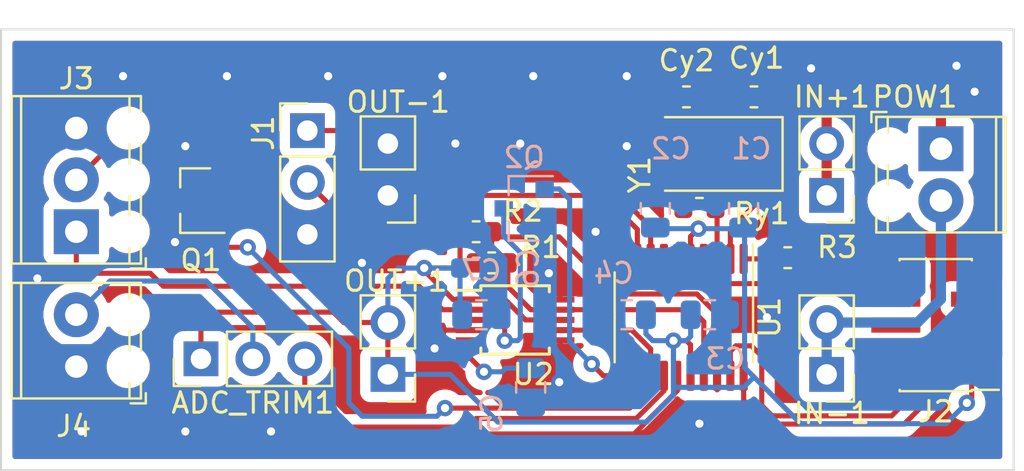
<source format=kicad_pcb>
(kicad_pcb (version 20171130) (host pcbnew "(5.1.6-0-10_14)")

  (general
    (thickness 1.6)
    (drawings 8)
    (tracks 239)
    (zones 0)
    (modules 28)
    (nets 31)
  )

  (page A4)
  (layers
    (0 F.Cu signal)
    (31 B.Cu signal)
    (32 B.Adhes user)
    (33 F.Adhes user)
    (34 B.Paste user)
    (35 F.Paste user)
    (36 B.SilkS user)
    (37 F.SilkS user)
    (38 B.Mask user)
    (39 F.Mask user)
    (40 Dwgs.User user)
    (41 Cmts.User user)
    (42 Eco1.User user)
    (43 Eco2.User user)
    (44 Edge.Cuts user)
    (45 Margin user)
    (46 B.CrtYd user)
    (47 F.CrtYd user)
    (48 B.Fab user)
    (49 F.Fab user)
  )

  (setup
    (last_trace_width 0.25)
    (trace_clearance 0.15)
    (zone_clearance 0.508)
    (zone_45_only yes)
    (trace_min 0.2)
    (via_size 0.8)
    (via_drill 0.4)
    (via_min_size 0.4)
    (via_min_drill 0.3)
    (uvia_size 0.3)
    (uvia_drill 0.1)
    (uvias_allowed no)
    (uvia_min_size 0.2)
    (uvia_min_drill 0.1)
    (edge_width 0.1)
    (segment_width 0.2)
    (pcb_text_width 0.3)
    (pcb_text_size 1.5 1.5)
    (mod_edge_width 0.15)
    (mod_text_size 1 1)
    (mod_text_width 0.15)
    (pad_size 1.524 1.524)
    (pad_drill 0.762)
    (pad_to_mask_clearance 0)
    (aux_axis_origin 0 0)
    (visible_elements 7FFFFFFF)
    (pcbplotparams
      (layerselection 0x00000_fffffff9)
      (usegerberextensions false)
      (usegerberattributes true)
      (usegerberadvancedattributes true)
      (creategerberjobfile true)
      (excludeedgelayer false)
      (linewidth 0.100000)
      (plotframeref true)
      (viasonmask false)
      (mode 1)
      (useauxorigin false)
      (hpglpennumber 1)
      (hpglpenspeed 20)
      (hpglpendiameter 15.000000)
      (psnegative false)
      (psa4output false)
      (plotreference true)
      (plotvalue true)
      (plotinvisibletext false)
      (padsonsilk false)
      (subtractmaskfromsilk false)
      (outputformat 4)
      (mirror false)
      (drillshape 2)
      (scaleselection 1)
      (outputdirectory "./"))
  )

  (net 0 "")
  (net 1 BUTTONS)
  (net 2 "Net-(ADC_TRIM1-Pad2)")
  (net 3 +3.3VA)
  (net 4 "Net-(C5-Pad2)")
  (net 5 RCC_OSC_IN)
  (net 6 "Net-(Cy2-Pad2)")
  (net 7 "Net-(IN+1-Pad1)")
  (net 8 "Net-(IN-1-Pad1)")
  (net 9 RX)
  (net 10 TX)
  (net 11 SWD_RST)
  (net 12 "Net-(J2-Pad8)")
  (net 13 "Net-(J2-Pad7)")
  (net 14 "Net-(J2-Pad6)")
  (net 15 SWD_CLK)
  (net 16 SWD_IO)
  (net 17 REM_RING)
  (net 18 REM_TIP)
  (net 19 RING_SW)
  (net 20 POT_SCL)
  (net 21 POT_SDA)
  (net 22 "Net-(R3-Pad1)")
  (net 23 RCC_OSC_OUT)
  (net 24 POT_RST)
  (net 25 "Net-(U1-Pad10)")
  (net 26 "Net-(U1-Pad7)")
  (net 27 "Net-(U1-Pad6)")
  (net 28 GND)
  (net 29 POT_W)
  (net 30 TIP_SW)

  (net_class Default "This is the default net class."
    (clearance 0.15)
    (trace_width 0.25)
    (via_dia 0.8)
    (via_drill 0.4)
    (uvia_dia 0.3)
    (uvia_drill 0.1)
    (add_net +3.3VA)
    (add_net BUTTONS)
    (add_net GND)
    (add_net "Net-(ADC_TRIM1-Pad2)")
    (add_net "Net-(C5-Pad2)")
    (add_net "Net-(Cy2-Pad2)")
    (add_net "Net-(J2-Pad6)")
    (add_net "Net-(J2-Pad7)")
    (add_net "Net-(J2-Pad8)")
    (add_net "Net-(R3-Pad1)")
    (add_net "Net-(U1-Pad10)")
    (add_net "Net-(U1-Pad6)")
    (add_net "Net-(U1-Pad7)")
    (add_net POT_RST)
    (add_net POT_SCL)
    (add_net POT_SDA)
    (add_net POT_W)
    (add_net RCC_OSC_IN)
    (add_net RCC_OSC_OUT)
    (add_net REM_RING)
    (add_net REM_TIP)
    (add_net RING_SW)
    (add_net RX)
    (add_net SWD_CLK)
    (add_net SWD_IO)
    (add_net SWD_RST)
    (add_net TIP_SW)
    (add_net TX)
  )

  (net_class INpower ""
    (clearance 0.2)
    (trace_width 0.5)
    (via_dia 0.8)
    (via_drill 0.4)
    (uvia_dia 0.3)
    (uvia_drill 0.1)
    (add_net "Net-(IN+1-Pad1)")
    (add_net "Net-(IN-1-Pad1)")
  )

  (module Capacitor_SMD:C_0805_2012Metric (layer B.Cu) (tedit 5B36C52B) (tstamp 5F30ED50)
    (at 74.295 77.47)
    (descr "Capacitor SMD 0805 (2012 Metric), square (rectangular) end terminal, IPC_7351 nominal, (Body size source: https://docs.google.com/spreadsheets/d/1BsfQQcO9C6DZCsRaXUlFlo91Tg2WpOkGARC1WS5S8t0/edit?usp=sharing), generated with kicad-footprint-generator")
    (tags capacitor)
    (path /5F3593D8)
    (attr smd)
    (fp_text reference C7 (at 0 -2.159) (layer B.SilkS)
      (effects (font (size 1 1) (thickness 0.15)) (justify mirror))
    )
    (fp_text value 10uF (at 0 -1.65) (layer B.Fab)
      (effects (font (size 1 1) (thickness 0.15)) (justify mirror))
    )
    (fp_line (start -1 -0.6) (end -1 0.6) (layer B.Fab) (width 0.1))
    (fp_line (start -1 0.6) (end 1 0.6) (layer B.Fab) (width 0.1))
    (fp_line (start 1 0.6) (end 1 -0.6) (layer B.Fab) (width 0.1))
    (fp_line (start 1 -0.6) (end -1 -0.6) (layer B.Fab) (width 0.1))
    (fp_line (start -0.258578 0.71) (end 0.258578 0.71) (layer B.SilkS) (width 0.12))
    (fp_line (start -0.258578 -0.71) (end 0.258578 -0.71) (layer B.SilkS) (width 0.12))
    (fp_line (start -1.68 -0.95) (end -1.68 0.95) (layer B.CrtYd) (width 0.05))
    (fp_line (start -1.68 0.95) (end 1.68 0.95) (layer B.CrtYd) (width 0.05))
    (fp_line (start 1.68 0.95) (end 1.68 -0.95) (layer B.CrtYd) (width 0.05))
    (fp_line (start 1.68 -0.95) (end -1.68 -0.95) (layer B.CrtYd) (width 0.05))
    (fp_text user %R (at 0 0) (layer B.Fab)
      (effects (font (size 0.5 0.5) (thickness 0.08)) (justify mirror))
    )
    (pad 1 smd roundrect (at -0.9375 0) (size 0.975 1.4) (layers B.Cu B.Paste B.Mask) (roundrect_rratio 0.25)
      (net 3 +3.3VA))
    (pad 2 smd roundrect (at 0.9375 0) (size 0.975 1.4) (layers B.Cu B.Paste B.Mask) (roundrect_rratio 0.25)
      (net 28 GND))
    (model ${KISYS3DMOD}/Capacitor_SMD.3dshapes/C_0805_2012Metric.wrl
      (at (xyz 0 0 0))
      (scale (xyz 1 1 1))
      (rotate (xyz 0 0 0))
    )
  )

  (module Connector_PinHeader_1.27mm:PinHeader_2x05_P1.27mm_Vertical_SMD (layer F.Cu) (tedit 59FED6E3) (tstamp 5F316FA9)
    (at 96.52 77.978 180)
    (descr "surface-mounted straight pin header, 2x05, 1.27mm pitch, double rows")
    (tags "Surface mounted pin header SMD 2x05 1.27mm double row")
    (path /5F527928)
    (attr smd)
    (fp_text reference J2 (at 0 -4.235) (layer F.SilkS)
      (effects (font (size 1 1) (thickness 0.15)))
    )
    (fp_text value SWD (at 0 4.235) (layer F.Fab)
      (effects (font (size 1 1) (thickness 0.15)))
    )
    (fp_line (start 1.705 3.175) (end -1.705 3.175) (layer F.Fab) (width 0.1))
    (fp_line (start -1.27 -3.175) (end 1.705 -3.175) (layer F.Fab) (width 0.1))
    (fp_line (start -1.705 3.175) (end -1.705 -2.74) (layer F.Fab) (width 0.1))
    (fp_line (start -1.705 -2.74) (end -1.27 -3.175) (layer F.Fab) (width 0.1))
    (fp_line (start 1.705 -3.175) (end 1.705 3.175) (layer F.Fab) (width 0.1))
    (fp_line (start -1.705 -2.74) (end -2.75 -2.74) (layer F.Fab) (width 0.1))
    (fp_line (start -2.75 -2.74) (end -2.75 -2.34) (layer F.Fab) (width 0.1))
    (fp_line (start -2.75 -2.34) (end -1.705 -2.34) (layer F.Fab) (width 0.1))
    (fp_line (start 1.705 -2.74) (end 2.75 -2.74) (layer F.Fab) (width 0.1))
    (fp_line (start 2.75 -2.74) (end 2.75 -2.34) (layer F.Fab) (width 0.1))
    (fp_line (start 2.75 -2.34) (end 1.705 -2.34) (layer F.Fab) (width 0.1))
    (fp_line (start -1.705 -1.47) (end -2.75 -1.47) (layer F.Fab) (width 0.1))
    (fp_line (start -2.75 -1.47) (end -2.75 -1.07) (layer F.Fab) (width 0.1))
    (fp_line (start -2.75 -1.07) (end -1.705 -1.07) (layer F.Fab) (width 0.1))
    (fp_line (start 1.705 -1.47) (end 2.75 -1.47) (layer F.Fab) (width 0.1))
    (fp_line (start 2.75 -1.47) (end 2.75 -1.07) (layer F.Fab) (width 0.1))
    (fp_line (start 2.75 -1.07) (end 1.705 -1.07) (layer F.Fab) (width 0.1))
    (fp_line (start -1.705 -0.2) (end -2.75 -0.2) (layer F.Fab) (width 0.1))
    (fp_line (start -2.75 -0.2) (end -2.75 0.2) (layer F.Fab) (width 0.1))
    (fp_line (start -2.75 0.2) (end -1.705 0.2) (layer F.Fab) (width 0.1))
    (fp_line (start 1.705 -0.2) (end 2.75 -0.2) (layer F.Fab) (width 0.1))
    (fp_line (start 2.75 -0.2) (end 2.75 0.2) (layer F.Fab) (width 0.1))
    (fp_line (start 2.75 0.2) (end 1.705 0.2) (layer F.Fab) (width 0.1))
    (fp_line (start -1.705 1.07) (end -2.75 1.07) (layer F.Fab) (width 0.1))
    (fp_line (start -2.75 1.07) (end -2.75 1.47) (layer F.Fab) (width 0.1))
    (fp_line (start -2.75 1.47) (end -1.705 1.47) (layer F.Fab) (width 0.1))
    (fp_line (start 1.705 1.07) (end 2.75 1.07) (layer F.Fab) (width 0.1))
    (fp_line (start 2.75 1.07) (end 2.75 1.47) (layer F.Fab) (width 0.1))
    (fp_line (start 2.75 1.47) (end 1.705 1.47) (layer F.Fab) (width 0.1))
    (fp_line (start -1.705 2.34) (end -2.75 2.34) (layer F.Fab) (width 0.1))
    (fp_line (start -2.75 2.34) (end -2.75 2.74) (layer F.Fab) (width 0.1))
    (fp_line (start -2.75 2.74) (end -1.705 2.74) (layer F.Fab) (width 0.1))
    (fp_line (start 1.705 2.34) (end 2.75 2.34) (layer F.Fab) (width 0.1))
    (fp_line (start 2.75 2.34) (end 2.75 2.74) (layer F.Fab) (width 0.1))
    (fp_line (start 2.75 2.74) (end 1.705 2.74) (layer F.Fab) (width 0.1))
    (fp_line (start -1.765 -3.235) (end 1.765 -3.235) (layer F.SilkS) (width 0.12))
    (fp_line (start -1.765 3.235) (end 1.765 3.235) (layer F.SilkS) (width 0.12))
    (fp_line (start -3.09 -3.17) (end -1.765 -3.17) (layer F.SilkS) (width 0.12))
    (fp_line (start -1.765 -3.235) (end -1.765 -3.17) (layer F.SilkS) (width 0.12))
    (fp_line (start 1.765 -3.235) (end 1.765 -3.17) (layer F.SilkS) (width 0.12))
    (fp_line (start -1.765 3.17) (end -1.765 3.235) (layer F.SilkS) (width 0.12))
    (fp_line (start 1.765 3.17) (end 1.765 3.235) (layer F.SilkS) (width 0.12))
    (fp_line (start -4.3 -3.7) (end -4.3 3.7) (layer F.CrtYd) (width 0.05))
    (fp_line (start -4.3 3.7) (end 4.3 3.7) (layer F.CrtYd) (width 0.05))
    (fp_line (start 4.3 3.7) (end 4.3 -3.7) (layer F.CrtYd) (width 0.05))
    (fp_line (start 4.3 -3.7) (end -4.3 -3.7) (layer F.CrtYd) (width 0.05))
    (fp_text user %R (at 0 0 90) (layer F.Fab)
      (effects (font (size 1 1) (thickness 0.15)))
    )
    (pad 1 smd rect (at -1.95 -2.54 180) (size 2.4 0.74) (layers F.Cu F.Paste F.Mask)
      (net 3 +3.3VA))
    (pad 2 smd rect (at 1.95 -2.54 180) (size 2.4 0.74) (layers F.Cu F.Paste F.Mask)
      (net 16 SWD_IO))
    (pad 3 smd rect (at -1.95 -1.27 180) (size 2.4 0.74) (layers F.Cu F.Paste F.Mask)
      (net 28 GND))
    (pad 4 smd rect (at 1.95 -1.27 180) (size 2.4 0.74) (layers F.Cu F.Paste F.Mask)
      (net 15 SWD_CLK))
    (pad 5 smd rect (at -1.95 0 180) (size 2.4 0.74) (layers F.Cu F.Paste F.Mask)
      (net 28 GND))
    (pad 6 smd rect (at 1.95 0 180) (size 2.4 0.74) (layers F.Cu F.Paste F.Mask)
      (net 14 "Net-(J2-Pad6)"))
    (pad 7 smd rect (at -1.95 1.27 180) (size 2.4 0.74) (layers F.Cu F.Paste F.Mask)
      (net 13 "Net-(J2-Pad7)"))
    (pad 8 smd rect (at 1.95 1.27 180) (size 2.4 0.74) (layers F.Cu F.Paste F.Mask)
      (net 12 "Net-(J2-Pad8)"))
    (pad 9 smd rect (at -1.95 2.54 180) (size 2.4 0.74) (layers F.Cu F.Paste F.Mask)
      (net 28 GND))
    (pad 10 smd rect (at 1.95 2.54 180) (size 2.4 0.74) (layers F.Cu F.Paste F.Mask)
      (net 11 SWD_RST))
    (model ${KISYS3DMOD}/Connector_PinHeader_1.27mm.3dshapes/PinHeader_2x05_P1.27mm_Vertical_SMD.wrl
      (at (xyz 0 0 0))
      (scale (xyz 1 1 1))
      (rotate (xyz 0 0 0))
    )
  )

  (module Package_TO_SOT_SMD:SOT-23 (layer B.Cu) (tedit 5A02FF57) (tstamp 5F8CBD1E)
    (at 76.3905 72.263 180)
    (descr "SOT-23, Standard")
    (tags SOT-23)
    (path /5F8D9C7A)
    (attr smd)
    (fp_text reference Q2 (at 0 2.5) (layer B.SilkS)
      (effects (font (size 1 1) (thickness 0.15)) (justify mirror))
    )
    (fp_text value AO3400A (at 0 -2.5) (layer B.Fab)
      (effects (font (size 1 1) (thickness 0.15)) (justify mirror))
    )
    (fp_line (start -0.7 0.95) (end -0.7 -1.5) (layer B.Fab) (width 0.1))
    (fp_line (start -0.15 1.52) (end 0.7 1.52) (layer B.Fab) (width 0.1))
    (fp_line (start -0.7 0.95) (end -0.15 1.52) (layer B.Fab) (width 0.1))
    (fp_line (start 0.7 1.52) (end 0.7 -1.52) (layer B.Fab) (width 0.1))
    (fp_line (start -0.7 -1.52) (end 0.7 -1.52) (layer B.Fab) (width 0.1))
    (fp_line (start 0.76 -1.58) (end 0.76 -0.65) (layer B.SilkS) (width 0.12))
    (fp_line (start 0.76 1.58) (end 0.76 0.65) (layer B.SilkS) (width 0.12))
    (fp_line (start -1.7 1.75) (end 1.7 1.75) (layer B.CrtYd) (width 0.05))
    (fp_line (start 1.7 1.75) (end 1.7 -1.75) (layer B.CrtYd) (width 0.05))
    (fp_line (start 1.7 -1.75) (end -1.7 -1.75) (layer B.CrtYd) (width 0.05))
    (fp_line (start -1.7 -1.75) (end -1.7 1.75) (layer B.CrtYd) (width 0.05))
    (fp_line (start 0.76 1.58) (end -1.4 1.58) (layer B.SilkS) (width 0.12))
    (fp_line (start 0.76 -1.58) (end -0.7 -1.58) (layer B.SilkS) (width 0.12))
    (fp_text user %R (at 0 0 270) (layer B.Fab)
      (effects (font (size 0.5 0.5) (thickness 0.075)) (justify mirror))
    )
    (pad 3 smd rect (at 1 0 180) (size 0.9 0.8) (layers B.Cu B.Paste B.Mask)
      (net 29 POT_W))
    (pad 2 smd rect (at -1 -0.95 180) (size 0.9 0.8) (layers B.Cu B.Paste B.Mask)
      (net 28 GND))
    (pad 1 smd rect (at -1 0.95 180) (size 0.9 0.8) (layers B.Cu B.Paste B.Mask)
      (net 30 TIP_SW))
    (model ${KISYS3DMOD}/Package_TO_SOT_SMD.3dshapes/SOT-23.wrl
      (at (xyz 0 0 0))
      (scale (xyz 1 1 1))
      (rotate (xyz 0 0 0))
    )
  )

  (module Package_TO_SOT_SMD:SOT-23 (layer F.Cu) (tedit 5A02FF57) (tstamp 5F3146A3)
    (at 60.325 71.882 180)
    (descr "SOT-23, Standard")
    (tags SOT-23)
    (path /5F31F694)
    (attr smd)
    (fp_text reference Q1 (at -0.254 -2.921) (layer F.SilkS)
      (effects (font (size 1 1) (thickness 0.15)))
    )
    (fp_text value AO3400A (at 0 2.5) (layer F.Fab)
      (effects (font (size 1 1) (thickness 0.15)))
    )
    (fp_line (start 0.76 1.58) (end -0.7 1.58) (layer F.SilkS) (width 0.12))
    (fp_line (start 0.76 -1.58) (end -1.4 -1.58) (layer F.SilkS) (width 0.12))
    (fp_line (start -1.7 1.75) (end -1.7 -1.75) (layer F.CrtYd) (width 0.05))
    (fp_line (start 1.7 1.75) (end -1.7 1.75) (layer F.CrtYd) (width 0.05))
    (fp_line (start 1.7 -1.75) (end 1.7 1.75) (layer F.CrtYd) (width 0.05))
    (fp_line (start -1.7 -1.75) (end 1.7 -1.75) (layer F.CrtYd) (width 0.05))
    (fp_line (start 0.76 -1.58) (end 0.76 -0.65) (layer F.SilkS) (width 0.12))
    (fp_line (start 0.76 1.58) (end 0.76 0.65) (layer F.SilkS) (width 0.12))
    (fp_line (start -0.7 1.52) (end 0.7 1.52) (layer F.Fab) (width 0.1))
    (fp_line (start 0.7 -1.52) (end 0.7 1.52) (layer F.Fab) (width 0.1))
    (fp_line (start -0.7 -0.95) (end -0.15 -1.52) (layer F.Fab) (width 0.1))
    (fp_line (start -0.15 -1.52) (end 0.7 -1.52) (layer F.Fab) (width 0.1))
    (fp_line (start -0.7 -0.95) (end -0.7 1.5) (layer F.Fab) (width 0.1))
    (fp_text user %R (at 0 0 90) (layer F.Fab)
      (effects (font (size 0.5 0.5) (thickness 0.075)))
    )
    (pad 1 smd rect (at -1 -0.95 180) (size 0.9 0.8) (layers F.Cu F.Paste F.Mask)
      (net 19 RING_SW))
    (pad 2 smd rect (at -1 0.95 180) (size 0.9 0.8) (layers F.Cu F.Paste F.Mask)
      (net 28 GND))
    (pad 3 smd rect (at 1 0 180) (size 0.9 0.8) (layers F.Cu F.Paste F.Mask)
      (net 17 REM_RING))
    (model ${KISYS3DMOD}/Package_TO_SOT_SMD.3dshapes/SOT-23.wrl
      (at (xyz 0 0 0))
      (scale (xyz 1 1 1))
      (rotate (xyz 0 0 0))
    )
  )

  (module TerminalBlock_Phoenix:TerminalBlock_Phoenix_MPT-0,5-2-2.54_1x02_P2.54mm_Horizontal (layer F.Cu) (tedit 5B294F98) (tstamp 5F30EE53)
    (at 54.483 80.01 90)
    (descr "Terminal Block Phoenix MPT-0,5-2-2.54, 2 pins, pitch 2.54mm, size 5.54x6.2mm^2, drill diamater 1.1mm, pad diameter 2.2mm, see http://www.mouser.com/ds/2/324/ItemDetail_1725656-920552.pdf, script-generated using https://github.com/pointhi/kicad-footprint-generator/scripts/TerminalBlock_Phoenix")
    (tags "THT Terminal Block Phoenix MPT-0,5-2-2.54 pitch 2.54mm size 5.54x6.2mm^2 drill 1.1mm pad 2.2mm")
    (path /5F44695A)
    (fp_text reference J4 (at -2.921 -0.127 180) (layer F.SilkS)
      (effects (font (size 1 1) (thickness 0.15)))
    )
    (fp_text value Buttons (at 1.27 4.16 90) (layer F.Fab)
      (effects (font (size 1 1) (thickness 0.15)))
    )
    (fp_circle (center 0 0) (end 1.1 0) (layer F.Fab) (width 0.1))
    (fp_circle (center 2.54 0) (end 3.64 0) (layer F.Fab) (width 0.1))
    (fp_line (start -1.5 -3.1) (end 4.04 -3.1) (layer F.Fab) (width 0.1))
    (fp_line (start 4.04 -3.1) (end 4.04 3.1) (layer F.Fab) (width 0.1))
    (fp_line (start 4.04 3.1) (end -1 3.1) (layer F.Fab) (width 0.1))
    (fp_line (start -1 3.1) (end -1.5 2.6) (layer F.Fab) (width 0.1))
    (fp_line (start -1.5 2.6) (end -1.5 -3.1) (layer F.Fab) (width 0.1))
    (fp_line (start -1.5 2.6) (end 4.04 2.6) (layer F.Fab) (width 0.1))
    (fp_line (start -1.56 2.6) (end -0.79 2.6) (layer F.SilkS) (width 0.12))
    (fp_line (start 0.79 2.6) (end 1.75 2.6) (layer F.SilkS) (width 0.12))
    (fp_line (start 3.33 2.6) (end 4.1 2.6) (layer F.SilkS) (width 0.12))
    (fp_line (start -1.5 -2.7) (end 4.04 -2.7) (layer F.Fab) (width 0.1))
    (fp_line (start -1.56 -2.7) (end 4.1 -2.7) (layer F.SilkS) (width 0.12))
    (fp_line (start -1.56 -3.16) (end 4.1 -3.16) (layer F.SilkS) (width 0.12))
    (fp_line (start -1.56 3.16) (end -0.79 3.16) (layer F.SilkS) (width 0.12))
    (fp_line (start 0.79 3.16) (end 1.75 3.16) (layer F.SilkS) (width 0.12))
    (fp_line (start 3.33 3.16) (end 4.1 3.16) (layer F.SilkS) (width 0.12))
    (fp_line (start -1.56 -3.16) (end -1.56 3.16) (layer F.SilkS) (width 0.12))
    (fp_line (start 4.1 -3.16) (end 4.1 3.16) (layer F.SilkS) (width 0.12))
    (fp_line (start 0.835 -0.7) (end -0.701 0.835) (layer F.Fab) (width 0.1))
    (fp_line (start 0.701 -0.835) (end -0.835 0.7) (layer F.Fab) (width 0.1))
    (fp_line (start 3.375 -0.7) (end 1.84 0.835) (layer F.Fab) (width 0.1))
    (fp_line (start 3.241 -0.835) (end 1.706 0.7) (layer F.Fab) (width 0.1))
    (fp_line (start -1.8 2.66) (end -1.8 3.4) (layer F.SilkS) (width 0.12))
    (fp_line (start -1.8 3.4) (end -1.3 3.4) (layer F.SilkS) (width 0.12))
    (fp_line (start -2 -3.6) (end -2 3.6) (layer F.CrtYd) (width 0.05))
    (fp_line (start -2 3.6) (end 4.54 3.6) (layer F.CrtYd) (width 0.05))
    (fp_line (start 4.54 3.6) (end 4.54 -3.6) (layer F.CrtYd) (width 0.05))
    (fp_line (start 4.54 -3.6) (end -2 -3.6) (layer F.CrtYd) (width 0.05))
    (fp_text user %R (at 1.27 2 90) (layer F.Fab)
      (effects (font (size 1 1) (thickness 0.15)))
    )
    (pad 1 thru_hole rect (at 0 0 90) (size 2.2 2.2) (drill 1.1) (layers *.Cu *.Mask)
      (net 28 GND))
    (pad "" np_thru_hole circle (at 0 2.54 90) (size 1.1 1.1) (drill 1.1) (layers *.Cu *.Mask))
    (pad 2 thru_hole circle (at 2.54 0 90) (size 2.2 2.2) (drill 1.1) (layers *.Cu *.Mask)
      (net 2 "Net-(ADC_TRIM1-Pad2)"))
    (pad "" np_thru_hole circle (at 2.54 2.54 90) (size 1.1 1.1) (drill 1.1) (layers *.Cu *.Mask))
    (model ${KISYS3DMOD}/TerminalBlock_Phoenix.3dshapes/TerminalBlock_Phoenix_MPT-0,5-2-2.54_1x02_P2.54mm_Horizontal.wrl
      (at (xyz 0 0 0))
      (scale (xyz 1 1 1))
      (rotate (xyz 0 0 0))
    )
  )

  (module TerminalBlock_Phoenix:TerminalBlock_Phoenix_MPT-0,5-2-2.54_1x02_P2.54mm_Horizontal (layer F.Cu) (tedit 5B294F98) (tstamp 5F30EEAB)
    (at 96.774 69.342 270)
    (descr "Terminal Block Phoenix MPT-0,5-2-2.54, 2 pins, pitch 2.54mm, size 5.54x6.2mm^2, drill diamater 1.1mm, pad diameter 2.2mm, see http://www.mouser.com/ds/2/324/ItemDetail_1725656-920552.pdf, script-generated using https://github.com/pointhi/kicad-footprint-generator/scripts/TerminalBlock_Phoenix")
    (tags "THT Terminal Block Phoenix MPT-0,5-2-2.54 pitch 2.54mm size 5.54x6.2mm^2 drill 1.1mm pad 2.2mm")
    (path /5F32E06C)
    (fp_text reference POW1 (at -2.54 1.27 180) (layer F.SilkS)
      (effects (font (size 1 1) (thickness 0.15)))
    )
    (fp_text value Screw_Terminal_01x02 (at 1.27 4.16 90) (layer F.Fab)
      (effects (font (size 1 1) (thickness 0.15)))
    )
    (fp_circle (center 0 0) (end 1.1 0) (layer F.Fab) (width 0.1))
    (fp_circle (center 2.54 0) (end 3.64 0) (layer F.Fab) (width 0.1))
    (fp_line (start -1.5 -3.1) (end 4.04 -3.1) (layer F.Fab) (width 0.1))
    (fp_line (start 4.04 -3.1) (end 4.04 3.1) (layer F.Fab) (width 0.1))
    (fp_line (start 4.04 3.1) (end -1 3.1) (layer F.Fab) (width 0.1))
    (fp_line (start -1 3.1) (end -1.5 2.6) (layer F.Fab) (width 0.1))
    (fp_line (start -1.5 2.6) (end -1.5 -3.1) (layer F.Fab) (width 0.1))
    (fp_line (start -1.5 2.6) (end 4.04 2.6) (layer F.Fab) (width 0.1))
    (fp_line (start -1.56 2.6) (end -0.79 2.6) (layer F.SilkS) (width 0.12))
    (fp_line (start 0.79 2.6) (end 1.75 2.6) (layer F.SilkS) (width 0.12))
    (fp_line (start 3.33 2.6) (end 4.1 2.6) (layer F.SilkS) (width 0.12))
    (fp_line (start -1.5 -2.7) (end 4.04 -2.7) (layer F.Fab) (width 0.1))
    (fp_line (start -1.56 -2.7) (end 4.1 -2.7) (layer F.SilkS) (width 0.12))
    (fp_line (start -1.56 -3.16) (end 4.1 -3.16) (layer F.SilkS) (width 0.12))
    (fp_line (start -1.56 3.16) (end -0.79 3.16) (layer F.SilkS) (width 0.12))
    (fp_line (start 0.79 3.16) (end 1.75 3.16) (layer F.SilkS) (width 0.12))
    (fp_line (start 3.33 3.16) (end 4.1 3.16) (layer F.SilkS) (width 0.12))
    (fp_line (start -1.56 -3.16) (end -1.56 3.16) (layer F.SilkS) (width 0.12))
    (fp_line (start 4.1 -3.16) (end 4.1 3.16) (layer F.SilkS) (width 0.12))
    (fp_line (start 0.835 -0.7) (end -0.701 0.835) (layer F.Fab) (width 0.1))
    (fp_line (start 0.701 -0.835) (end -0.835 0.7) (layer F.Fab) (width 0.1))
    (fp_line (start 3.375 -0.7) (end 1.84 0.835) (layer F.Fab) (width 0.1))
    (fp_line (start 3.241 -0.835) (end 1.706 0.7) (layer F.Fab) (width 0.1))
    (fp_line (start -1.8 2.66) (end -1.8 3.4) (layer F.SilkS) (width 0.12))
    (fp_line (start -1.8 3.4) (end -1.3 3.4) (layer F.SilkS) (width 0.12))
    (fp_line (start -2 -3.6) (end -2 3.6) (layer F.CrtYd) (width 0.05))
    (fp_line (start -2 3.6) (end 4.54 3.6) (layer F.CrtYd) (width 0.05))
    (fp_line (start 4.54 3.6) (end 4.54 -3.6) (layer F.CrtYd) (width 0.05))
    (fp_line (start 4.54 -3.6) (end -2 -3.6) (layer F.CrtYd) (width 0.05))
    (fp_text user %R (at 1.27 2 90) (layer F.Fab)
      (effects (font (size 1 1) (thickness 0.15)))
    )
    (pad 1 thru_hole rect (at 0 0 270) (size 2.2 2.2) (drill 1.1) (layers *.Cu *.Mask)
      (net 7 "Net-(IN+1-Pad1)"))
    (pad "" np_thru_hole circle (at 0 2.54 270) (size 1.1 1.1) (drill 1.1) (layers *.Cu *.Mask))
    (pad 2 thru_hole circle (at 2.54 0 270) (size 2.2 2.2) (drill 1.1) (layers *.Cu *.Mask)
      (net 8 "Net-(IN-1-Pad1)"))
    (pad "" np_thru_hole circle (at 2.54 2.54 270) (size 1.1 1.1) (drill 1.1) (layers *.Cu *.Mask))
    (model ${KISYS3DMOD}/TerminalBlock_Phoenix.3dshapes/TerminalBlock_Phoenix_MPT-0,5-2-2.54_1x02_P2.54mm_Horizontal.wrl
      (at (xyz 0 0 0))
      (scale (xyz 1 1 1))
      (rotate (xyz 0 0 0))
    )
  )

  (module TerminalBlock_Phoenix:TerminalBlock_Phoenix_MPT-0,5-3-2.54_1x03_P2.54mm_Horizontal (layer F.Cu) (tedit 5B294F98) (tstamp 5F30EE27)
    (at 54.483 73.406 90)
    (descr "Terminal Block Phoenix MPT-0,5-3-2.54, 3 pins, pitch 2.54mm, size 8.08x6.2mm^2, drill diamater 1.1mm, pad diameter 2.2mm, see http://www.mouser.com/ds/2/324/ItemDetail_1725656-920552.pdf, script-generated using https://github.com/pointhi/kicad-footprint-generator/scripts/TerminalBlock_Phoenix")
    (tags "THT Terminal Block Phoenix MPT-0,5-3-2.54 pitch 2.54mm size 8.08x6.2mm^2 drill 1.1mm pad 2.2mm")
    (path /5F4278DD)
    (fp_text reference J3 (at 7.493 0 180) (layer F.SilkS)
      (effects (font (size 1 1) (thickness 0.15)))
    )
    (fp_text value Remote (at 2.54 4.16 90) (layer F.Fab)
      (effects (font (size 1 1) (thickness 0.15)))
    )
    (fp_circle (center 0 0) (end 1.1 0) (layer F.Fab) (width 0.1))
    (fp_circle (center 2.54 0) (end 3.64 0) (layer F.Fab) (width 0.1))
    (fp_circle (center 5.08 0) (end 6.18 0) (layer F.Fab) (width 0.1))
    (fp_line (start -1.5 -3.1) (end 6.58 -3.1) (layer F.Fab) (width 0.1))
    (fp_line (start 6.58 -3.1) (end 6.58 3.1) (layer F.Fab) (width 0.1))
    (fp_line (start 6.58 3.1) (end -1 3.1) (layer F.Fab) (width 0.1))
    (fp_line (start -1 3.1) (end -1.5 2.6) (layer F.Fab) (width 0.1))
    (fp_line (start -1.5 2.6) (end -1.5 -3.1) (layer F.Fab) (width 0.1))
    (fp_line (start -1.5 2.6) (end 6.58 2.6) (layer F.Fab) (width 0.1))
    (fp_line (start -1.56 2.6) (end -0.79 2.6) (layer F.SilkS) (width 0.12))
    (fp_line (start 0.79 2.6) (end 1.75 2.6) (layer F.SilkS) (width 0.12))
    (fp_line (start 3.33 2.6) (end 4.29 2.6) (layer F.SilkS) (width 0.12))
    (fp_line (start 5.87 2.6) (end 6.64 2.6) (layer F.SilkS) (width 0.12))
    (fp_line (start -1.5 -2.7) (end 6.58 -2.7) (layer F.Fab) (width 0.1))
    (fp_line (start -1.56 -2.7) (end 6.64 -2.7) (layer F.SilkS) (width 0.12))
    (fp_line (start -1.56 -3.16) (end 6.64 -3.16) (layer F.SilkS) (width 0.12))
    (fp_line (start -1.56 3.16) (end -0.79 3.16) (layer F.SilkS) (width 0.12))
    (fp_line (start 0.79 3.16) (end 1.75 3.16) (layer F.SilkS) (width 0.12))
    (fp_line (start 3.33 3.16) (end 4.29 3.16) (layer F.SilkS) (width 0.12))
    (fp_line (start 5.87 3.16) (end 6.64 3.16) (layer F.SilkS) (width 0.12))
    (fp_line (start -1.56 -3.16) (end -1.56 3.16) (layer F.SilkS) (width 0.12))
    (fp_line (start 6.64 -3.16) (end 6.64 3.16) (layer F.SilkS) (width 0.12))
    (fp_line (start 0.835 -0.7) (end -0.701 0.835) (layer F.Fab) (width 0.1))
    (fp_line (start 0.701 -0.835) (end -0.835 0.7) (layer F.Fab) (width 0.1))
    (fp_line (start 3.375 -0.7) (end 1.84 0.835) (layer F.Fab) (width 0.1))
    (fp_line (start 3.241 -0.835) (end 1.706 0.7) (layer F.Fab) (width 0.1))
    (fp_line (start 5.915 -0.7) (end 4.38 0.835) (layer F.Fab) (width 0.1))
    (fp_line (start 5.781 -0.835) (end 4.246 0.7) (layer F.Fab) (width 0.1))
    (fp_line (start -1.8 2.66) (end -1.8 3.4) (layer F.SilkS) (width 0.12))
    (fp_line (start -1.8 3.4) (end -1.3 3.4) (layer F.SilkS) (width 0.12))
    (fp_line (start -2 -3.6) (end -2 3.6) (layer F.CrtYd) (width 0.05))
    (fp_line (start -2 3.6) (end 7.08 3.6) (layer F.CrtYd) (width 0.05))
    (fp_line (start 7.08 3.6) (end 7.08 -3.6) (layer F.CrtYd) (width 0.05))
    (fp_line (start 7.08 -3.6) (end -2 -3.6) (layer F.CrtYd) (width 0.05))
    (fp_text user %R (at 2.54 2 90) (layer F.Fab)
      (effects (font (size 1 1) (thickness 0.15)))
    )
    (pad 1 thru_hole rect (at 0 0 90) (size 2.2 2.2) (drill 1.1) (layers *.Cu *.Mask)
      (net 18 REM_TIP))
    (pad "" np_thru_hole circle (at 0 2.54 90) (size 1.1 1.1) (drill 1.1) (layers *.Cu *.Mask))
    (pad 2 thru_hole circle (at 2.54 0 90) (size 2.2 2.2) (drill 1.1) (layers *.Cu *.Mask)
      (net 17 REM_RING))
    (pad "" np_thru_hole circle (at 2.54 2.54 90) (size 1.1 1.1) (drill 1.1) (layers *.Cu *.Mask))
    (pad 3 thru_hole circle (at 5.08 0 90) (size 2.2 2.2) (drill 1.1) (layers *.Cu *.Mask)
      (net 28 GND))
    (pad "" np_thru_hole circle (at 5.08 2.54 90) (size 1.1 1.1) (drill 1.1) (layers *.Cu *.Mask))
    (model ${KISYS3DMOD}/TerminalBlock_Phoenix.3dshapes/TerminalBlock_Phoenix_MPT-0,5-3-2.54_1x03_P2.54mm_Horizontal.wrl
      (at (xyz 0 0 0))
      (scale (xyz 1 1 1))
      (rotate (xyz 0 0 0))
    )
  )

  (module Crystal:Crystal_SMD_5032-2Pin_5.0x3.2mm (layer F.Cu) (tedit 5A0FD1B2) (tstamp 5F317693)
    (at 85.979 69.596 180)
    (descr "SMD Crystal SERIES SMD2520/2 http://www.icbase.com/File/PDF/HKC/HKC00061008.pdf, 5.0x3.2mm^2 package")
    (tags "SMD SMT crystal")
    (path /5F4E352F)
    (attr smd)
    (fp_text reference Y1 (at 3.937 -1.016 90) (layer F.SilkS)
      (effects (font (size 1 1) (thickness 0.15)))
    )
    (fp_text value Crystal (at 0 2.8) (layer F.Fab)
      (effects (font (size 1 1) (thickness 0.15)))
    )
    (fp_circle (center 0 0) (end 0.093333 0) (layer F.Adhes) (width 0.186667))
    (fp_circle (center 0 0) (end 0.213333 0) (layer F.Adhes) (width 0.133333))
    (fp_circle (center 0 0) (end 0.333333 0) (layer F.Adhes) (width 0.133333))
    (fp_circle (center 0 0) (end 0.4 0) (layer F.Adhes) (width 0.1))
    (fp_line (start 3.1 -1.9) (end -3.1 -1.9) (layer F.CrtYd) (width 0.05))
    (fp_line (start 3.1 1.9) (end 3.1 -1.9) (layer F.CrtYd) (width 0.05))
    (fp_line (start -3.1 1.9) (end 3.1 1.9) (layer F.CrtYd) (width 0.05))
    (fp_line (start -3.1 -1.9) (end -3.1 1.9) (layer F.CrtYd) (width 0.05))
    (fp_line (start -3.05 1.8) (end 2.7 1.8) (layer F.SilkS) (width 0.12))
    (fp_line (start -3.05 -1.8) (end -3.05 1.8) (layer F.SilkS) (width 0.12))
    (fp_line (start 2.7 -1.8) (end -3.05 -1.8) (layer F.SilkS) (width 0.12))
    (fp_line (start -2.5 0.6) (end -1.5 1.6) (layer F.Fab) (width 0.1))
    (fp_line (start -2.5 -1.4) (end -2.3 -1.6) (layer F.Fab) (width 0.1))
    (fp_line (start -2.5 1.4) (end -2.5 -1.4) (layer F.Fab) (width 0.1))
    (fp_line (start -2.3 1.6) (end -2.5 1.4) (layer F.Fab) (width 0.1))
    (fp_line (start 2.3 1.6) (end -2.3 1.6) (layer F.Fab) (width 0.1))
    (fp_line (start 2.5 1.4) (end 2.3 1.6) (layer F.Fab) (width 0.1))
    (fp_line (start 2.5 -1.4) (end 2.5 1.4) (layer F.Fab) (width 0.1))
    (fp_line (start 2.3 -1.6) (end 2.5 -1.4) (layer F.Fab) (width 0.1))
    (fp_line (start -2.3 -1.6) (end 2.3 -1.6) (layer F.Fab) (width 0.1))
    (fp_text user %R (at 0 0) (layer F.Fab)
      (effects (font (size 1 1) (thickness 0.15)))
    )
    (pad 2 smd rect (at 1.85 0 180) (size 2 2.4) (layers F.Cu F.Paste F.Mask)
      (net 6 "Net-(Cy2-Pad2)"))
    (pad 1 smd rect (at -1.85 0 180) (size 2 2.4) (layers F.Cu F.Paste F.Mask)
      (net 5 RCC_OSC_IN))
    (model ${KISYS3DMOD}/Crystal.3dshapes/Crystal_SMD_5032-2Pin_5.0x3.2mm.wrl
      (at (xyz 0 0 0))
      (scale (xyz 1 1 1))
      (rotate (xyz 0 0 0))
    )
  )

  (module Package_SO:MSOP-10_3x3mm_P0.5mm (layer F.Cu) (tedit 5A02F25C) (tstamp 5F30EF4E)
    (at 75.946 77.724)
    (descr "10-Lead Plastic Micro Small Outline Package (MS) [MSOP] (see Microchip Packaging Specification 00000049BS.pdf)")
    (tags "SSOP 0.5")
    (path /5F306DC2)
    (attr smd)
    (fp_text reference U2 (at 0.889 2.667) (layer F.SilkS)
      (effects (font (size 1 1) (thickness 0.15)))
    )
    (fp_text value AD5272BRM (at 0 2.6) (layer F.Fab)
      (effects (font (size 1 1) (thickness 0.15)))
    )
    (fp_line (start -0.5 -1.5) (end 1.5 -1.5) (layer F.Fab) (width 0.15))
    (fp_line (start 1.5 -1.5) (end 1.5 1.5) (layer F.Fab) (width 0.15))
    (fp_line (start 1.5 1.5) (end -1.5 1.5) (layer F.Fab) (width 0.15))
    (fp_line (start -1.5 1.5) (end -1.5 -0.5) (layer F.Fab) (width 0.15))
    (fp_line (start -1.5 -0.5) (end -0.5 -1.5) (layer F.Fab) (width 0.15))
    (fp_line (start -3.15 -1.85) (end -3.15 1.85) (layer F.CrtYd) (width 0.05))
    (fp_line (start 3.15 -1.85) (end 3.15 1.85) (layer F.CrtYd) (width 0.05))
    (fp_line (start -3.15 -1.85) (end 3.15 -1.85) (layer F.CrtYd) (width 0.05))
    (fp_line (start -3.15 1.85) (end 3.15 1.85) (layer F.CrtYd) (width 0.05))
    (fp_line (start -1.675 -1.675) (end -1.675 -1.45) (layer F.SilkS) (width 0.15))
    (fp_line (start 1.675 -1.675) (end 1.675 -1.375) (layer F.SilkS) (width 0.15))
    (fp_line (start 1.675 1.675) (end 1.675 1.375) (layer F.SilkS) (width 0.15))
    (fp_line (start -1.675 1.675) (end -1.675 1.375) (layer F.SilkS) (width 0.15))
    (fp_line (start -1.675 -1.675) (end 1.675 -1.675) (layer F.SilkS) (width 0.15))
    (fp_line (start -1.675 1.675) (end 1.675 1.675) (layer F.SilkS) (width 0.15))
    (fp_line (start -1.675 -1.45) (end -2.9 -1.45) (layer F.SilkS) (width 0.15))
    (fp_text user %R (at 0 0) (layer F.Fab)
      (effects (font (size 0.6 0.6) (thickness 0.15)))
    )
    (pad 1 smd rect (at -2.2 -1) (size 1.4 0.3) (layers F.Cu F.Paste F.Mask)
      (net 3 +3.3VA))
    (pad 2 smd rect (at -2.2 -0.5) (size 1.4 0.3) (layers F.Cu F.Paste F.Mask)
      (net 18 REM_TIP))
    (pad 3 smd rect (at -2.2 0) (size 1.4 0.3) (layers F.Cu F.Paste F.Mask)
      (net 29 POT_W))
    (pad 4 smd rect (at -2.2 0.5) (size 1.4 0.3) (layers F.Cu F.Paste F.Mask)
      (net 28 GND))
    (pad 5 smd rect (at -2.2 1) (size 1.4 0.3) (layers F.Cu F.Paste F.Mask)
      (net 4 "Net-(C5-Pad2)"))
    (pad 6 smd rect (at 2.2 1) (size 1.4 0.3) (layers F.Cu F.Paste F.Mask)
      (net 28 GND))
    (pad 7 smd rect (at 2.2 0.5) (size 1.4 0.3) (layers F.Cu F.Paste F.Mask)
      (net 24 POT_RST))
    (pad 8 smd rect (at 2.2 0) (size 1.4 0.3) (layers F.Cu F.Paste F.Mask)
      (net 21 POT_SDA))
    (pad 9 smd rect (at 2.2 -0.5) (size 1.4 0.3) (layers F.Cu F.Paste F.Mask)
      (net 20 POT_SCL))
    (pad 10 smd rect (at 2.2 -1) (size 1.4 0.3) (layers F.Cu F.Paste F.Mask)
      (net 28 GND))
    (model ${KISYS3DMOD}/Package_SO.3dshapes/MSOP-10_3x3mm_P0.5mm.wrl
      (at (xyz 0 0 0))
      (scale (xyz 1 1 1))
      (rotate (xyz 0 0 0))
    )
  )

  (module Package_SO:TSSOP-20_4.4x6.5mm_P0.65mm (layer F.Cu) (tedit 5E476F32) (tstamp 5F30EF2F)
    (at 84.201 77.597 270)
    (descr "TSSOP, 20 Pin (JEDEC MO-153 Var AC https://www.jedec.org/document_search?search_api_views_fulltext=MO-153), generated with kicad-footprint-generator ipc_gullwing_generator.py")
    (tags "TSSOP SO")
    (path /5F305FAF)
    (attr smd)
    (fp_text reference U1 (at 0 -4.2 90) (layer F.SilkS)
      (effects (font (size 1 1) (thickness 0.15)))
    )
    (fp_text value STM32F030F4Px (at 0 4.2 90) (layer F.Fab)
      (effects (font (size 1 1) (thickness 0.15)))
    )
    (fp_line (start 0 3.385) (end 2.2 3.385) (layer F.SilkS) (width 0.12))
    (fp_line (start 0 3.385) (end -2.2 3.385) (layer F.SilkS) (width 0.12))
    (fp_line (start 0 -3.385) (end 2.2 -3.385) (layer F.SilkS) (width 0.12))
    (fp_line (start 0 -3.385) (end -3.6 -3.385) (layer F.SilkS) (width 0.12))
    (fp_line (start -1.2 -3.25) (end 2.2 -3.25) (layer F.Fab) (width 0.1))
    (fp_line (start 2.2 -3.25) (end 2.2 3.25) (layer F.Fab) (width 0.1))
    (fp_line (start 2.2 3.25) (end -2.2 3.25) (layer F.Fab) (width 0.1))
    (fp_line (start -2.2 3.25) (end -2.2 -2.25) (layer F.Fab) (width 0.1))
    (fp_line (start -2.2 -2.25) (end -1.2 -3.25) (layer F.Fab) (width 0.1))
    (fp_line (start -3.85 -3.5) (end -3.85 3.5) (layer F.CrtYd) (width 0.05))
    (fp_line (start -3.85 3.5) (end 3.85 3.5) (layer F.CrtYd) (width 0.05))
    (fp_line (start 3.85 3.5) (end 3.85 -3.5) (layer F.CrtYd) (width 0.05))
    (fp_line (start 3.85 -3.5) (end -3.85 -3.5) (layer F.CrtYd) (width 0.05))
    (fp_text user %R (at 0 0 90) (layer F.Fab)
      (effects (font (size 1 1) (thickness 0.15)))
    )
    (pad 1 smd roundrect (at -2.8625 -2.925 270) (size 1.475 0.4) (layers F.Cu F.Paste F.Mask) (roundrect_rratio 0.25)
      (net 22 "Net-(R3-Pad1)"))
    (pad 2 smd roundrect (at -2.8625 -2.275 270) (size 1.475 0.4) (layers F.Cu F.Paste F.Mask) (roundrect_rratio 0.25)
      (net 5 RCC_OSC_IN))
    (pad 3 smd roundrect (at -2.8625 -1.625 270) (size 1.475 0.4) (layers F.Cu F.Paste F.Mask) (roundrect_rratio 0.25)
      (net 23 RCC_OSC_OUT))
    (pad 4 smd roundrect (at -2.8625 -0.975 270) (size 1.475 0.4) (layers F.Cu F.Paste F.Mask) (roundrect_rratio 0.25)
      (net 11 SWD_RST))
    (pad 5 smd roundrect (at -2.8625 -0.325 270) (size 1.475 0.4) (layers F.Cu F.Paste F.Mask) (roundrect_rratio 0.25)
      (net 3 +3.3VA))
    (pad 6 smd roundrect (at -2.8625 0.325 270) (size 1.475 0.4) (layers F.Cu F.Paste F.Mask) (roundrect_rratio 0.25)
      (net 27 "Net-(U1-Pad6)"))
    (pad 7 smd roundrect (at -2.8625 0.975 270) (size 1.475 0.4) (layers F.Cu F.Paste F.Mask) (roundrect_rratio 0.25)
      (net 26 "Net-(U1-Pad7)"))
    (pad 8 smd roundrect (at -2.8625 1.625 270) (size 1.475 0.4) (layers F.Cu F.Paste F.Mask) (roundrect_rratio 0.25)
      (net 10 TX))
    (pad 9 smd roundrect (at -2.8625 2.275 270) (size 1.475 0.4) (layers F.Cu F.Paste F.Mask) (roundrect_rratio 0.25)
      (net 9 RX))
    (pad 10 smd roundrect (at -2.8625 2.925 270) (size 1.475 0.4) (layers F.Cu F.Paste F.Mask) (roundrect_rratio 0.25)
      (net 25 "Net-(U1-Pad10)"))
    (pad 11 smd roundrect (at 2.8625 2.925 270) (size 1.475 0.4) (layers F.Cu F.Paste F.Mask) (roundrect_rratio 0.25)
      (net 30 TIP_SW))
    (pad 12 smd roundrect (at 2.8625 2.275 270) (size 1.475 0.4) (layers F.Cu F.Paste F.Mask) (roundrect_rratio 0.25)
      (net 19 RING_SW))
    (pad 13 smd roundrect (at 2.8625 1.625 270) (size 1.475 0.4) (layers F.Cu F.Paste F.Mask) (roundrect_rratio 0.25)
      (net 24 POT_RST))
    (pad 14 smd roundrect (at 2.8625 0.975 270) (size 1.475 0.4) (layers F.Cu F.Paste F.Mask) (roundrect_rratio 0.25)
      (net 1 BUTTONS))
    (pad 15 smd roundrect (at 2.8625 0.325 270) (size 1.475 0.4) (layers F.Cu F.Paste F.Mask) (roundrect_rratio 0.25)
      (net 28 GND))
    (pad 16 smd roundrect (at 2.8625 -0.325 270) (size 1.475 0.4) (layers F.Cu F.Paste F.Mask) (roundrect_rratio 0.25)
      (net 3 +3.3VA))
    (pad 17 smd roundrect (at 2.8625 -0.975 270) (size 1.475 0.4) (layers F.Cu F.Paste F.Mask) (roundrect_rratio 0.25)
      (net 20 POT_SCL))
    (pad 18 smd roundrect (at 2.8625 -1.625 270) (size 1.475 0.4) (layers F.Cu F.Paste F.Mask) (roundrect_rratio 0.25)
      (net 21 POT_SDA))
    (pad 19 smd roundrect (at 2.8625 -2.275 270) (size 1.475 0.4) (layers F.Cu F.Paste F.Mask) (roundrect_rratio 0.25)
      (net 16 SWD_IO))
    (pad 20 smd roundrect (at 2.8625 -2.925 270) (size 1.475 0.4) (layers F.Cu F.Paste F.Mask) (roundrect_rratio 0.25)
      (net 15 SWD_CLK))
    (model ${KISYS3DMOD}/Package_SO.3dshapes/TSSOP-20_4.4x6.5mm_P0.65mm.wrl
      (at (xyz 0 0 0))
      (scale (xyz 1 1 1))
      (rotate (xyz 0 0 0))
    )
  )

  (module Resistor_SMD:R_0603_1608Metric (layer F.Cu) (tedit 5B301BBD) (tstamp 5F317659)
    (at 84.963 72.263 180)
    (descr "Resistor SMD 0603 (1608 Metric), square (rectangular) end terminal, IPC_7351 nominal, (Body size source: http://www.tortai-tech.com/upload/download/2011102023233369053.pdf), generated with kicad-footprint-generator")
    (tags resistor)
    (path /5F5048EF)
    (attr smd)
    (fp_text reference Ry1 (at -3.048 -0.254) (layer F.SilkS)
      (effects (font (size 1 1) (thickness 0.15)))
    )
    (fp_text value 1k (at 0 1.43) (layer F.Fab)
      (effects (font (size 1 1) (thickness 0.15)))
    )
    (fp_line (start 1.48 0.73) (end -1.48 0.73) (layer F.CrtYd) (width 0.05))
    (fp_line (start 1.48 -0.73) (end 1.48 0.73) (layer F.CrtYd) (width 0.05))
    (fp_line (start -1.48 -0.73) (end 1.48 -0.73) (layer F.CrtYd) (width 0.05))
    (fp_line (start -1.48 0.73) (end -1.48 -0.73) (layer F.CrtYd) (width 0.05))
    (fp_line (start -0.162779 0.51) (end 0.162779 0.51) (layer F.SilkS) (width 0.12))
    (fp_line (start -0.162779 -0.51) (end 0.162779 -0.51) (layer F.SilkS) (width 0.12))
    (fp_line (start 0.8 0.4) (end -0.8 0.4) (layer F.Fab) (width 0.1))
    (fp_line (start 0.8 -0.4) (end 0.8 0.4) (layer F.Fab) (width 0.1))
    (fp_line (start -0.8 -0.4) (end 0.8 -0.4) (layer F.Fab) (width 0.1))
    (fp_line (start -0.8 0.4) (end -0.8 -0.4) (layer F.Fab) (width 0.1))
    (fp_text user %R (at 0 0) (layer F.Fab)
      (effects (font (size 0.4 0.4) (thickness 0.06)))
    )
    (pad 2 smd roundrect (at 0.7875 0 180) (size 0.875 0.95) (layers F.Cu F.Paste F.Mask) (roundrect_rratio 0.25)
      (net 6 "Net-(Cy2-Pad2)"))
    (pad 1 smd roundrect (at -0.7875 0 180) (size 0.875 0.95) (layers F.Cu F.Paste F.Mask) (roundrect_rratio 0.25)
      (net 23 RCC_OSC_OUT))
    (model ${KISYS3DMOD}/Resistor_SMD.3dshapes/R_0603_1608Metric.wrl
      (at (xyz 0 0 0))
      (scale (xyz 1 1 1))
      (rotate (xyz 0 0 0))
    )
  )

  (module Resistor_SMD:R_0603_1608Metric (layer F.Cu) (tedit 5B301BBD) (tstamp 5F30EEF8)
    (at 89.281 74.676)
    (descr "Resistor SMD 0603 (1608 Metric), square (rectangular) end terminal, IPC_7351 nominal, (Body size source: http://www.tortai-tech.com/upload/download/2011102023233369053.pdf), generated with kicad-footprint-generator")
    (tags resistor)
    (path /5F51CB83)
    (attr smd)
    (fp_text reference R3 (at 2.413 -0.508) (layer F.SilkS)
      (effects (font (size 1 1) (thickness 0.15)))
    )
    (fp_text value 10k (at 0 1.43) (layer F.Fab)
      (effects (font (size 1 1) (thickness 0.15)))
    )
    (fp_line (start -0.8 0.4) (end -0.8 -0.4) (layer F.Fab) (width 0.1))
    (fp_line (start -0.8 -0.4) (end 0.8 -0.4) (layer F.Fab) (width 0.1))
    (fp_line (start 0.8 -0.4) (end 0.8 0.4) (layer F.Fab) (width 0.1))
    (fp_line (start 0.8 0.4) (end -0.8 0.4) (layer F.Fab) (width 0.1))
    (fp_line (start -0.162779 -0.51) (end 0.162779 -0.51) (layer F.SilkS) (width 0.12))
    (fp_line (start -0.162779 0.51) (end 0.162779 0.51) (layer F.SilkS) (width 0.12))
    (fp_line (start -1.48 0.73) (end -1.48 -0.73) (layer F.CrtYd) (width 0.05))
    (fp_line (start -1.48 -0.73) (end 1.48 -0.73) (layer F.CrtYd) (width 0.05))
    (fp_line (start 1.48 -0.73) (end 1.48 0.73) (layer F.CrtYd) (width 0.05))
    (fp_line (start 1.48 0.73) (end -1.48 0.73) (layer F.CrtYd) (width 0.05))
    (fp_text user %R (at 0 0) (layer F.Fab)
      (effects (font (size 0.4 0.4) (thickness 0.06)))
    )
    (pad 1 smd roundrect (at -0.7875 0) (size 0.875 0.95) (layers F.Cu F.Paste F.Mask) (roundrect_rratio 0.25)
      (net 22 "Net-(R3-Pad1)"))
    (pad 2 smd roundrect (at 0.7875 0) (size 0.875 0.95) (layers F.Cu F.Paste F.Mask) (roundrect_rratio 0.25)
      (net 28 GND))
    (model ${KISYS3DMOD}/Resistor_SMD.3dshapes/R_0603_1608Metric.wrl
      (at (xyz 0 0 0))
      (scale (xyz 1 1 1))
      (rotate (xyz 0 0 0))
    )
  )

  (module Resistor_SMD:R_0603_1608Metric (layer F.Cu) (tedit 5B301BBD) (tstamp 5F30EEE7)
    (at 74.041 73.406)
    (descr "Resistor SMD 0603 (1608 Metric), square (rectangular) end terminal, IPC_7351 nominal, (Body size source: http://www.tortai-tech.com/upload/download/2011102023233369053.pdf), generated with kicad-footprint-generator")
    (tags resistor)
    (path /5F38756E)
    (attr smd)
    (fp_text reference R2 (at 2.286 -1.016) (layer F.SilkS)
      (effects (font (size 1 1) (thickness 0.15)))
    )
    (fp_text value 470 (at 0 1.43) (layer F.Fab)
      (effects (font (size 1 1) (thickness 0.15)))
    )
    (fp_line (start 1.48 0.73) (end -1.48 0.73) (layer F.CrtYd) (width 0.05))
    (fp_line (start 1.48 -0.73) (end 1.48 0.73) (layer F.CrtYd) (width 0.05))
    (fp_line (start -1.48 -0.73) (end 1.48 -0.73) (layer F.CrtYd) (width 0.05))
    (fp_line (start -1.48 0.73) (end -1.48 -0.73) (layer F.CrtYd) (width 0.05))
    (fp_line (start -0.162779 0.51) (end 0.162779 0.51) (layer F.SilkS) (width 0.12))
    (fp_line (start -0.162779 -0.51) (end 0.162779 -0.51) (layer F.SilkS) (width 0.12))
    (fp_line (start 0.8 0.4) (end -0.8 0.4) (layer F.Fab) (width 0.1))
    (fp_line (start 0.8 -0.4) (end 0.8 0.4) (layer F.Fab) (width 0.1))
    (fp_line (start -0.8 -0.4) (end 0.8 -0.4) (layer F.Fab) (width 0.1))
    (fp_line (start -0.8 0.4) (end -0.8 -0.4) (layer F.Fab) (width 0.1))
    (fp_text user %R (at 0 0) (layer F.Fab)
      (effects (font (size 0.4 0.4) (thickness 0.06)))
    )
    (pad 2 smd roundrect (at 0.7875 0) (size 0.875 0.95) (layers F.Cu F.Paste F.Mask) (roundrect_rratio 0.25)
      (net 21 POT_SDA))
    (pad 1 smd roundrect (at -0.7875 0) (size 0.875 0.95) (layers F.Cu F.Paste F.Mask) (roundrect_rratio 0.25)
      (net 3 +3.3VA))
    (model ${KISYS3DMOD}/Resistor_SMD.3dshapes/R_0603_1608Metric.wrl
      (at (xyz 0 0 0))
      (scale (xyz 1 1 1))
      (rotate (xyz 0 0 0))
    )
  )

  (module Resistor_SMD:R_0603_1608Metric (layer F.Cu) (tedit 5B301BBD) (tstamp 5F30EED6)
    (at 74.803 74.93)
    (descr "Resistor SMD 0603 (1608 Metric), square (rectangular) end terminal, IPC_7351 nominal, (Body size source: http://www.tortai-tech.com/upload/download/2011102023233369053.pdf), generated with kicad-footprint-generator")
    (tags resistor)
    (path /5F387F29)
    (attr smd)
    (fp_text reference R1 (at 2.413 -0.762) (layer F.SilkS)
      (effects (font (size 1 1) (thickness 0.15)))
    )
    (fp_text value 470 (at 0 1.43) (layer F.Fab)
      (effects (font (size 1 1) (thickness 0.15)))
    )
    (fp_line (start 1.48 0.73) (end -1.48 0.73) (layer F.CrtYd) (width 0.05))
    (fp_line (start 1.48 -0.73) (end 1.48 0.73) (layer F.CrtYd) (width 0.05))
    (fp_line (start -1.48 -0.73) (end 1.48 -0.73) (layer F.CrtYd) (width 0.05))
    (fp_line (start -1.48 0.73) (end -1.48 -0.73) (layer F.CrtYd) (width 0.05))
    (fp_line (start -0.162779 0.51) (end 0.162779 0.51) (layer F.SilkS) (width 0.12))
    (fp_line (start -0.162779 -0.51) (end 0.162779 -0.51) (layer F.SilkS) (width 0.12))
    (fp_line (start 0.8 0.4) (end -0.8 0.4) (layer F.Fab) (width 0.1))
    (fp_line (start 0.8 -0.4) (end 0.8 0.4) (layer F.Fab) (width 0.1))
    (fp_line (start -0.8 -0.4) (end 0.8 -0.4) (layer F.Fab) (width 0.1))
    (fp_line (start -0.8 0.4) (end -0.8 -0.4) (layer F.Fab) (width 0.1))
    (fp_text user %R (at 0 0) (layer F.Fab)
      (effects (font (size 0.4 0.4) (thickness 0.06)))
    )
    (pad 2 smd roundrect (at 0.7875 0) (size 0.875 0.95) (layers F.Cu F.Paste F.Mask) (roundrect_rratio 0.25)
      (net 20 POT_SCL))
    (pad 1 smd roundrect (at -0.7875 0) (size 0.875 0.95) (layers F.Cu F.Paste F.Mask) (roundrect_rratio 0.25)
      (net 3 +3.3VA))
    (model ${KISYS3DMOD}/Resistor_SMD.3dshapes/R_0603_1608Metric.wrl
      (at (xyz 0 0 0))
      (scale (xyz 1 1 1))
      (rotate (xyz 0 0 0))
    )
  )

  (module Connector_PinHeader_2.54mm:PinHeader_1x02_P2.54mm_Vertical (layer F.Cu) (tedit 59FED5CC) (tstamp 5F315A22)
    (at 69.723 71.628 180)
    (descr "Through hole straight pin header, 1x02, 2.54mm pitch, single row")
    (tags "Through hole pin header THT 1x02 2.54mm single row")
    (path /5F31E9E6)
    (fp_text reference OUT-1 (at -0.508 4.572) (layer F.SilkS)
      (effects (font (size 1 1) (thickness 0.15)))
    )
    (fp_text value Conn_01x02_Male (at 0 4.87) (layer F.Fab)
      (effects (font (size 1 1) (thickness 0.15)))
    )
    (fp_line (start -0.635 -1.27) (end 1.27 -1.27) (layer F.Fab) (width 0.1))
    (fp_line (start 1.27 -1.27) (end 1.27 3.81) (layer F.Fab) (width 0.1))
    (fp_line (start 1.27 3.81) (end -1.27 3.81) (layer F.Fab) (width 0.1))
    (fp_line (start -1.27 3.81) (end -1.27 -0.635) (layer F.Fab) (width 0.1))
    (fp_line (start -1.27 -0.635) (end -0.635 -1.27) (layer F.Fab) (width 0.1))
    (fp_line (start -1.33 3.87) (end 1.33 3.87) (layer F.SilkS) (width 0.12))
    (fp_line (start -1.33 1.27) (end -1.33 3.87) (layer F.SilkS) (width 0.12))
    (fp_line (start 1.33 1.27) (end 1.33 3.87) (layer F.SilkS) (width 0.12))
    (fp_line (start -1.33 1.27) (end 1.33 1.27) (layer F.SilkS) (width 0.12))
    (fp_line (start -1.33 0) (end -1.33 -1.33) (layer F.SilkS) (width 0.12))
    (fp_line (start -1.33 -1.33) (end 0 -1.33) (layer F.SilkS) (width 0.12))
    (fp_line (start -1.8 -1.8) (end -1.8 4.35) (layer F.CrtYd) (width 0.05))
    (fp_line (start -1.8 4.35) (end 1.8 4.35) (layer F.CrtYd) (width 0.05))
    (fp_line (start 1.8 4.35) (end 1.8 -1.8) (layer F.CrtYd) (width 0.05))
    (fp_line (start 1.8 -1.8) (end -1.8 -1.8) (layer F.CrtYd) (width 0.05))
    (fp_text user %R (at 0 1.27 90) (layer F.Fab)
      (effects (font (size 1 1) (thickness 0.15)))
    )
    (pad 1 thru_hole rect (at 0 0 180) (size 1.7 1.7) (drill 1) (layers *.Cu *.Mask)
      (net 28 GND))
    (pad 2 thru_hole oval (at 0 2.54 180) (size 1.7 1.7) (drill 1) (layers *.Cu *.Mask)
      (net 28 GND))
    (model ${KISYS3DMOD}/Connector_PinHeader_2.54mm.3dshapes/PinHeader_1x02_P2.54mm_Vertical.wrl
      (at (xyz 0 0 0))
      (scale (xyz 1 1 1))
      (rotate (xyz 0 0 0))
    )
  )

  (module Connector_PinHeader_2.54mm:PinHeader_1x02_P2.54mm_Vertical (layer F.Cu) (tedit 59FED5CC) (tstamp 5F315A61)
    (at 69.723 80.391 180)
    (descr "Through hole straight pin header, 1x02, 2.54mm pitch, single row")
    (tags "Through hole pin header THT 1x02 2.54mm single row")
    (path /5F31DCC9)
    (fp_text reference OUT+1 (at -0.381 4.572 180) (layer F.SilkS)
      (effects (font (size 1 1) (thickness 0.15)))
    )
    (fp_text value Conn_01x02_Male (at 0 4.87) (layer F.Fab)
      (effects (font (size 1 1) (thickness 0.15)))
    )
    (fp_line (start 1.8 -1.8) (end -1.8 -1.8) (layer F.CrtYd) (width 0.05))
    (fp_line (start 1.8 4.35) (end 1.8 -1.8) (layer F.CrtYd) (width 0.05))
    (fp_line (start -1.8 4.35) (end 1.8 4.35) (layer F.CrtYd) (width 0.05))
    (fp_line (start -1.8 -1.8) (end -1.8 4.35) (layer F.CrtYd) (width 0.05))
    (fp_line (start -1.33 -1.33) (end 0 -1.33) (layer F.SilkS) (width 0.12))
    (fp_line (start -1.33 0) (end -1.33 -1.33) (layer F.SilkS) (width 0.12))
    (fp_line (start -1.33 1.27) (end 1.33 1.27) (layer F.SilkS) (width 0.12))
    (fp_line (start 1.33 1.27) (end 1.33 3.87) (layer F.SilkS) (width 0.12))
    (fp_line (start -1.33 1.27) (end -1.33 3.87) (layer F.SilkS) (width 0.12))
    (fp_line (start -1.33 3.87) (end 1.33 3.87) (layer F.SilkS) (width 0.12))
    (fp_line (start -1.27 -0.635) (end -0.635 -1.27) (layer F.Fab) (width 0.1))
    (fp_line (start -1.27 3.81) (end -1.27 -0.635) (layer F.Fab) (width 0.1))
    (fp_line (start 1.27 3.81) (end -1.27 3.81) (layer F.Fab) (width 0.1))
    (fp_line (start 1.27 -1.27) (end 1.27 3.81) (layer F.Fab) (width 0.1))
    (fp_line (start -0.635 -1.27) (end 1.27 -1.27) (layer F.Fab) (width 0.1))
    (fp_text user %R (at 0 1.27 90) (layer F.Fab)
      (effects (font (size 1 1) (thickness 0.15)))
    )
    (pad 2 thru_hole oval (at 0 2.54 180) (size 1.7 1.7) (drill 1) (layers *.Cu *.Mask)
      (net 3 +3.3VA))
    (pad 1 thru_hole rect (at 0 0 180) (size 1.7 1.7) (drill 1) (layers *.Cu *.Mask)
      (net 3 +3.3VA))
    (model ${KISYS3DMOD}/Connector_PinHeader_2.54mm.3dshapes/PinHeader_1x02_P2.54mm_Vertical.wrl
      (at (xyz 0 0 0))
      (scale (xyz 1 1 1))
      (rotate (xyz 0 0 0))
    )
  )

  (module Connector_PinHeader_2.54mm:PinHeader_1x03_P2.54mm_Vertical (layer F.Cu) (tedit 59FED5CC) (tstamp 5F30EDB5)
    (at 65.786 68.453)
    (descr "Through hole straight pin header, 1x03, 2.54mm pitch, single row")
    (tags "Through hole pin header THT 1x03 2.54mm single row")
    (path /5F39C267)
    (fp_text reference J1 (at -2.159 0.127 270) (layer F.SilkS)
      (effects (font (size 1 1) (thickness 0.15)))
    )
    (fp_text value UART (at 0 7.41) (layer F.Fab)
      (effects (font (size 1 1) (thickness 0.15)))
    )
    (fp_line (start -0.635 -1.27) (end 1.27 -1.27) (layer F.Fab) (width 0.1))
    (fp_line (start 1.27 -1.27) (end 1.27 6.35) (layer F.Fab) (width 0.1))
    (fp_line (start 1.27 6.35) (end -1.27 6.35) (layer F.Fab) (width 0.1))
    (fp_line (start -1.27 6.35) (end -1.27 -0.635) (layer F.Fab) (width 0.1))
    (fp_line (start -1.27 -0.635) (end -0.635 -1.27) (layer F.Fab) (width 0.1))
    (fp_line (start -1.33 6.41) (end 1.33 6.41) (layer F.SilkS) (width 0.12))
    (fp_line (start -1.33 1.27) (end -1.33 6.41) (layer F.SilkS) (width 0.12))
    (fp_line (start 1.33 1.27) (end 1.33 6.41) (layer F.SilkS) (width 0.12))
    (fp_line (start -1.33 1.27) (end 1.33 1.27) (layer F.SilkS) (width 0.12))
    (fp_line (start -1.33 0) (end -1.33 -1.33) (layer F.SilkS) (width 0.12))
    (fp_line (start -1.33 -1.33) (end 0 -1.33) (layer F.SilkS) (width 0.12))
    (fp_line (start -1.8 -1.8) (end -1.8 6.85) (layer F.CrtYd) (width 0.05))
    (fp_line (start -1.8 6.85) (end 1.8 6.85) (layer F.CrtYd) (width 0.05))
    (fp_line (start 1.8 6.85) (end 1.8 -1.8) (layer F.CrtYd) (width 0.05))
    (fp_line (start 1.8 -1.8) (end -1.8 -1.8) (layer F.CrtYd) (width 0.05))
    (fp_text user %R (at 0 2.54 90) (layer F.Fab)
      (effects (font (size 1 1) (thickness 0.15)))
    )
    (pad 1 thru_hole rect (at 0 0) (size 1.7 1.7) (drill 1) (layers *.Cu *.Mask)
      (net 10 TX))
    (pad 2 thru_hole oval (at 0 2.54) (size 1.7 1.7) (drill 1) (layers *.Cu *.Mask)
      (net 9 RX))
    (pad 3 thru_hole oval (at 0 5.08) (size 1.7 1.7) (drill 1) (layers *.Cu *.Mask)
      (net 28 GND))
    (model ${KISYS3DMOD}/Connector_PinHeader_2.54mm.3dshapes/PinHeader_1x03_P2.54mm_Vertical.wrl
      (at (xyz 0 0 0))
      (scale (xyz 1 1 1))
      (rotate (xyz 0 0 0))
    )
  )

  (module Connector_PinHeader_2.54mm:PinHeader_1x02_P2.54mm_Vertical (layer F.Cu) (tedit 59FED5CC) (tstamp 5F8CC992)
    (at 91.186 80.391 180)
    (descr "Through hole straight pin header, 1x02, 2.54mm pitch, single row")
    (tags "Through hole pin header THT 1x02 2.54mm single row")
    (path /5F31D3E9)
    (fp_text reference IN-1 (at -0.254 -1.905) (layer F.SilkS)
      (effects (font (size 1 1) (thickness 0.15)))
    )
    (fp_text value Conn_01x02_Male (at 0 4.87) (layer F.Fab)
      (effects (font (size 1 1) (thickness 0.15)))
    )
    (fp_line (start 1.8 -1.8) (end -1.8 -1.8) (layer F.CrtYd) (width 0.05))
    (fp_line (start 1.8 4.35) (end 1.8 -1.8) (layer F.CrtYd) (width 0.05))
    (fp_line (start -1.8 4.35) (end 1.8 4.35) (layer F.CrtYd) (width 0.05))
    (fp_line (start -1.8 -1.8) (end -1.8 4.35) (layer F.CrtYd) (width 0.05))
    (fp_line (start -1.33 -1.33) (end 0 -1.33) (layer F.SilkS) (width 0.12))
    (fp_line (start -1.33 0) (end -1.33 -1.33) (layer F.SilkS) (width 0.12))
    (fp_line (start -1.33 1.27) (end 1.33 1.27) (layer F.SilkS) (width 0.12))
    (fp_line (start 1.33 1.27) (end 1.33 3.87) (layer F.SilkS) (width 0.12))
    (fp_line (start -1.33 1.27) (end -1.33 3.87) (layer F.SilkS) (width 0.12))
    (fp_line (start -1.33 3.87) (end 1.33 3.87) (layer F.SilkS) (width 0.12))
    (fp_line (start -1.27 -0.635) (end -0.635 -1.27) (layer F.Fab) (width 0.1))
    (fp_line (start -1.27 3.81) (end -1.27 -0.635) (layer F.Fab) (width 0.1))
    (fp_line (start 1.27 3.81) (end -1.27 3.81) (layer F.Fab) (width 0.1))
    (fp_line (start 1.27 -1.27) (end 1.27 3.81) (layer F.Fab) (width 0.1))
    (fp_line (start -0.635 -1.27) (end 1.27 -1.27) (layer F.Fab) (width 0.1))
    (fp_text user %R (at 0 1.27 90) (layer F.Fab)
      (effects (font (size 1 1) (thickness 0.15)))
    )
    (pad 2 thru_hole oval (at 0 2.54 180) (size 1.7 1.7) (drill 1) (layers *.Cu *.Mask)
      (net 8 "Net-(IN-1-Pad1)"))
    (pad 1 thru_hole rect (at 0 0 180) (size 1.7 1.7) (drill 1) (layers *.Cu *.Mask)
      (net 8 "Net-(IN-1-Pad1)"))
    (model ${KISYS3DMOD}/Connector_PinHeader_2.54mm.3dshapes/PinHeader_1x02_P2.54mm_Vertical.wrl
      (at (xyz 0 0 0))
      (scale (xyz 1 1 1))
      (rotate (xyz 0 0 0))
    )
  )

  (module Connector_PinHeader_2.54mm:PinHeader_1x02_P2.54mm_Vertical (layer F.Cu) (tedit 59FED5CC) (tstamp 5F3176DC)
    (at 91.186 71.628 180)
    (descr "Through hole straight pin header, 1x02, 2.54mm pitch, single row")
    (tags "Through hole pin header THT 1x02 2.54mm single row")
    (path /5F31C663)
    (fp_text reference IN+1 (at -0.254 4.826) (layer F.SilkS)
      (effects (font (size 1 1) (thickness 0.15)))
    )
    (fp_text value Conn_01x02_Male (at 0 4.87) (layer F.Fab)
      (effects (font (size 1 1) (thickness 0.15)))
    )
    (fp_line (start 1.8 -1.8) (end -1.8 -1.8) (layer F.CrtYd) (width 0.05))
    (fp_line (start 1.8 4.35) (end 1.8 -1.8) (layer F.CrtYd) (width 0.05))
    (fp_line (start -1.8 4.35) (end 1.8 4.35) (layer F.CrtYd) (width 0.05))
    (fp_line (start -1.8 -1.8) (end -1.8 4.35) (layer F.CrtYd) (width 0.05))
    (fp_line (start -1.33 -1.33) (end 0 -1.33) (layer F.SilkS) (width 0.12))
    (fp_line (start -1.33 0) (end -1.33 -1.33) (layer F.SilkS) (width 0.12))
    (fp_line (start -1.33 1.27) (end 1.33 1.27) (layer F.SilkS) (width 0.12))
    (fp_line (start 1.33 1.27) (end 1.33 3.87) (layer F.SilkS) (width 0.12))
    (fp_line (start -1.33 1.27) (end -1.33 3.87) (layer F.SilkS) (width 0.12))
    (fp_line (start -1.33 3.87) (end 1.33 3.87) (layer F.SilkS) (width 0.12))
    (fp_line (start -1.27 -0.635) (end -0.635 -1.27) (layer F.Fab) (width 0.1))
    (fp_line (start -1.27 3.81) (end -1.27 -0.635) (layer F.Fab) (width 0.1))
    (fp_line (start 1.27 3.81) (end -1.27 3.81) (layer F.Fab) (width 0.1))
    (fp_line (start 1.27 -1.27) (end 1.27 3.81) (layer F.Fab) (width 0.1))
    (fp_line (start -0.635 -1.27) (end 1.27 -1.27) (layer F.Fab) (width 0.1))
    (fp_text user %R (at 0 1.27 90) (layer F.Fab)
      (effects (font (size 1 1) (thickness 0.15)))
    )
    (pad 2 thru_hole oval (at 0 2.54 180) (size 1.7 1.7) (drill 1) (layers *.Cu *.Mask)
      (net 7 "Net-(IN+1-Pad1)"))
    (pad 1 thru_hole rect (at 0 0 180) (size 1.7 1.7) (drill 1) (layers *.Cu *.Mask)
      (net 7 "Net-(IN+1-Pad1)"))
    (model ${KISYS3DMOD}/Connector_PinHeader_2.54mm.3dshapes/PinHeader_1x02_P2.54mm_Vertical.wrl
      (at (xyz 0 0 0))
      (scale (xyz 1 1 1))
      (rotate (xyz 0 0 0))
    )
  )

  (module Capacitor_SMD:C_0603_1608Metric (layer F.Cu) (tedit 5B301BBE) (tstamp 5F30ED72)
    (at 84.328 66.802 180)
    (descr "Capacitor SMD 0603 (1608 Metric), square (rectangular) end terminal, IPC_7351 nominal, (Body size source: http://www.tortai-tech.com/upload/download/2011102023233369053.pdf), generated with kicad-footprint-generator")
    (tags capacitor)
    (path /5F4EBC57)
    (attr smd)
    (fp_text reference Cy2 (at 0 1.778) (layer F.SilkS)
      (effects (font (size 1 1) (thickness 0.15)))
    )
    (fp_text value 15pF (at 0 1.43) (layer F.Fab)
      (effects (font (size 1 1) (thickness 0.15)))
    )
    (fp_line (start -0.8 0.4) (end -0.8 -0.4) (layer F.Fab) (width 0.1))
    (fp_line (start -0.8 -0.4) (end 0.8 -0.4) (layer F.Fab) (width 0.1))
    (fp_line (start 0.8 -0.4) (end 0.8 0.4) (layer F.Fab) (width 0.1))
    (fp_line (start 0.8 0.4) (end -0.8 0.4) (layer F.Fab) (width 0.1))
    (fp_line (start -0.162779 -0.51) (end 0.162779 -0.51) (layer F.SilkS) (width 0.12))
    (fp_line (start -0.162779 0.51) (end 0.162779 0.51) (layer F.SilkS) (width 0.12))
    (fp_line (start -1.48 0.73) (end -1.48 -0.73) (layer F.CrtYd) (width 0.05))
    (fp_line (start -1.48 -0.73) (end 1.48 -0.73) (layer F.CrtYd) (width 0.05))
    (fp_line (start 1.48 -0.73) (end 1.48 0.73) (layer F.CrtYd) (width 0.05))
    (fp_line (start 1.48 0.73) (end -1.48 0.73) (layer F.CrtYd) (width 0.05))
    (fp_text user %R (at 0 0) (layer F.Fab)
      (effects (font (size 0.4 0.4) (thickness 0.06)))
    )
    (pad 1 smd roundrect (at -0.7875 0 180) (size 0.875 0.95) (layers F.Cu F.Paste F.Mask) (roundrect_rratio 0.25)
      (net 28 GND))
    (pad 2 smd roundrect (at 0.7875 0 180) (size 0.875 0.95) (layers F.Cu F.Paste F.Mask) (roundrect_rratio 0.25)
      (net 6 "Net-(Cy2-Pad2)"))
    (model ${KISYS3DMOD}/Capacitor_SMD.3dshapes/C_0603_1608Metric.wrl
      (at (xyz 0 0 0))
      (scale (xyz 1 1 1))
      (rotate (xyz 0 0 0))
    )
  )

  (module Capacitor_SMD:C_0603_1608Metric (layer F.Cu) (tedit 5B301BBE) (tstamp 5F317716)
    (at 87.63 66.802 180)
    (descr "Capacitor SMD 0603 (1608 Metric), square (rectangular) end terminal, IPC_7351 nominal, (Body size source: http://www.tortai-tech.com/upload/download/2011102023233369053.pdf), generated with kicad-footprint-generator")
    (tags capacitor)
    (path /5F4EB02A)
    (attr smd)
    (fp_text reference Cy1 (at -0.127 1.905) (layer F.SilkS)
      (effects (font (size 1 1) (thickness 0.15)))
    )
    (fp_text value 15pF (at 0 1.43) (layer F.Fab)
      (effects (font (size 1 1) (thickness 0.15)))
    )
    (fp_line (start -0.8 0.4) (end -0.8 -0.4) (layer F.Fab) (width 0.1))
    (fp_line (start -0.8 -0.4) (end 0.8 -0.4) (layer F.Fab) (width 0.1))
    (fp_line (start 0.8 -0.4) (end 0.8 0.4) (layer F.Fab) (width 0.1))
    (fp_line (start 0.8 0.4) (end -0.8 0.4) (layer F.Fab) (width 0.1))
    (fp_line (start -0.162779 -0.51) (end 0.162779 -0.51) (layer F.SilkS) (width 0.12))
    (fp_line (start -0.162779 0.51) (end 0.162779 0.51) (layer F.SilkS) (width 0.12))
    (fp_line (start -1.48 0.73) (end -1.48 -0.73) (layer F.CrtYd) (width 0.05))
    (fp_line (start -1.48 -0.73) (end 1.48 -0.73) (layer F.CrtYd) (width 0.05))
    (fp_line (start 1.48 -0.73) (end 1.48 0.73) (layer F.CrtYd) (width 0.05))
    (fp_line (start 1.48 0.73) (end -1.48 0.73) (layer F.CrtYd) (width 0.05))
    (fp_text user %R (at 0 0) (layer F.Fab)
      (effects (font (size 0.4 0.4) (thickness 0.06)))
    )
    (pad 1 smd roundrect (at -0.7875 0 180) (size 0.875 0.95) (layers F.Cu F.Paste F.Mask) (roundrect_rratio 0.25)
      (net 5 RCC_OSC_IN))
    (pad 2 smd roundrect (at 0.7875 0 180) (size 0.875 0.95) (layers F.Cu F.Paste F.Mask) (roundrect_rratio 0.25)
      (net 28 GND))
    (model ${KISYS3DMOD}/Capacitor_SMD.3dshapes/C_0603_1608Metric.wrl
      (at (xyz 0 0 0))
      (scale (xyz 1 1 1))
      (rotate (xyz 0 0 0))
    )
  )

  (module Capacitor_SMD:C_0603_1608Metric (layer B.Cu) (tedit 5B301BBE) (tstamp 5F30ED3F)
    (at 74.041 75.184)
    (descr "Capacitor SMD 0603 (1608 Metric), square (rectangular) end terminal, IPC_7351 nominal, (Body size source: http://www.tortai-tech.com/upload/download/2011102023233369053.pdf), generated with kicad-footprint-generator")
    (tags capacitor)
    (path /5F35845A)
    (attr smd)
    (fp_text reference C6 (at 2.54 0 90) (layer B.SilkS)
      (effects (font (size 1 1) (thickness 0.15)) (justify mirror))
    )
    (fp_text value 0.1uF (at 0 -1.43 180) (layer B.Fab)
      (effects (font (size 1 1) (thickness 0.15)) (justify mirror))
    )
    (fp_line (start -0.8 -0.4) (end -0.8 0.4) (layer B.Fab) (width 0.1))
    (fp_line (start -0.8 0.4) (end 0.8 0.4) (layer B.Fab) (width 0.1))
    (fp_line (start 0.8 0.4) (end 0.8 -0.4) (layer B.Fab) (width 0.1))
    (fp_line (start 0.8 -0.4) (end -0.8 -0.4) (layer B.Fab) (width 0.1))
    (fp_line (start -0.162779 0.51) (end 0.162779 0.51) (layer B.SilkS) (width 0.12))
    (fp_line (start -0.162779 -0.51) (end 0.162779 -0.51) (layer B.SilkS) (width 0.12))
    (fp_line (start -1.48 -0.73) (end -1.48 0.73) (layer B.CrtYd) (width 0.05))
    (fp_line (start -1.48 0.73) (end 1.48 0.73) (layer B.CrtYd) (width 0.05))
    (fp_line (start 1.48 0.73) (end 1.48 -0.73) (layer B.CrtYd) (width 0.05))
    (fp_line (start 1.48 -0.73) (end -1.48 -0.73) (layer B.CrtYd) (width 0.05))
    (fp_text user %R (at 0 0 180) (layer B.Fab)
      (effects (font (size 0.4 0.4) (thickness 0.06)) (justify mirror))
    )
    (pad 1 smd roundrect (at -0.7875 0) (size 0.875 0.95) (layers B.Cu B.Paste B.Mask) (roundrect_rratio 0.25)
      (net 3 +3.3VA))
    (pad 2 smd roundrect (at 0.7875 0) (size 0.875 0.95) (layers B.Cu B.Paste B.Mask) (roundrect_rratio 0.25)
      (net 28 GND))
    (model ${KISYS3DMOD}/Capacitor_SMD.3dshapes/C_0603_1608Metric.wrl
      (at (xyz 0 0 0))
      (scale (xyz 1 1 1))
      (rotate (xyz 0 0 0))
    )
  )

  (module Capacitor_SMD:C_0805_2012Metric (layer B.Cu) (tedit 5B36C52B) (tstamp 5F30ED2E)
    (at 76.708 81.026 90)
    (descr "Capacitor SMD 0805 (2012 Metric), square (rectangular) end terminal, IPC_7351 nominal, (Body size source: https://docs.google.com/spreadsheets/d/1BsfQQcO9C6DZCsRaXUlFlo91Tg2WpOkGARC1WS5S8t0/edit?usp=sharing), generated with kicad-footprint-generator")
    (tags capacitor)
    (path /5F351FD5)
    (attr smd)
    (fp_text reference C5 (at -1.27 -1.905 90) (layer B.SilkS)
      (effects (font (size 1 1) (thickness 0.15)) (justify mirror))
    )
    (fp_text value 1uF (at 0 -1.65 270) (layer B.Fab)
      (effects (font (size 1 1) (thickness 0.15)) (justify mirror))
    )
    (fp_line (start -1 -0.6) (end -1 0.6) (layer B.Fab) (width 0.1))
    (fp_line (start -1 0.6) (end 1 0.6) (layer B.Fab) (width 0.1))
    (fp_line (start 1 0.6) (end 1 -0.6) (layer B.Fab) (width 0.1))
    (fp_line (start 1 -0.6) (end -1 -0.6) (layer B.Fab) (width 0.1))
    (fp_line (start -0.258578 0.71) (end 0.258578 0.71) (layer B.SilkS) (width 0.12))
    (fp_line (start -0.258578 -0.71) (end 0.258578 -0.71) (layer B.SilkS) (width 0.12))
    (fp_line (start -1.68 -0.95) (end -1.68 0.95) (layer B.CrtYd) (width 0.05))
    (fp_line (start -1.68 0.95) (end 1.68 0.95) (layer B.CrtYd) (width 0.05))
    (fp_line (start 1.68 0.95) (end 1.68 -0.95) (layer B.CrtYd) (width 0.05))
    (fp_line (start 1.68 -0.95) (end -1.68 -0.95) (layer B.CrtYd) (width 0.05))
    (fp_text user %R (at 0 0 270) (layer B.Fab)
      (effects (font (size 0.5 0.5) (thickness 0.08)) (justify mirror))
    )
    (pad 1 smd roundrect (at -0.9375 0 90) (size 0.975 1.4) (layers B.Cu B.Paste B.Mask) (roundrect_rratio 0.25)
      (net 28 GND))
    (pad 2 smd roundrect (at 0.9375 0 90) (size 0.975 1.4) (layers B.Cu B.Paste B.Mask) (roundrect_rratio 0.25)
      (net 4 "Net-(C5-Pad2)"))
    (model ${KISYS3DMOD}/Capacitor_SMD.3dshapes/C_0805_2012Metric.wrl
      (at (xyz 0 0 0))
      (scale (xyz 1 1 1))
      (rotate (xyz 0 0 0))
    )
  )

  (module Capacitor_SMD:C_0805_2012Metric (layer B.Cu) (tedit 5B36C52B) (tstamp 5F31B35A)
    (at 81.407 77.47 180)
    (descr "Capacitor SMD 0805 (2012 Metric), square (rectangular) end terminal, IPC_7351 nominal, (Body size source: https://docs.google.com/spreadsheets/d/1BsfQQcO9C6DZCsRaXUlFlo91Tg2WpOkGARC1WS5S8t0/edit?usp=sharing), generated with kicad-footprint-generator")
    (tags capacitor)
    (path /5F348600)
    (attr smd)
    (fp_text reference C4 (at 0.635 2.032) (layer B.SilkS)
      (effects (font (size 1 1) (thickness 0.15)) (justify mirror))
    )
    (fp_text value 10uF (at 0 -1.65) (layer B.Fab)
      (effects (font (size 1 1) (thickness 0.15)) (justify mirror))
    )
    (fp_line (start -1 -0.6) (end -1 0.6) (layer B.Fab) (width 0.1))
    (fp_line (start -1 0.6) (end 1 0.6) (layer B.Fab) (width 0.1))
    (fp_line (start 1 0.6) (end 1 -0.6) (layer B.Fab) (width 0.1))
    (fp_line (start 1 -0.6) (end -1 -0.6) (layer B.Fab) (width 0.1))
    (fp_line (start -0.258578 0.71) (end 0.258578 0.71) (layer B.SilkS) (width 0.12))
    (fp_line (start -0.258578 -0.71) (end 0.258578 -0.71) (layer B.SilkS) (width 0.12))
    (fp_line (start -1.68 -0.95) (end -1.68 0.95) (layer B.CrtYd) (width 0.05))
    (fp_line (start -1.68 0.95) (end 1.68 0.95) (layer B.CrtYd) (width 0.05))
    (fp_line (start 1.68 0.95) (end 1.68 -0.95) (layer B.CrtYd) (width 0.05))
    (fp_line (start 1.68 -0.95) (end -1.68 -0.95) (layer B.CrtYd) (width 0.05))
    (fp_text user %R (at 0 0) (layer B.Fab)
      (effects (font (size 0.5 0.5) (thickness 0.08)) (justify mirror))
    )
    (pad 1 smd roundrect (at -0.9375 0 180) (size 0.975 1.4) (layers B.Cu B.Paste B.Mask) (roundrect_rratio 0.25)
      (net 3 +3.3VA))
    (pad 2 smd roundrect (at 0.9375 0 180) (size 0.975 1.4) (layers B.Cu B.Paste B.Mask) (roundrect_rratio 0.25)
      (net 28 GND))
    (model ${KISYS3DMOD}/Capacitor_SMD.3dshapes/C_0805_2012Metric.wrl
      (at (xyz 0 0 0))
      (scale (xyz 1 1 1))
      (rotate (xyz 0 0 0))
    )
  )

  (module Capacitor_SMD:C_0805_2012Metric (layer B.Cu) (tedit 5B36C52B) (tstamp 5F31B38A)
    (at 85.471 77.47)
    (descr "Capacitor SMD 0805 (2012 Metric), square (rectangular) end terminal, IPC_7351 nominal, (Body size source: https://docs.google.com/spreadsheets/d/1BsfQQcO9C6DZCsRaXUlFlo91Tg2WpOkGARC1WS5S8t0/edit?usp=sharing), generated with kicad-footprint-generator")
    (tags capacitor)
    (path /5F347EEA)
    (attr smd)
    (fp_text reference C3 (at 0.762 2.159) (layer B.SilkS)
      (effects (font (size 1 1) (thickness 0.15)) (justify mirror))
    )
    (fp_text value 100nF (at 0 -1.65) (layer B.Fab)
      (effects (font (size 1 1) (thickness 0.15)) (justify mirror))
    )
    (fp_line (start -1 -0.6) (end -1 0.6) (layer B.Fab) (width 0.1))
    (fp_line (start -1 0.6) (end 1 0.6) (layer B.Fab) (width 0.1))
    (fp_line (start 1 0.6) (end 1 -0.6) (layer B.Fab) (width 0.1))
    (fp_line (start 1 -0.6) (end -1 -0.6) (layer B.Fab) (width 0.1))
    (fp_line (start -0.258578 0.71) (end 0.258578 0.71) (layer B.SilkS) (width 0.12))
    (fp_line (start -0.258578 -0.71) (end 0.258578 -0.71) (layer B.SilkS) (width 0.12))
    (fp_line (start -1.68 -0.95) (end -1.68 0.95) (layer B.CrtYd) (width 0.05))
    (fp_line (start -1.68 0.95) (end 1.68 0.95) (layer B.CrtYd) (width 0.05))
    (fp_line (start 1.68 0.95) (end 1.68 -0.95) (layer B.CrtYd) (width 0.05))
    (fp_line (start 1.68 -0.95) (end -1.68 -0.95) (layer B.CrtYd) (width 0.05))
    (fp_text user %R (at 0 0) (layer B.Fab)
      (effects (font (size 0.5 0.5) (thickness 0.08)) (justify mirror))
    )
    (pad 1 smd roundrect (at -0.9375 0) (size 0.975 1.4) (layers B.Cu B.Paste B.Mask) (roundrect_rratio 0.25)
      (net 3 +3.3VA))
    (pad 2 smd roundrect (at 0.9375 0) (size 0.975 1.4) (layers B.Cu B.Paste B.Mask) (roundrect_rratio 0.25)
      (net 28 GND))
    (model ${KISYS3DMOD}/Capacitor_SMD.3dshapes/C_0805_2012Metric.wrl
      (at (xyz 0 0 0))
      (scale (xyz 1 1 1))
      (rotate (xyz 0 0 0))
    )
  )

  (module Capacitor_SMD:C_0805_2012Metric (layer B.Cu) (tedit 5B36C52B) (tstamp 5F30ECFB)
    (at 82.804 72.263 90)
    (descr "Capacitor SMD 0805 (2012 Metric), square (rectangular) end terminal, IPC_7351 nominal, (Body size source: https://docs.google.com/spreadsheets/d/1BsfQQcO9C6DZCsRaXUlFlo91Tg2WpOkGARC1WS5S8t0/edit?usp=sharing), generated with kicad-footprint-generator")
    (tags capacitor)
    (path /5F33EA4B)
    (attr smd)
    (fp_text reference C2 (at 2.921 0.762 180) (layer B.SilkS)
      (effects (font (size 1 1) (thickness 0.15)) (justify mirror))
    )
    (fp_text value 1uF (at 0 -1.65 270) (layer B.Fab)
      (effects (font (size 1 1) (thickness 0.15)) (justify mirror))
    )
    (fp_line (start -1 -0.6) (end -1 0.6) (layer B.Fab) (width 0.1))
    (fp_line (start -1 0.6) (end 1 0.6) (layer B.Fab) (width 0.1))
    (fp_line (start 1 0.6) (end 1 -0.6) (layer B.Fab) (width 0.1))
    (fp_line (start 1 -0.6) (end -1 -0.6) (layer B.Fab) (width 0.1))
    (fp_line (start -0.258578 0.71) (end 0.258578 0.71) (layer B.SilkS) (width 0.12))
    (fp_line (start -0.258578 -0.71) (end 0.258578 -0.71) (layer B.SilkS) (width 0.12))
    (fp_line (start -1.68 -0.95) (end -1.68 0.95) (layer B.CrtYd) (width 0.05))
    (fp_line (start -1.68 0.95) (end 1.68 0.95) (layer B.CrtYd) (width 0.05))
    (fp_line (start 1.68 0.95) (end 1.68 -0.95) (layer B.CrtYd) (width 0.05))
    (fp_line (start 1.68 -0.95) (end -1.68 -0.95) (layer B.CrtYd) (width 0.05))
    (fp_text user %R (at 0 0 270) (layer B.Fab)
      (effects (font (size 0.5 0.5) (thickness 0.08)) (justify mirror))
    )
    (pad 1 smd roundrect (at -0.9375 0 90) (size 0.975 1.4) (layers B.Cu B.Paste B.Mask) (roundrect_rratio 0.25)
      (net 3 +3.3VA))
    (pad 2 smd roundrect (at 0.9375 0 90) (size 0.975 1.4) (layers B.Cu B.Paste B.Mask) (roundrect_rratio 0.25)
      (net 28 GND))
    (model ${KISYS3DMOD}/Capacitor_SMD.3dshapes/C_0805_2012Metric.wrl
      (at (xyz 0 0 0))
      (scale (xyz 1 1 1))
      (rotate (xyz 0 0 0))
    )
  )

  (module Capacitor_SMD:C_0805_2012Metric (layer B.Cu) (tedit 5B36C52B) (tstamp 5F30ECEA)
    (at 87.122 72.263 90)
    (descr "Capacitor SMD 0805 (2012 Metric), square (rectangular) end terminal, IPC_7351 nominal, (Body size source: https://docs.google.com/spreadsheets/d/1BsfQQcO9C6DZCsRaXUlFlo91Tg2WpOkGARC1WS5S8t0/edit?usp=sharing), generated with kicad-footprint-generator")
    (tags capacitor)
    (path /5F33D87C)
    (attr smd)
    (fp_text reference C1 (at 2.921 0.381) (layer B.SilkS)
      (effects (font (size 1 1) (thickness 0.15)) (justify mirror))
    )
    (fp_text value 10nF (at 0 -1.65 270) (layer B.Fab)
      (effects (font (size 1 1) (thickness 0.15)) (justify mirror))
    )
    (fp_line (start -1 -0.6) (end -1 0.6) (layer B.Fab) (width 0.1))
    (fp_line (start -1 0.6) (end 1 0.6) (layer B.Fab) (width 0.1))
    (fp_line (start 1 0.6) (end 1 -0.6) (layer B.Fab) (width 0.1))
    (fp_line (start 1 -0.6) (end -1 -0.6) (layer B.Fab) (width 0.1))
    (fp_line (start -0.258578 0.71) (end 0.258578 0.71) (layer B.SilkS) (width 0.12))
    (fp_line (start -0.258578 -0.71) (end 0.258578 -0.71) (layer B.SilkS) (width 0.12))
    (fp_line (start -1.68 -0.95) (end -1.68 0.95) (layer B.CrtYd) (width 0.05))
    (fp_line (start -1.68 0.95) (end 1.68 0.95) (layer B.CrtYd) (width 0.05))
    (fp_line (start 1.68 0.95) (end 1.68 -0.95) (layer B.CrtYd) (width 0.05))
    (fp_line (start 1.68 -0.95) (end -1.68 -0.95) (layer B.CrtYd) (width 0.05))
    (fp_text user %R (at 0 0 270) (layer B.Fab)
      (effects (font (size 0.5 0.5) (thickness 0.08)) (justify mirror))
    )
    (pad 1 smd roundrect (at -0.9375 0 90) (size 0.975 1.4) (layers B.Cu B.Paste B.Mask) (roundrect_rratio 0.25)
      (net 3 +3.3VA))
    (pad 2 smd roundrect (at 0.9375 0 90) (size 0.975 1.4) (layers B.Cu B.Paste B.Mask) (roundrect_rratio 0.25)
      (net 28 GND))
    (model ${KISYS3DMOD}/Capacitor_SMD.3dshapes/C_0805_2012Metric.wrl
      (at (xyz 0 0 0))
      (scale (xyz 1 1 1))
      (rotate (xyz 0 0 0))
    )
  )

  (module Connector_PinHeader_2.54mm:PinHeader_1x03_P2.54mm_Vertical (layer F.Cu) (tedit 59FED5CC) (tstamp 5F30ECD9)
    (at 60.579 79.629 90)
    (descr "Through hole straight pin header, 1x03, 2.54mm pitch, single row")
    (tags "Through hole pin header THT 1x03 2.54mm single row")
    (path /5F44C597)
    (fp_text reference ADC_TRIM1 (at -2.159 2.54 180) (layer F.SilkS)
      (effects (font (size 1 1) (thickness 0.15)))
    )
    (fp_text value 10k (at 0 7.41 90) (layer F.Fab)
      (effects (font (size 1 1) (thickness 0.15)))
    )
    (fp_line (start 1.8 -1.8) (end -1.8 -1.8) (layer F.CrtYd) (width 0.05))
    (fp_line (start 1.8 6.85) (end 1.8 -1.8) (layer F.CrtYd) (width 0.05))
    (fp_line (start -1.8 6.85) (end 1.8 6.85) (layer F.CrtYd) (width 0.05))
    (fp_line (start -1.8 -1.8) (end -1.8 6.85) (layer F.CrtYd) (width 0.05))
    (fp_line (start -1.33 -1.33) (end 0 -1.33) (layer F.SilkS) (width 0.12))
    (fp_line (start -1.33 0) (end -1.33 -1.33) (layer F.SilkS) (width 0.12))
    (fp_line (start -1.33 1.27) (end 1.33 1.27) (layer F.SilkS) (width 0.12))
    (fp_line (start 1.33 1.27) (end 1.33 6.41) (layer F.SilkS) (width 0.12))
    (fp_line (start -1.33 1.27) (end -1.33 6.41) (layer F.SilkS) (width 0.12))
    (fp_line (start -1.33 6.41) (end 1.33 6.41) (layer F.SilkS) (width 0.12))
    (fp_line (start -1.27 -0.635) (end -0.635 -1.27) (layer F.Fab) (width 0.1))
    (fp_line (start -1.27 6.35) (end -1.27 -0.635) (layer F.Fab) (width 0.1))
    (fp_line (start 1.27 6.35) (end -1.27 6.35) (layer F.Fab) (width 0.1))
    (fp_line (start 1.27 -1.27) (end 1.27 6.35) (layer F.Fab) (width 0.1))
    (fp_line (start -0.635 -1.27) (end 1.27 -1.27) (layer F.Fab) (width 0.1))
    (fp_text user %R (at 0 2.54) (layer F.Fab)
      (effects (font (size 1 1) (thickness 0.15)))
    )
    (pad 3 thru_hole oval (at 0 5.08 90) (size 1.7 1.7) (drill 1) (layers *.Cu *.Mask)
      (net 1 BUTTONS))
    (pad 2 thru_hole oval (at 0 2.54 90) (size 1.7 1.7) (drill 1) (layers *.Cu *.Mask)
      (net 2 "Net-(ADC_TRIM1-Pad2)"))
    (pad 1 thru_hole rect (at 0 0 90) (size 1.7 1.7) (drill 1) (layers *.Cu *.Mask)
      (net 3 +3.3VA))
    (model ${KISYS3DMOD}/Connector_PinHeader_2.54mm.3dshapes/PinHeader_1x03_P2.54mm_Vertical.wrl
      (at (xyz 0 0 0))
      (scale (xyz 1 1 1))
      (rotate (xyz 0 0 0))
    )
  )

  (gr_line (start 100.33 63.5) (end 100.33 85.09) (layer Edge.Cuts) (width 0.1))
  (gr_line (start 92.529 81.715) (end 68.399 81.715) (layer F.Fab) (width 0.15) (tstamp 5F315AD4))
  (gr_line (start 92.529 67.745) (end 92.529 81.715) (layer F.Fab) (width 0.15) (tstamp 5F315ACE))
  (gr_line (start 68.399 67.745) (end 92.529 67.745) (layer F.Fab) (width 0.15) (tstamp 5F315ACB))
  (gr_line (start 68.399 81.715) (end 68.399 67.745) (layer F.Fab) (width 0.15) (tstamp 5F315AD1))
  (gr_line (start 50.8 85.09) (end 50.8 63.5) (layer Edge.Cuts) (width 0.1) (tstamp 5F30F2BB))
  (gr_line (start 100.33 85.09) (end 50.8 85.09) (layer Edge.Cuts) (width 0.1))
  (gr_line (start 50.8 63.5) (end 100.33 63.5) (layer Edge.Cuts) (width 0.1))

  (segment (start 81.873 82.55) (end 83.226 81.197) (width 0.25) (layer F.Cu) (net 1))
  (segment (start 65.659 81.28) (end 67.350002 82.971002) (width 0.25) (layer F.Cu) (net 1))
  (segment (start 83.226 81.197) (end 83.226 80.4595) (width 0.25) (layer F.Cu) (net 1))
  (segment (start 65.659 79.629) (end 65.659 81.28) (width 0.25) (layer F.Cu) (net 1))
  (segment (start 67.350002 82.971002) (end 73.619998 82.971002) (width 0.25) (layer F.Cu) (net 1))
  (segment (start 73.619998 82.971002) (end 74.041 82.55) (width 0.25) (layer F.Cu) (net 1))
  (segment (start 74.041 82.55) (end 81.873 82.55) (width 0.25) (layer F.Cu) (net 1))
  (segment (start 60.833 75.819) (end 63.119 78.105) (width 0.25) (layer B.Cu) (net 2))
  (segment (start 63.119 78.105) (end 63.119 79.629) (width 0.25) (layer B.Cu) (net 2))
  (segment (start 54.483 77.47) (end 56.134 75.819) (width 0.25) (layer B.Cu) (net 2))
  (segment (start 56.134 75.819) (end 60.833 75.819) (width 0.25) (layer B.Cu) (net 2))
  (via (at 83.693 78.74) (size 0.8) (drill 0.4) (layers F.Cu B.Cu) (net 3))
  (segment (start 83.693 78.74) (end 84.328 78.74) (width 0.25) (layer F.Cu) (net 3))
  (segment (start 84.526 78.938) (end 84.526 80.4595) (width 0.25) (layer F.Cu) (net 3))
  (segment (start 84.328 78.74) (end 84.526 78.938) (width 0.25) (layer F.Cu) (net 3))
  (segment (start 82.3445 77.47) (end 82.3445 78.4075) (width 0.25) (layer B.Cu) (net 3))
  (segment (start 82.677 78.74) (end 83.693 78.74) (width 0.25) (layer B.Cu) (net 3))
  (segment (start 82.3445 78.4075) (end 82.677 78.74) (width 0.25) (layer B.Cu) (net 3))
  (segment (start 84.5335 77.47) (end 84.5335 78.5345) (width 0.25) (layer B.Cu) (net 3))
  (segment (start 84.328 78.74) (end 83.693 78.74) (width 0.25) (layer B.Cu) (net 3))
  (segment (start 84.5335 78.5345) (end 84.328 78.74) (width 0.25) (layer B.Cu) (net 3))
  (segment (start 74.00299 75.17149) (end 74.0155 75.184) (width 0.25) (layer F.Cu) (net 3))
  (via (at 84.911373 73.256372) (size 0.8) (drill 0.4) (layers F.Cu B.Cu) (net 3))
  (segment (start 87.066128 73.256372) (end 87.122 73.2005) (width 0.25) (layer B.Cu) (net 3))
  (segment (start 84.911373 73.256372) (end 87.066128 73.256372) (width 0.25) (layer B.Cu) (net 3))
  (segment (start 82.859872 73.256372) (end 82.804 73.2005) (width 0.25) (layer B.Cu) (net 3))
  (segment (start 84.911373 73.256372) (end 82.859872 73.256372) (width 0.25) (layer B.Cu) (net 3))
  (segment (start 84.526 73.641745) (end 84.911373 73.256372) (width 0.25) (layer F.Cu) (net 3))
  (segment (start 84.526 74.7345) (end 84.526 73.641745) (width 0.25) (layer F.Cu) (net 3))
  (via (at 98.044 81.788006) (size 0.8) (drill 0.4) (layers F.Cu B.Cu) (net 3))
  (via (at 71.501 75.184) (size 0.8) (drill 0.4) (layers F.Cu B.Cu) (net 3))
  (segment (start 71.755 75.184) (end 71.501 75.438) (width 0.25) (layer F.Cu) (net 3))
  (segment (start 73.279 77.3915) (end 73.3575 77.47) (width 0.25) (layer B.Cu) (net 3))
  (segment (start 71.501 75.184) (end 71.501 75.438) (width 0.25) (layer F.Cu) (net 3))
  (segment (start 71.501 75.184) (end 73.2535 75.184) (width 0.25) (layer B.Cu) (net 3))
  (segment (start 73.2535 77.366) (end 73.3575 77.47) (width 0.25) (layer B.Cu) (net 3))
  (segment (start 73.2535 75.184) (end 73.2535 77.366) (width 0.25) (layer B.Cu) (net 3))
  (segment (start 69.723 80.391) (end 69.723 77.851) (width 0.25) (layer F.Cu) (net 3))
  (segment (start 72.517 75.184) (end 71.501 75.184) (width 0.25) (layer F.Cu) (net 3))
  (segment (start 73.746 76.724) (end 72.914 76.724) (width 0.25) (layer F.Cu) (net 3))
  (segment (start 71.501 75.311) (end 71.501 75.184) (width 0.25) (layer F.Cu) (net 3))
  (segment (start 72.914 76.724) (end 71.501 75.311) (width 0.25) (layer F.Cu) (net 3))
  (segment (start 73.025 75.184) (end 72.517 75.184) (width 0.25) (layer F.Cu) (net 3))
  (segment (start 74.0155 74.93) (end 73.279 74.93) (width 0.25) (layer F.Cu) (net 3))
  (segment (start 73.279 74.93) (end 73.025 75.184) (width 0.25) (layer F.Cu) (net 3))
  (segment (start 73.2535 74.9555) (end 73.025 75.184) (width 0.25) (layer F.Cu) (net 3))
  (segment (start 73.2535 73.406) (end 73.2535 74.9555) (width 0.25) (layer F.Cu) (net 3))
  (segment (start 98.2795 81.552506) (end 98.044 81.788006) (width 0.25) (layer F.Cu) (net 3))
  (segment (start 98.2795 80.518) (end 98.2795 81.552506) (width 0.25) (layer F.Cu) (net 3))
  (segment (start 60.579 79.629) (end 60.579 77.978) (width 0.25) (layer F.Cu) (net 3))
  (segment (start 60.579 77.978) (end 61.214 77.343) (width 0.25) (layer F.Cu) (net 3))
  (segment (start 61.214 77.343) (end 67.056 77.343) (width 0.25) (layer F.Cu) (net 3))
  (segment (start 67.564 77.851) (end 69.723 77.851) (width 0.25) (layer F.Cu) (net 3))
  (segment (start 67.056 77.343) (end 67.564 77.851) (width 0.25) (layer F.Cu) (net 3))
  (segment (start 69.723 75.692) (end 70.231 75.184) (width 0.25) (layer B.Cu) (net 3))
  (segment (start 70.231 75.184) (end 71.501 75.184) (width 0.25) (layer B.Cu) (net 3))
  (segment (start 69.723 77.851) (end 69.723 75.692) (width 0.25) (layer B.Cu) (net 3))
  (segment (start 69.723 80.391) (end 72.771 80.391) (width 0.25) (layer B.Cu) (net 3))
  (segment (start 75.10601 82.72601) (end 82.37399 82.72601) (width 0.25) (layer B.Cu) (net 3))
  (segment (start 72.771 80.391) (end 75.10601 82.72601) (width 0.25) (layer B.Cu) (net 3))
  (segment (start 83.693 81.407) (end 83.693 78.74) (width 0.25) (layer B.Cu) (net 3))
  (segment (start 82.37399 82.72601) (end 83.693 81.407) (width 0.25) (layer B.Cu) (net 3))
  (segment (start 87.17101 73.24951) (end 87.17101 80.05901) (width 0.25) (layer B.Cu) (net 3))
  (segment (start 87.122 73.2005) (end 87.17101 73.24951) (width 0.25) (layer B.Cu) (net 3))
  (segment (start 97.028006 82.804) (end 98.044 81.788006) (width 0.25) (layer B.Cu) (net 3))
  (segment (start 89.916 82.804) (end 97.028006 82.804) (width 0.25) (layer B.Cu) (net 3))
  (segment (start 87.63 80.518) (end 89.916 82.804) (width 0.25) (layer B.Cu) (net 3))
  (segment (start 87.17101 80.05901) (end 87.63 80.518) (width 0.25) (layer B.Cu) (net 3))
  (segment (start 87.122 81.026) (end 87.63 80.518) (width 0.25) (layer B.Cu) (net 3))
  (segment (start 83.693 81.026) (end 87.122 81.026) (width 0.25) (layer B.Cu) (net 3))
  (segment (start 83.693 78.74) (end 83.693 81.026) (width 0.25) (layer B.Cu) (net 3))
  (via (at 74.422 80.264) (size 0.8) (drill 0.4) (layers F.Cu B.Cu) (net 4))
  (segment (start 73.746 79.588) (end 74.422 80.264) (width 0.25) (layer F.Cu) (net 4))
  (segment (start 73.746 78.724) (end 73.746 79.588) (width 0.25) (layer F.Cu) (net 4))
  (segment (start 74.422 80.264) (end 75.311 80.264) (width 0.25) (layer B.Cu) (net 4))
  (segment (start 75.4865 80.0885) (end 76.708 80.0885) (width 0.25) (layer B.Cu) (net 4))
  (segment (start 75.311 80.264) (end 75.4865 80.0885) (width 0.25) (layer B.Cu) (net 4))
  (segment (start 88.4175 66.802) (end 88.4175 67.5385) (width 0.25) (layer F.Cu) (net 5))
  (segment (start 87.829 68.127) (end 87.829 69.596) (width 0.25) (layer F.Cu) (net 5))
  (segment (start 88.4175 67.5385) (end 87.829 68.127) (width 0.25) (layer F.Cu) (net 5))
  (segment (start 87.829 69.596) (end 87.829 71.937) (width 0.25) (layer F.Cu) (net 5))
  (segment (start 86.476 73.29) (end 86.476 74.7345) (width 0.25) (layer F.Cu) (net 5))
  (segment (start 87.829 71.937) (end 86.476 73.29) (width 0.25) (layer F.Cu) (net 5))
  (segment (start 84.1755 69.6425) (end 84.129 69.596) (width 0.25) (layer F.Cu) (net 6))
  (segment (start 84.1755 72.263) (end 84.1755 69.6425) (width 0.25) (layer F.Cu) (net 6))
  (segment (start 83.5405 66.802) (end 83.5405 67.5385) (width 0.25) (layer F.Cu) (net 6))
  (segment (start 84.129 68.127) (end 84.129 69.596) (width 0.25) (layer F.Cu) (net 6))
  (segment (start 83.5405 67.5385) (end 84.129 68.127) (width 0.25) (layer F.Cu) (net 6))
  (segment (start 91.186 71.628) (end 91.186 69.088) (width 0.5) (layer F.Cu) (net 7))
  (segment (start 91.186 69.088) (end 91.186 67.31) (width 0.5) (layer F.Cu) (net 7))
  (segment (start 91.186 67.31) (end 91.821 66.675) (width 0.5) (layer F.Cu) (net 7))
  (segment (start 91.821 66.675) (end 95.885 66.675) (width 0.5) (layer F.Cu) (net 7))
  (segment (start 96.774 67.564) (end 96.774 69.342) (width 0.5) (layer F.Cu) (net 7))
  (segment (start 95.885 66.675) (end 96.774 67.564) (width 0.5) (layer F.Cu) (net 7))
  (segment (start 91.186 80.391) (end 91.186 77.851) (width 0.5) (layer B.Cu) (net 8))
  (segment (start 91.186 77.851) (end 95.631 77.851) (width 0.5) (layer B.Cu) (net 8))
  (segment (start 96.774 76.708) (end 96.774 71.882) (width 0.5) (layer B.Cu) (net 8))
  (segment (start 95.631 77.851) (end 96.774 76.708) (width 0.5) (layer B.Cu) (net 8))
  (segment (start 81.926 73.29) (end 81.926 74.7345) (width 0.25) (layer F.Cu) (net 9))
  (segment (start 68.072 73.279) (end 71.501 73.279) (width 0.25) (layer F.Cu) (net 9))
  (segment (start 65.786 70.993) (end 68.072 73.279) (width 0.25) (layer F.Cu) (net 9))
  (segment (start 80.264 71.628) (end 81.926 73.29) (width 0.25) (layer F.Cu) (net 9))
  (segment (start 71.501 73.279) (end 73.152 71.628) (width 0.25) (layer F.Cu) (net 9))
  (segment (start 73.152 71.628) (end 80.264 71.628) (width 0.25) (layer F.Cu) (net 9))
  (segment (start 76.835 67.437) (end 82.576 73.178) (width 0.25) (layer F.Cu) (net 10))
  (segment (start 82.576 73.178) (end 82.576 74.7345) (width 0.25) (layer F.Cu) (net 10))
  (segment (start 68.326 67.437) (end 76.835 67.437) (width 0.25) (layer F.Cu) (net 10))
  (segment (start 65.786 68.453) (end 67.31 68.453) (width 0.25) (layer F.Cu) (net 10))
  (segment (start 67.31 68.453) (end 68.326 67.437) (width 0.25) (layer F.Cu) (net 10))
  (segment (start 85.344 75.946) (end 85.176 75.778) (width 0.25) (layer F.Cu) (net 11))
  (segment (start 92.583 75.946) (end 85.344 75.946) (width 0.25) (layer F.Cu) (net 11))
  (segment (start 85.176 75.778) (end 85.176 74.7345) (width 0.25) (layer F.Cu) (net 11))
  (segment (start 94.697 75.438) (end 93.091 75.438) (width 0.25) (layer F.Cu) (net 11))
  (segment (start 93.091 75.438) (end 92.583 75.946) (width 0.25) (layer F.Cu) (net 11))
  (segment (start 87.126 81.665) (end 87.126 80.4595) (width 0.25) (layer F.Cu) (net 15))
  (segment (start 94.697 79.248) (end 96.393 79.248) (width 0.25) (layer F.Cu) (net 15))
  (segment (start 96.52 81.28) (end 94.976989 82.823011) (width 0.25) (layer F.Cu) (net 15))
  (segment (start 96.393 79.248) (end 96.52 79.375) (width 0.25) (layer F.Cu) (net 15))
  (segment (start 96.52 79.375) (end 96.52 81.28) (width 0.25) (layer F.Cu) (net 15))
  (segment (start 88.284011 82.823011) (end 87.126 81.665) (width 0.25) (layer F.Cu) (net 15))
  (segment (start 94.976989 82.823011) (end 88.284011 82.823011) (width 0.25) (layer F.Cu) (net 15))
  (segment (start 86.476 79.259) (end 86.476 80.4595) (width 0.25) (layer F.Cu) (net 16))
  (segment (start 88.011 79.502) (end 87.503 78.994) (width 0.25) (layer F.Cu) (net 16))
  (segment (start 87.503 78.994) (end 86.741 78.994) (width 0.25) (layer F.Cu) (net 16))
  (segment (start 94.697 82.087) (end 94.361 82.423) (width 0.25) (layer F.Cu) (net 16))
  (segment (start 94.361 82.423) (end 88.519 82.423) (width 0.25) (layer F.Cu) (net 16))
  (segment (start 94.697 80.518) (end 94.697 82.087) (width 0.25) (layer F.Cu) (net 16))
  (segment (start 88.011 81.915) (end 88.011 79.502) (width 0.25) (layer F.Cu) (net 16))
  (segment (start 86.741 78.994) (end 86.476 79.259) (width 0.25) (layer F.Cu) (net 16))
  (segment (start 88.519 82.423) (end 88.011 81.915) (width 0.25) (layer F.Cu) (net 16))
  (segment (start 59.325 71.136) (end 59.325 71.882) (width 0.25) (layer F.Cu) (net 17))
  (segment (start 54.483 70.866) (end 55.753 69.596) (width 0.25) (layer F.Cu) (net 17))
  (segment (start 57.785 69.596) (end 59.325 71.136) (width 0.25) (layer F.Cu) (net 17))
  (segment (start 55.753 69.596) (end 57.785 69.596) (width 0.25) (layer F.Cu) (net 17))
  (segment (start 72.398 77.224) (end 73.746 77.224) (width 0.25) (layer F.Cu) (net 18))
  (segment (start 54.483 73.406) (end 54.483 75.057) (width 0.25) (layer F.Cu) (net 18))
  (segment (start 71.247 76.073) (end 72.398 77.224) (width 0.25) (layer F.Cu) (net 18))
  (segment (start 54.864 75.438) (end 58.1025 75.438) (width 0.25) (layer F.Cu) (net 18))
  (segment (start 58.1025 75.438) (end 58.7375 76.073) (width 0.25) (layer F.Cu) (net 18))
  (segment (start 54.483 75.057) (end 54.864 75.438) (width 0.25) (layer F.Cu) (net 18))
  (segment (start 58.7375 76.073) (end 71.247 76.073) (width 0.25) (layer F.Cu) (net 18))
  (via (at 62.865 74.168) (size 0.8) (drill 0.4) (layers F.Cu B.Cu) (net 19))
  (segment (start 62.865 74.168) (end 61.595 74.168) (width 0.25) (layer F.Cu) (net 19))
  (segment (start 61.325 73.898) (end 61.325 72.832) (width 0.25) (layer F.Cu) (net 19))
  (segment (start 61.595 74.168) (end 61.325 73.898) (width 0.25) (layer F.Cu) (net 19))
  (segment (start 81.926 81.672) (end 81.556028 82.041972) (width 0.25) (layer F.Cu) (net 19))
  (segment (start 81.926 80.4595) (end 81.926 81.672) (width 0.25) (layer F.Cu) (net 19))
  (segment (start 81.556028 82.041972) (end 72.517 82.041972) (width 0.25) (layer F.Cu) (net 19))
  (via (at 72.517 82.041972) (size 0.8) (drill 0.4) (layers F.Cu B.Cu) (net 19))
  (segment (start 72.117001 82.441971) (end 72.517 82.041972) (width 0.25) (layer B.Cu) (net 19))
  (segment (start 68.471971 82.441971) (end 72.117001 82.441971) (width 0.25) (layer B.Cu) (net 19))
  (segment (start 67.818 81.788) (end 68.471971 82.441971) (width 0.25) (layer B.Cu) (net 19))
  (segment (start 62.865 74.168) (end 67.818 79.121) (width 0.25) (layer B.Cu) (net 19))
  (segment (start 67.818 79.121) (end 67.818 81.788) (width 0.25) (layer B.Cu) (net 19))
  (segment (start 78.146 77.224) (end 76.716 77.224) (width 0.25) (layer F.Cu) (net 20))
  (segment (start 76.716 77.224) (end 75.5905 76.0985) (width 0.25) (layer F.Cu) (net 20))
  (segment (start 85.176 77.81) (end 85.176 80.4595) (width 0.25) (layer F.Cu) (net 20))
  (segment (start 78.146 77.224) (end 84.59 77.224) (width 0.25) (layer F.Cu) (net 20))
  (segment (start 84.59 77.224) (end 85.176 77.81) (width 0.25) (layer F.Cu) (net 20))
  (segment (start 75.5905 76.0985) (end 75.5905 75.184) (width 0.25) (layer F.Cu) (net 20))
  (segment (start 85.826 80.4595) (end 85.826 81.148058) (width 0.25) (layer F.Cu) (net 21))
  (segment (start 76.454 77.724) (end 78.146 77.724) (width 0.25) (layer F.Cu) (net 21))
  (segment (start 74.803 73.66) (end 74.803 76.073) (width 0.25) (layer F.Cu) (net 21))
  (segment (start 74.803 76.073) (end 76.454 77.724) (width 0.25) (layer F.Cu) (net 21))
  (segment (start 85.826 78.023058) (end 85.826 80.4595) (width 0.25) (layer F.Cu) (net 21))
  (segment (start 78.105 73.66) (end 80.899 76.454) (width 0.25) (layer F.Cu) (net 21))
  (segment (start 80.899 76.454) (end 84.836 76.454) (width 0.25) (layer F.Cu) (net 21))
  (segment (start 85.826 77.444) (end 85.826 78.023058) (width 0.25) (layer F.Cu) (net 21))
  (segment (start 74.803 73.66) (end 78.105 73.66) (width 0.25) (layer F.Cu) (net 21))
  (segment (start 84.836 76.454) (end 85.826 77.444) (width 0.25) (layer F.Cu) (net 21))
  (segment (start 87.1845 74.676) (end 87.126 74.7345) (width 0.25) (layer F.Cu) (net 22))
  (segment (start 88.308 74.7345) (end 88.3665 74.676) (width 0.25) (layer F.Cu) (net 22))
  (segment (start 87.126 74.7345) (end 88.308 74.7345) (width 0.25) (layer F.Cu) (net 22))
  (segment (start 85.826 72.3385) (end 85.7505 72.263) (width 0.25) (layer F.Cu) (net 23))
  (segment (start 85.826 74.7345) (end 85.826 72.3385) (width 0.25) (layer F.Cu) (net 23))
  (segment (start 78.146 78.224) (end 81.653 78.224) (width 0.25) (layer F.Cu) (net 24))
  (segment (start 82.576 79.147) (end 82.576 80.4595) (width 0.25) (layer F.Cu) (net 24))
  (segment (start 81.653 78.224) (end 82.576 79.147) (width 0.25) (layer F.Cu) (net 24))
  (via (at 88.265 77.597) (size 0.8) (drill 0.4) (layers F.Cu B.Cu) (net 28))
  (via (at 84.963 82.804) (size 0.8) (drill 0.4) (layers F.Cu B.Cu) (net 28))
  (via (at 78.105 80.772) (size 0.8) (drill 0.4) (layers F.Cu B.Cu) (net 28))
  (via (at 72.009 79.121) (size 0.8) (drill 0.4) (layers F.Cu B.Cu) (net 28))
  (via (at 68.453 74.93) (size 0.8) (drill 0.4) (layers F.Cu B.Cu) (net 28))
  (via (at 73.025 69.088) (size 0.8) (drill 0.4) (layers F.Cu B.Cu) (net 28))
  (via (at 76.2 69.088) (size 0.8) (drill 0.4) (layers F.Cu B.Cu) (net 28))
  (via (at 81.407 69.215) (size 0.8) (drill 0.4) (layers F.Cu B.Cu) (net 28))
  (via (at 81.407 65.786) (size 0.8) (drill 0.4) (layers F.Cu B.Cu) (net 28))
  (via (at 76.835 65.786) (size 0.8) (drill 0.4) (layers F.Cu B.Cu) (net 28))
  (via (at 72.39 65.786) (size 0.8) (drill 0.4) (layers F.Cu B.Cu) (net 28))
  (via (at 66.802 65.786) (size 0.8) (drill 0.4) (layers F.Cu B.Cu) (net 28))
  (via (at 61.849 65.786) (size 0.8) (drill 0.4) (layers F.Cu B.Cu) (net 28))
  (via (at 56.769 65.786) (size 0.8) (drill 0.4) (layers F.Cu B.Cu) (net 28))
  (via (at 64.008 83.185) (size 0.8) (drill 0.4) (layers F.Cu B.Cu) (net 28))
  (via (at 59.309 73.914) (size 0.8) (drill 0.4) (layers F.Cu B.Cu) (net 28))
  (via (at 59.817 69.215) (size 0.8) (drill 0.4) (layers F.Cu B.Cu) (net 28))
  (via (at 98.425 66.548) (size 0.8) (drill 0.4) (layers F.Cu B.Cu) (net 28))
  (via (at 97.536 65.278) (size 0.8) (drill 0.4) (layers F.Cu B.Cu) (net 28))
  (via (at 59.817 83.185) (size 0.8) (drill 0.4) (layers F.Cu B.Cu) (net 28))
  (via (at 54.737 83.185) (size 0.8) (drill 0.4) (layers F.Cu B.Cu) (net 28))
  (via (at 52.578 75.692) (size 0.8) (drill 0.4) (layers F.Cu B.Cu) (net 28))
  (via (at 79.883 73.406) (size 0.8) (drill 0.4) (layers F.Cu B.Cu) (net 28))
  (via (at 90.424 65.405) (size 0.8) (drill 0.4) (layers F.Cu B.Cu) (net 28))
  (segment (start 86.4085 79.9615) (end 86.4085 77.47) (width 0.25) (layer B.Cu) (net 28))
  (segment (start 77.47 75.946) (end 77.978 75.946) (width 0.25) (layer F.Cu) (net 28))
  (segment (start 77.978 75.946) (end 78.146 76.114) (width 0.25) (layer F.Cu) (net 28))
  (segment (start 78.146 78.724) (end 78.146 79.543) (width 0.25) (layer F.Cu) (net 28))
  (segment (start 77.47 75.438) (end 77.597 75.438) (width 0.25) (layer F.Cu) (net 28))
  (segment (start 83.876 80.716) (end 83.82 80.772) (width 0.25) (layer F.Cu) (net 28))
  (segment (start 83.876 80.4595) (end 83.876 80.716) (width 0.25) (layer F.Cu) (net 28))
  (via (at 77.597 75.438) (size 0.8) (drill 0.4) (layers F.Cu B.Cu) (net 28))
  (segment (start 78.146 75.987) (end 78.146 76.286) (width 0.25) (layer F.Cu) (net 28))
  (segment (start 77.597 75.438) (end 78.146 75.987) (width 0.25) (layer F.Cu) (net 28))
  (segment (start 78.146 76.286) (end 78.146 76.724) (width 0.25) (layer F.Cu) (net 28))
  (segment (start 69.723 69.088) (end 69.723 71.628) (width 0.25) (layer B.Cu) (net 28))
  (segment (start 83.876 81.197) (end 81.0752 83.9978) (width 0.25) (layer F.Cu) (net 28))
  (segment (start 83.876 80.4595) (end 83.876 81.197) (width 0.25) (layer F.Cu) (net 28))
  (segment (start 58.4708 83.9978) (end 54.483 80.01) (width 0.25) (layer F.Cu) (net 28))
  (segment (start 81.0752 83.9978) (end 58.4708 83.9978) (width 0.25) (layer F.Cu) (net 28))
  (segment (start 73.746 78.224) (end 72.525 78.224) (width 0.25) (layer F.Cu) (net 28))
  (segment (start 72.39 78.359) (end 72.39 80.264) (width 0.25) (layer F.Cu) (net 28))
  (segment (start 72.525 78.224) (end 72.39 78.359) (width 0.25) (layer F.Cu) (net 28))
  (via (at 75.438 78.74) (size 0.8) (drill 0.4) (layers F.Cu B.Cu) (net 29))
  (segment (start 73.744952 77.725048) (end 73.746 77.724) (width 0.25) (layer F.Cu) (net 29))
  (segment (start 73.746 77.724) (end 75.057 77.724) (width 0.25) (layer F.Cu) (net 29))
  (segment (start 75.438 78.105) (end 75.438 78.74) (width 0.25) (layer F.Cu) (net 29))
  (segment (start 75.057 77.724) (end 75.438 78.105) (width 0.25) (layer F.Cu) (net 29))
  (segment (start 76.2 74.422) (end 76.2 78.613) (width 0.25) (layer B.Cu) (net 29))
  (segment (start 76.073 78.74) (end 75.438 78.74) (width 0.25) (layer B.Cu) (net 29))
  (segment (start 76.2 78.613) (end 76.073 78.74) (width 0.25) (layer B.Cu) (net 29))
  (segment (start 75.3905 73.6125) (end 76.2 74.422) (width 0.25) (layer B.Cu) (net 29))
  (segment (start 75.3905 72.263) (end 75.3905 73.6125) (width 0.25) (layer B.Cu) (net 29))
  (segment (start 77.3905 71.313) (end 78.1075 71.313) (width 0.25) (layer B.Cu) (net 30))
  (segment (start 78.1075 71.313) (end 78.613 71.8185) (width 0.25) (layer B.Cu) (net 30))
  (via (at 79.6925 79.883) (size 0.8) (drill 0.4) (layers F.Cu B.Cu) (net 30))
  (segment (start 78.613 71.8185) (end 78.613 78.8035) (width 0.25) (layer B.Cu) (net 30))
  (segment (start 78.613 78.8035) (end 79.6925 79.883) (width 0.25) (layer B.Cu) (net 30))
  (segment (start 81.271 80.4545) (end 81.276 80.4595) (width 0.25) (layer F.Cu) (net 30))
  (segment (start 79.6925 79.883) (end 80.264 80.4545) (width 0.25) (layer F.Cu) (net 30))
  (segment (start 80.264 80.4545) (end 81.271 80.4545) (width 0.25) (layer F.Cu) (net 30))

  (zone (net 28) (net_name GND) (layer F.Cu) (tstamp 0) (hatch edge 0.508)
    (connect_pads yes (clearance 0.508))
    (min_thickness 0.254)
    (fill yes (arc_segments 32) (thermal_gap 0.508) (thermal_bridge_width 0.508))
    (polygon
      (pts
        (xy 100.33 85.09) (xy 50.8 85.09) (xy 50.8 63.5) (xy 100.33 63.5)
      )
    )
    (filled_polygon
      (pts
        (xy 99.645001 75.699928) (xy 97.27 75.699928) (xy 97.145518 75.712188) (xy 97.02582 75.748498) (xy 96.915506 75.807463)
        (xy 96.818815 75.886815) (xy 96.739463 75.983506) (xy 96.680498 76.09382) (xy 96.644188 76.213518) (xy 96.631928 76.338)
        (xy 96.631928 77.078) (xy 96.644188 77.202482) (xy 96.680498 77.32218) (xy 96.739463 77.432494) (xy 96.818815 77.529185)
        (xy 96.915506 77.608537) (xy 97.02582 77.667502) (xy 97.145518 77.703812) (xy 97.27 77.716072) (xy 99.645001 77.716072)
        (xy 99.645001 79.509928) (xy 97.28 79.509928) (xy 97.28 79.412322) (xy 97.283676 79.374999) (xy 97.28 79.337677)
        (xy 97.28 79.337667) (xy 97.269003 79.226014) (xy 97.225546 79.082753) (xy 97.154974 78.950724) (xy 97.060001 78.834999)
        (xy 97.030998 78.811197) (xy 96.956804 78.737003) (xy 96.933001 78.707999) (xy 96.817276 78.613026) (xy 96.685247 78.542454)
        (xy 96.541986 78.498997) (xy 96.430333 78.488) (xy 96.430322 78.488) (xy 96.393 78.484324) (xy 96.392196 78.484403)
        (xy 96.395812 78.472482) (xy 96.408072 78.348) (xy 96.408072 77.608) (xy 96.395812 77.483518) (xy 96.359502 77.36382)
        (xy 96.348373 77.343) (xy 96.359502 77.32218) (xy 96.395812 77.202482) (xy 96.408072 77.078) (xy 96.408072 76.338)
        (xy 96.395812 76.213518) (xy 96.359502 76.09382) (xy 96.348373 76.073) (xy 96.359502 76.05218) (xy 96.395812 75.932482)
        (xy 96.408072 75.808) (xy 96.408072 75.068) (xy 96.395812 74.943518) (xy 96.359502 74.82382) (xy 96.300537 74.713506)
        (xy 96.221185 74.616815) (xy 96.124494 74.537463) (xy 96.01418 74.478498) (xy 95.894482 74.442188) (xy 95.77 74.429928)
        (xy 93.37 74.429928) (xy 93.245518 74.442188) (xy 93.12582 74.478498) (xy 93.015506 74.537463) (xy 92.918815 74.616815)
        (xy 92.839463 74.713506) (xy 92.835253 74.721382) (xy 92.798753 74.732454) (xy 92.666724 74.803026) (xy 92.550999 74.897999)
        (xy 92.5272 74.926998) (xy 92.268199 75.186) (xy 89.526341 75.186) (xy 89.552608 75.099408) (xy 89.569072 74.93225)
        (xy 89.569072 74.41975) (xy 89.552608 74.252592) (xy 89.50385 74.091858) (xy 89.424671 73.943725) (xy 89.318115 73.813885)
        (xy 89.188275 73.707329) (xy 89.040142 73.62815) (xy 88.879408 73.579392) (xy 88.71225 73.562928) (xy 88.27475 73.562928)
        (xy 88.107592 73.579392) (xy 87.946858 73.62815) (xy 87.838821 73.685897) (xy 87.747896 73.575104) (xy 87.636051 73.483316)
        (xy 87.508448 73.41511) (xy 87.444952 73.395849) (xy 88.340003 72.500799) (xy 88.369001 72.477001) (xy 88.408397 72.428997)
        (xy 88.463974 72.361277) (xy 88.534546 72.229247) (xy 88.54432 72.197026) (xy 88.578003 72.085986) (xy 88.589 71.974333)
        (xy 88.589 71.974323) (xy 88.592676 71.937) (xy 88.589 71.899676) (xy 88.589 71.434072) (xy 88.829 71.434072)
        (xy 88.953482 71.421812) (xy 89.07318 71.385502) (xy 89.183494 71.326537) (xy 89.280185 71.247185) (xy 89.359537 71.150494)
        (xy 89.418502 71.04018) (xy 89.454812 70.920482) (xy 89.467072 70.796) (xy 89.467072 70.778) (xy 89.697928 70.778)
        (xy 89.697928 72.478) (xy 89.710188 72.602482) (xy 89.746498 72.72218) (xy 89.805463 72.832494) (xy 89.884815 72.929185)
        (xy 89.981506 73.008537) (xy 90.09182 73.067502) (xy 90.211518 73.103812) (xy 90.336 73.116072) (xy 92.036 73.116072)
        (xy 92.160482 73.103812) (xy 92.28018 73.067502) (xy 92.390494 73.008537) (xy 92.487185 72.929185) (xy 92.566537 72.832494)
        (xy 92.625502 72.72218) (xy 92.661812 72.602482) (xy 92.674072 72.478) (xy 92.674072 70.778) (xy 92.661812 70.653518)
        (xy 92.625502 70.53382) (xy 92.566537 70.423506) (xy 92.487185 70.326815) (xy 92.390494 70.247463) (xy 92.28018 70.188498)
        (xy 92.20762 70.166487) (xy 92.339475 70.034632) (xy 92.50199 69.791411) (xy 92.613932 69.521158) (xy 92.671 69.23426)
        (xy 92.671 68.94174) (xy 92.613932 68.654842) (xy 92.50199 68.384589) (xy 92.339475 68.141368) (xy 92.132632 67.934525)
        (xy 92.071 67.893344) (xy 92.071 67.676578) (xy 92.187579 67.56) (xy 95.518422 67.56) (xy 95.57236 67.613938)
        (xy 95.549518 67.616188) (xy 95.42982 67.652498) (xy 95.319506 67.711463) (xy 95.222815 67.790815) (xy 95.143463 67.887506)
        (xy 95.084498 67.99782) (xy 95.048188 68.117518) (xy 95.035928 68.242) (xy 95.035928 68.468084) (xy 94.989394 68.42155)
        (xy 94.795308 68.291866) (xy 94.579652 68.202539) (xy 94.350712 68.157) (xy 94.117288 68.157) (xy 93.888348 68.202539)
        (xy 93.672692 68.291866) (xy 93.478606 68.42155) (xy 93.31355 68.586606) (xy 93.183866 68.780692) (xy 93.094539 68.996348)
        (xy 93.049 69.225288) (xy 93.049 69.458712) (xy 93.094539 69.687652) (xy 93.183866 69.903308) (xy 93.31355 70.097394)
        (xy 93.478606 70.26245) (xy 93.672692 70.392134) (xy 93.888348 70.481461) (xy 94.117288 70.527) (xy 94.350712 70.527)
        (xy 94.579652 70.481461) (xy 94.795308 70.392134) (xy 94.989394 70.26245) (xy 95.035928 70.215916) (xy 95.035928 70.442)
        (xy 95.048188 70.566482) (xy 95.084498 70.68618) (xy 95.143463 70.796494) (xy 95.222815 70.893185) (xy 95.30369 70.959557)
        (xy 95.236463 71.060169) (xy 95.18809 71.176952) (xy 95.15445 71.126606) (xy 94.989394 70.96155) (xy 94.795308 70.831866)
        (xy 94.579652 70.742539) (xy 94.350712 70.697) (xy 94.117288 70.697) (xy 93.888348 70.742539) (xy 93.672692 70.831866)
        (xy 93.478606 70.96155) (xy 93.31355 71.126606) (xy 93.183866 71.320692) (xy 93.094539 71.536348) (xy 93.049 71.765288)
        (xy 93.049 71.998712) (xy 93.094539 72.227652) (xy 93.183866 72.443308) (xy 93.31355 72.637394) (xy 93.478606 72.80245)
        (xy 93.672692 72.932134) (xy 93.888348 73.021461) (xy 94.117288 73.067) (xy 94.350712 73.067) (xy 94.579652 73.021461)
        (xy 94.795308 72.932134) (xy 94.989394 72.80245) (xy 95.15445 72.637394) (xy 95.18809 72.587048) (xy 95.236463 72.703831)
        (xy 95.426337 72.987998) (xy 95.668002 73.229663) (xy 95.952169 73.419537) (xy 96.267919 73.550325) (xy 96.603117 73.617)
        (xy 96.944883 73.617) (xy 97.280081 73.550325) (xy 97.595831 73.419537) (xy 97.879998 73.229663) (xy 98.121663 72.987998)
        (xy 98.311537 72.703831) (xy 98.442325 72.388081) (xy 98.509 72.052883) (xy 98.509 71.711117) (xy 98.442325 71.375919)
        (xy 98.311537 71.060169) (xy 98.24431 70.959557) (xy 98.325185 70.893185) (xy 98.404537 70.796494) (xy 98.463502 70.68618)
        (xy 98.499812 70.566482) (xy 98.512072 70.442) (xy 98.512072 68.242) (xy 98.499812 68.117518) (xy 98.463502 67.99782)
        (xy 98.404537 67.887506) (xy 98.325185 67.790815) (xy 98.228494 67.711463) (xy 98.11818 67.652498) (xy 97.998482 67.616188)
        (xy 97.874 67.603928) (xy 97.659349 67.603928) (xy 97.663281 67.564) (xy 97.659 67.520531) (xy 97.659 67.520523)
        (xy 97.646195 67.39051) (xy 97.595589 67.223687) (xy 97.513411 67.069941) (xy 97.503816 67.05825) (xy 97.430532 66.968953)
        (xy 97.43053 66.968951) (xy 97.402817 66.935183) (xy 97.36905 66.907471) (xy 96.541534 66.079956) (xy 96.513817 66.046183)
        (xy 96.379059 65.935589) (xy 96.225313 65.853411) (xy 96.05849 65.802805) (xy 95.928477 65.79) (xy 95.928469 65.79)
        (xy 95.885 65.785719) (xy 95.841531 65.79) (xy 91.864469 65.79) (xy 91.821 65.785719) (xy 91.777531 65.79)
        (xy 91.777523 65.79) (xy 91.64751 65.802805) (xy 91.480686 65.853411) (xy 91.326941 65.935589) (xy 91.225953 66.018468)
        (xy 91.225951 66.01847) (xy 91.192183 66.046183) (xy 91.16447 66.079951) (xy 90.590951 66.653471) (xy 90.557184 66.681183)
        (xy 90.529471 66.714951) (xy 90.529468 66.714954) (xy 90.44659 66.815941) (xy 90.364412 66.969687) (xy 90.313805 67.13651)
        (xy 90.296719 67.31) (xy 90.301001 67.353479) (xy 90.301001 67.893343) (xy 90.239368 67.934525) (xy 90.032525 68.141368)
        (xy 89.87001 68.384589) (xy 89.758068 68.654842) (xy 89.701 68.94174) (xy 89.701 69.23426) (xy 89.758068 69.521158)
        (xy 89.87001 69.791411) (xy 90.032525 70.034632) (xy 90.16438 70.166487) (xy 90.09182 70.188498) (xy 89.981506 70.247463)
        (xy 89.884815 70.326815) (xy 89.805463 70.423506) (xy 89.746498 70.53382) (xy 89.710188 70.653518) (xy 89.697928 70.778)
        (xy 89.467072 70.778) (xy 89.467072 68.396) (xy 89.454812 68.271518) (xy 89.418502 68.15182) (xy 89.359537 68.041506)
        (xy 89.280185 67.944815) (xy 89.183494 67.865463) (xy 89.122046 67.832618) (xy 89.123046 67.830747) (xy 89.15088 67.738989)
        (xy 89.242115 67.664115) (xy 89.348671 67.534275) (xy 89.42785 67.386142) (xy 89.476608 67.225408) (xy 89.493072 67.05825)
        (xy 89.493072 66.54575) (xy 89.476608 66.378592) (xy 89.42785 66.217858) (xy 89.348671 66.069725) (xy 89.242115 65.939885)
        (xy 89.112275 65.833329) (xy 88.964142 65.75415) (xy 88.803408 65.705392) (xy 88.63625 65.688928) (xy 88.19875 65.688928)
        (xy 88.031592 65.705392) (xy 87.870858 65.75415) (xy 87.722725 65.833329) (xy 87.592885 65.939885) (xy 87.486329 66.069725)
        (xy 87.40715 66.217858) (xy 87.358392 66.378592) (xy 87.341928 66.54575) (xy 87.341928 67.05825) (xy 87.358392 67.225408)
        (xy 87.40715 67.386142) (xy 87.43777 67.443428) (xy 87.318002 67.563197) (xy 87.288999 67.586999) (xy 87.237039 67.650313)
        (xy 87.194026 67.702724) (xy 87.164519 67.757928) (xy 86.829 67.757928) (xy 86.704518 67.770188) (xy 86.58482 67.806498)
        (xy 86.474506 67.865463) (xy 86.377815 67.944815) (xy 86.298463 68.041506) (xy 86.239498 68.15182) (xy 86.203188 68.271518)
        (xy 86.190928 68.396) (xy 86.190928 70.796) (xy 86.203188 70.920482) (xy 86.239498 71.04018) (xy 86.298463 71.150494)
        (xy 86.377815 71.247185) (xy 86.416554 71.278977) (xy 86.297142 71.21515) (xy 86.136408 71.166392) (xy 85.96925 71.149928)
        (xy 85.65984 71.149928) (xy 85.718502 71.04018) (xy 85.754812 70.920482) (xy 85.767072 70.796) (xy 85.767072 68.396)
        (xy 85.754812 68.271518) (xy 85.718502 68.15182) (xy 85.659537 68.041506) (xy 85.580185 67.944815) (xy 85.483494 67.865463)
        (xy 85.37318 67.806498) (xy 85.253482 67.770188) (xy 85.129 67.757928) (xy 84.793482 67.757928) (xy 84.763974 67.702724)
        (xy 84.669001 67.586999) (xy 84.640004 67.563202) (xy 84.52023 67.443428) (xy 84.55085 67.386142) (xy 84.599608 67.225408)
        (xy 84.616072 67.05825) (xy 84.616072 66.54575) (xy 84.599608 66.378592) (xy 84.55085 66.217858) (xy 84.471671 66.069725)
        (xy 84.365115 65.939885) (xy 84.235275 65.833329) (xy 84.087142 65.75415) (xy 83.926408 65.705392) (xy 83.75925 65.688928)
        (xy 83.32175 65.688928) (xy 83.154592 65.705392) (xy 82.993858 65.75415) (xy 82.845725 65.833329) (xy 82.715885 65.939885)
        (xy 82.609329 66.069725) (xy 82.53015 66.217858) (xy 82.481392 66.378592) (xy 82.464928 66.54575) (xy 82.464928 67.05825)
        (xy 82.481392 67.225408) (xy 82.53015 67.386142) (xy 82.609329 67.534275) (xy 82.715885 67.664115) (xy 82.80712 67.738989)
        (xy 82.816585 67.770188) (xy 82.834954 67.830746) (xy 82.835954 67.832618) (xy 82.774506 67.865463) (xy 82.677815 67.944815)
        (xy 82.598463 68.041506) (xy 82.539498 68.15182) (xy 82.503188 68.271518) (xy 82.490928 68.396) (xy 82.490928 70.796)
        (xy 82.503188 70.920482) (xy 82.539498 71.04018) (xy 82.598463 71.150494) (xy 82.677815 71.247185) (xy 82.774506 71.326537)
        (xy 82.88482 71.385502) (xy 83.004518 71.421812) (xy 83.129 71.434072) (xy 83.323649 71.434072) (xy 83.244329 71.530725)
        (xy 83.16515 71.678858) (xy 83.116392 71.839592) (xy 83.099928 72.00675) (xy 83.099928 72.51925) (xy 83.111239 72.634091)
        (xy 83.087004 72.614202) (xy 77.398804 66.926003) (xy 77.375001 66.896999) (xy 77.259276 66.802026) (xy 77.127247 66.731454)
        (xy 76.983986 66.687997) (xy 76.872333 66.677) (xy 76.872322 66.677) (xy 76.835 66.673324) (xy 76.797678 66.677)
        (xy 68.363322 66.677) (xy 68.326 66.673324) (xy 68.288677 66.677) (xy 68.288667 66.677) (xy 68.177014 66.687997)
        (xy 68.033753 66.731454) (xy 67.901723 66.802026) (xy 67.864038 66.832954) (xy 67.785999 66.896999) (xy 67.762201 66.925997)
        (xy 67.249679 67.43852) (xy 67.225502 67.35882) (xy 67.166537 67.248506) (xy 67.087185 67.151815) (xy 66.990494 67.072463)
        (xy 66.88018 67.013498) (xy 66.760482 66.977188) (xy 66.636 66.964928) (xy 64.936 66.964928) (xy 64.811518 66.977188)
        (xy 64.69182 67.013498) (xy 64.581506 67.072463) (xy 64.484815 67.151815) (xy 64.405463 67.248506) (xy 64.346498 67.35882)
        (xy 64.310188 67.478518) (xy 64.297928 67.603) (xy 64.297928 69.303) (xy 64.310188 69.427482) (xy 64.346498 69.54718)
        (xy 64.405463 69.657494) (xy 64.484815 69.754185) (xy 64.581506 69.833537) (xy 64.69182 69.892502) (xy 64.76438 69.914513)
        (xy 64.632525 70.046368) (xy 64.47001 70.289589) (xy 64.358068 70.559842) (xy 64.301 70.84674) (xy 64.301 71.13926)
        (xy 64.358068 71.426158) (xy 64.47001 71.696411) (xy 64.632525 71.939632) (xy 64.839368 72.146475) (xy 65.082589 72.30899)
        (xy 65.352842 72.420932) (xy 65.63974 72.478) (xy 65.93226 72.478) (xy 66.152408 72.434209) (xy 67.508201 73.790003)
        (xy 67.531999 73.819001) (xy 67.647724 73.913974) (xy 67.779753 73.984546) (xy 67.923014 74.028003) (xy 68.034667 74.039)
        (xy 68.034676 74.039) (xy 68.071999 74.042676) (xy 68.109322 74.039) (xy 71.463678 74.039) (xy 71.501 74.042676)
        (xy 71.538322 74.039) (xy 71.538333 74.039) (xy 71.649986 74.028003) (xy 71.793247 73.984546) (xy 71.925276 73.913974)
        (xy 72.041001 73.819001) (xy 72.064804 73.789997) (xy 72.179239 73.675562) (xy 72.194392 73.829408) (xy 72.24315 73.990142)
        (xy 72.322329 74.138275) (xy 72.428885 74.268115) (xy 72.493501 74.321143) (xy 72.493501 74.424) (xy 72.204711 74.424)
        (xy 72.160774 74.380063) (xy 71.991256 74.266795) (xy 71.802898 74.188774) (xy 71.602939 74.149) (xy 71.399061 74.149)
        (xy 71.199102 74.188774) (xy 71.010744 74.266795) (xy 70.841226 74.380063) (xy 70.697063 74.524226) (xy 70.583795 74.693744)
        (xy 70.505774 74.882102) (xy 70.466 75.082061) (xy 70.466 75.285939) (xy 70.471383 75.313) (xy 59.052302 75.313)
        (xy 58.666303 74.927002) (xy 58.642501 74.897999) (xy 58.526776 74.803026) (xy 58.394747 74.732454) (xy 58.251486 74.688997)
        (xy 58.139833 74.678) (xy 58.139822 74.678) (xy 58.1025 74.674324) (xy 58.065178 74.678) (xy 56.194398 74.678)
        (xy 56.208812 74.630482) (xy 56.221072 74.506) (xy 56.221072 74.279916) (xy 56.267606 74.32645) (xy 56.461692 74.456134)
        (xy 56.677348 74.545461) (xy 56.906288 74.591) (xy 57.139712 74.591) (xy 57.368652 74.545461) (xy 57.584308 74.456134)
        (xy 57.778394 74.32645) (xy 57.94345 74.161394) (xy 58.073134 73.967308) (xy 58.162461 73.751652) (xy 58.208 73.522712)
        (xy 58.208 73.289288) (xy 58.162461 73.060348) (xy 58.073134 72.844692) (xy 57.94345 72.650606) (xy 57.778394 72.48555)
        (xy 57.584308 72.355866) (xy 57.368652 72.266539) (xy 57.139712 72.221) (xy 56.906288 72.221) (xy 56.677348 72.266539)
        (xy 56.461692 72.355866) (xy 56.267606 72.48555) (xy 56.221072 72.532084) (xy 56.221072 72.306) (xy 56.208812 72.181518)
        (xy 56.172502 72.06182) (xy 56.113537 71.951506) (xy 56.034185 71.854815) (xy 55.95331 71.788443) (xy 56.020537 71.687831)
        (xy 56.06891 71.571048) (xy 56.10255 71.621394) (xy 56.267606 71.78645) (xy 56.461692 71.916134) (xy 56.677348 72.005461)
        (xy 56.906288 72.051) (xy 57.139712 72.051) (xy 57.368652 72.005461) (xy 57.584308 71.916134) (xy 57.778394 71.78645)
        (xy 57.94345 71.621394) (xy 58.073134 71.427308) (xy 58.162461 71.211652) (xy 58.189569 71.075371) (xy 58.308669 71.194471)
        (xy 58.285498 71.23782) (xy 58.249188 71.357518) (xy 58.236928 71.482) (xy 58.236928 72.282) (xy 58.249188 72.406482)
        (xy 58.285498 72.52618) (xy 58.344463 72.636494) (xy 58.423815 72.733185) (xy 58.520506 72.812537) (xy 58.63082 72.871502)
        (xy 58.750518 72.907812) (xy 58.875 72.920072) (xy 59.775 72.920072) (xy 59.899482 72.907812) (xy 60.01918 72.871502)
        (xy 60.129494 72.812537) (xy 60.226185 72.733185) (xy 60.236928 72.720095) (xy 60.236928 73.232) (xy 60.249188 73.356482)
        (xy 60.285498 73.47618) (xy 60.344463 73.586494) (xy 60.423815 73.683185) (xy 60.520506 73.762537) (xy 60.565 73.78632)
        (xy 60.565 73.860677) (xy 60.561324 73.898) (xy 60.565 73.935322) (xy 60.565 73.935332) (xy 60.575997 74.046985)
        (xy 60.614398 74.173577) (xy 60.619454 74.190246) (xy 60.690026 74.322276) (xy 60.710556 74.347291) (xy 60.784999 74.438001)
        (xy 60.814003 74.461804) (xy 61.031196 74.678997) (xy 61.054999 74.708001) (xy 61.170724 74.802974) (xy 61.302753 74.873546)
        (xy 61.446014 74.917003) (xy 61.557667 74.928) (xy 61.557675 74.928) (xy 61.595 74.931676) (xy 61.632325 74.928)
        (xy 62.161289 74.928) (xy 62.205226 74.971937) (xy 62.374744 75.085205) (xy 62.563102 75.163226) (xy 62.763061 75.203)
        (xy 62.966939 75.203) (xy 63.166898 75.163226) (xy 63.355256 75.085205) (xy 63.524774 74.971937) (xy 63.668937 74.827774)
        (xy 63.782205 74.658256) (xy 63.860226 74.469898) (xy 63.9 74.269939) (xy 63.9 74.066061) (xy 63.860226 73.866102)
        (xy 63.782205 73.677744) (xy 63.668937 73.508226) (xy 63.524774 73.364063) (xy 63.355256 73.250795) (xy 63.166898 73.172774)
        (xy 62.966939 73.133) (xy 62.763061 73.133) (xy 62.563102 73.172774) (xy 62.412772 73.235043) (xy 62.413072 73.232)
        (xy 62.413072 72.432) (xy 62.400812 72.307518) (xy 62.364502 72.18782) (xy 62.305537 72.077506) (xy 62.226185 71.980815)
        (xy 62.129494 71.901463) (xy 62.01918 71.842498) (xy 61.899482 71.806188) (xy 61.775 71.793928) (xy 60.875 71.793928)
        (xy 60.750518 71.806188) (xy 60.63082 71.842498) (xy 60.520506 71.901463) (xy 60.423815 71.980815) (xy 60.413072 71.993905)
        (xy 60.413072 71.482) (xy 60.400812 71.357518) (xy 60.364502 71.23782) (xy 60.305537 71.127506) (xy 60.226185 71.030815)
        (xy 60.129494 70.951463) (xy 60.050393 70.909182) (xy 60.030546 70.843753) (xy 59.980053 70.749288) (xy 59.959974 70.711723)
        (xy 59.888799 70.624997) (xy 59.865001 70.595999) (xy 59.836004 70.572202) (xy 58.348804 69.085003) (xy 58.325001 69.055999)
        (xy 58.209276 68.961026) (xy 58.077247 68.890454) (xy 58.072079 68.888886) (xy 58.073134 68.887308) (xy 58.162461 68.671652)
        (xy 58.208 68.442712) (xy 58.208 68.209288) (xy 58.162461 67.980348) (xy 58.073134 67.764692) (xy 57.94345 67.570606)
        (xy 57.778394 67.40555) (xy 57.584308 67.275866) (xy 57.368652 67.186539) (xy 57.139712 67.141) (xy 56.906288 67.141)
        (xy 56.677348 67.186539) (xy 56.461692 67.275866) (xy 56.267606 67.40555) (xy 56.10255 67.570606) (xy 55.972866 67.764692)
        (xy 55.883539 67.980348) (xy 55.838 68.209288) (xy 55.838 68.442712) (xy 55.883539 68.671652) (xy 55.951614 68.836)
        (xy 55.790322 68.836) (xy 55.752999 68.832324) (xy 55.715676 68.836) (xy 55.715667 68.836) (xy 55.604014 68.846997)
        (xy 55.460753 68.890454) (xy 55.328724 68.961026) (xy 55.212999 69.055999) (xy 55.189201 69.084997) (xy 55.050912 69.223286)
        (xy 54.989081 69.197675) (xy 54.653883 69.131) (xy 54.312117 69.131) (xy 53.976919 69.197675) (xy 53.661169 69.328463)
        (xy 53.377002 69.518337) (xy 53.135337 69.760002) (xy 52.945463 70.044169) (xy 52.814675 70.359919) (xy 52.748 70.695117)
        (xy 52.748 71.036883) (xy 52.814675 71.372081) (xy 52.945463 71.687831) (xy 53.01269 71.788443) (xy 52.931815 71.854815)
        (xy 52.852463 71.951506) (xy 52.793498 72.06182) (xy 52.757188 72.181518) (xy 52.744928 72.306) (xy 52.744928 74.506)
        (xy 52.757188 74.630482) (xy 52.793498 74.75018) (xy 52.852463 74.860494) (xy 52.931815 74.957185) (xy 53.028506 75.036537)
        (xy 53.13882 75.095502) (xy 53.258518 75.131812) (xy 53.383 75.144072) (xy 53.7279 75.144072) (xy 53.733998 75.205986)
        (xy 53.738931 75.222247) (xy 53.777454 75.349246) (xy 53.848026 75.481276) (xy 53.911402 75.558499) (xy 53.943 75.597001)
        (xy 53.971998 75.620799) (xy 54.123681 75.772482) (xy 53.976919 75.801675) (xy 53.661169 75.932463) (xy 53.377002 76.122337)
        (xy 53.135337 76.364002) (xy 52.945463 76.648169) (xy 52.814675 76.963919) (xy 52.748 77.299117) (xy 52.748 77.640883)
        (xy 52.814675 77.976081) (xy 52.945463 78.291831) (xy 53.135337 78.575998) (xy 53.377002 78.817663) (xy 53.661169 79.007537)
        (xy 53.976919 79.138325) (xy 54.312117 79.205) (xy 54.653883 79.205) (xy 54.989081 79.138325) (xy 55.304831 79.007537)
        (xy 55.588998 78.817663) (xy 55.830663 78.575998) (xy 56.020537 78.291831) (xy 56.06891 78.175048) (xy 56.10255 78.225394)
        (xy 56.267606 78.39045) (xy 56.461692 78.520134) (xy 56.677348 78.609461) (xy 56.906288 78.655) (xy 57.139712 78.655)
        (xy 57.368652 78.609461) (xy 57.584308 78.520134) (xy 57.778394 78.39045) (xy 57.94345 78.225394) (xy 58.073134 78.031308)
        (xy 58.162461 77.815652) (xy 58.208 77.586712) (xy 58.208 77.353288) (xy 58.162461 77.124348) (xy 58.073134 76.908692)
        (xy 57.94345 76.714606) (xy 57.778394 76.54955) (xy 57.584308 76.419866) (xy 57.368652 76.330539) (xy 57.139712 76.285)
        (xy 56.906288 76.285) (xy 56.677348 76.330539) (xy 56.461692 76.419866) (xy 56.267606 76.54955) (xy 56.10255 76.714606)
        (xy 56.06891 76.764952) (xy 56.020537 76.648169) (xy 55.830663 76.364002) (xy 55.664661 76.198) (xy 57.787699 76.198)
        (xy 58.1737 76.584002) (xy 58.197499 76.613001) (xy 58.226497 76.636799) (xy 58.313224 76.707974) (xy 58.445253 76.778546)
        (xy 58.588514 76.822003) (xy 58.7375 76.836677) (xy 58.774833 76.833) (xy 60.649198 76.833) (xy 60.067998 77.414201)
        (xy 60.039 77.437999) (xy 60.015202 77.466997) (xy 60.015201 77.466998) (xy 59.944026 77.553724) (xy 59.873454 77.685754)
        (xy 59.858138 77.736246) (xy 59.829998 77.829014) (xy 59.819001 77.940667) (xy 59.815324 77.978) (xy 59.819001 78.015332)
        (xy 59.819001 78.140928) (xy 59.729 78.140928) (xy 59.604518 78.153188) (xy 59.48482 78.189498) (xy 59.374506 78.248463)
        (xy 59.277815 78.327815) (xy 59.198463 78.424506) (xy 59.139498 78.53482) (xy 59.103188 78.654518) (xy 59.090928 78.779)
        (xy 59.090928 80.479) (xy 59.103188 80.603482) (xy 59.139498 80.72318) (xy 59.198463 80.833494) (xy 59.277815 80.930185)
        (xy 59.374506 81.009537) (xy 59.48482 81.068502) (xy 59.604518 81.104812) (xy 59.729 81.117072) (xy 61.429 81.117072)
        (xy 61.553482 81.104812) (xy 61.67318 81.068502) (xy 61.783494 81.009537) (xy 61.880185 80.930185) (xy 61.959537 80.833494)
        (xy 62.018502 80.72318) (xy 62.040513 80.65062) (xy 62.172368 80.782475) (xy 62.415589 80.94499) (xy 62.685842 81.056932)
        (xy 62.97274 81.114) (xy 63.26526 81.114) (xy 63.552158 81.056932) (xy 63.822411 80.94499) (xy 64.065632 80.782475)
        (xy 64.272475 80.575632) (xy 64.389 80.40124) (xy 64.505525 80.575632) (xy 64.712368 80.782475) (xy 64.899001 80.907179)
        (xy 64.899001 81.242668) (xy 64.895324 81.28) (xy 64.899001 81.317333) (xy 64.909998 81.428986) (xy 64.913432 81.440305)
        (xy 64.953454 81.572246) (xy 65.024026 81.704276) (xy 65.085261 81.77889) (xy 65.119 81.820001) (xy 65.147998 81.843799)
        (xy 66.786203 83.482005) (xy 66.810001 83.511003) (xy 66.838999 83.534801) (xy 66.925725 83.605976) (xy 67.057755 83.676548)
        (xy 67.201016 83.720005) (xy 67.312669 83.731002) (xy 67.312679 83.731002) (xy 67.350002 83.734678) (xy 67.387325 83.731002)
        (xy 73.582676 83.731002) (xy 73.619998 83.734678) (xy 73.65732 83.731002) (xy 73.657331 83.731002) (xy 73.768984 83.720005)
        (xy 73.912245 83.676548) (xy 74.044274 83.605976) (xy 74.159999 83.511003) (xy 74.183802 83.481999) (xy 74.355801 83.31)
        (xy 81.835678 83.31) (xy 81.873 83.313676) (xy 81.910322 83.31) (xy 81.910333 83.31) (xy 82.021986 83.299003)
        (xy 82.165247 83.255546) (xy 82.297276 83.184974) (xy 82.413001 83.090001) (xy 82.436804 83.060997) (xy 83.737004 81.760798)
        (xy 83.766001 81.737001) (xy 83.795142 81.701493) (xy 83.860974 81.621277) (xy 83.878756 81.588009) (xy 83.904104 81.618896)
        (xy 84.015949 81.710684) (xy 84.143552 81.77889) (xy 84.282009 81.82089) (xy 84.426 81.835072) (xy 84.626 81.835072)
        (xy 84.769991 81.82089) (xy 84.851 81.796316) (xy 84.932009 81.82089) (xy 85.076 81.835072) (xy 85.276 81.835072)
        (xy 85.419991 81.82089) (xy 85.453522 81.810719) (xy 85.533754 81.853604) (xy 85.677015 81.897061) (xy 85.826 81.911735)
        (xy 85.974986 81.897061) (xy 86.118247 81.853604) (xy 86.198478 81.810719) (xy 86.232009 81.82089) (xy 86.376 81.835072)
        (xy 86.383394 81.835072) (xy 86.407631 81.914974) (xy 86.420454 81.957246) (xy 86.491026 82.089276) (xy 86.525066 82.130753)
        (xy 86.585999 82.205001) (xy 86.615003 82.228804) (xy 87.720212 83.334014) (xy 87.74401 83.363012) (xy 87.859735 83.457985)
        (xy 87.991764 83.528557) (xy 88.135025 83.572014) (xy 88.246678 83.583011) (xy 88.246688 83.583011) (xy 88.284011 83.586687)
        (xy 88.321334 83.583011) (xy 94.939667 83.583011) (xy 94.976989 83.586687) (xy 95.014311 83.583011) (xy 95.014322 83.583011)
        (xy 95.125975 83.572014) (xy 95.269236 83.528557) (xy 95.401265 83.457985) (xy 95.51699 83.363012) (xy 95.540793 83.334008)
        (xy 97.009 81.865802) (xy 97.009 81.889945) (xy 97.048774 82.089904) (xy 97.126795 82.278262) (xy 97.240063 82.44778)
        (xy 97.384226 82.591943) (xy 97.553744 82.705211) (xy 97.742102 82.783232) (xy 97.942061 82.823006) (xy 98.145939 82.823006)
        (xy 98.345898 82.783232) (xy 98.534256 82.705211) (xy 98.703774 82.591943) (xy 98.847937 82.44778) (xy 98.961205 82.278262)
        (xy 99.039226 82.089904) (xy 99.079 81.889945) (xy 99.079 81.686067) (xy 99.047175 81.526072) (xy 99.645001 81.526072)
        (xy 99.645001 84.405) (xy 51.485 84.405) (xy 51.485 79.893288) (xy 55.838 79.893288) (xy 55.838 80.126712)
        (xy 55.883539 80.355652) (xy 55.972866 80.571308) (xy 56.10255 80.765394) (xy 56.267606 80.93045) (xy 56.461692 81.060134)
        (xy 56.677348 81.149461) (xy 56.906288 81.195) (xy 57.139712 81.195) (xy 57.368652 81.149461) (xy 57.584308 81.060134)
        (xy 57.778394 80.93045) (xy 57.94345 80.765394) (xy 58.073134 80.571308) (xy 58.162461 80.355652) (xy 58.208 80.126712)
        (xy 58.208 79.893288) (xy 58.162461 79.664348) (xy 58.073134 79.448692) (xy 57.94345 79.254606) (xy 57.778394 79.08955)
        (xy 57.584308 78.959866) (xy 57.368652 78.870539) (xy 57.139712 78.825) (xy 56.906288 78.825) (xy 56.677348 78.870539)
        (xy 56.461692 78.959866) (xy 56.267606 79.08955) (xy 56.10255 79.254606) (xy 55.972866 79.448692) (xy 55.883539 79.664348)
        (xy 55.838 79.893288) (xy 51.485 79.893288) (xy 51.485 64.185) (xy 99.645 64.185)
      )
    )
    (filled_polygon
      (pts
        (xy 71.8342 77.735002) (xy 71.857999 77.764001) (xy 71.973724 77.858974) (xy 72.105753 77.929546) (xy 72.249014 77.973003)
        (xy 72.360667 77.984) (xy 72.360677 77.984) (xy 72.398 77.987676) (xy 72.418921 77.985615) (xy 72.420188 77.998482)
        (xy 72.456498 78.11818) (xy 72.513061 78.224) (xy 72.456498 78.32982) (xy 72.420188 78.449518) (xy 72.407928 78.574)
        (xy 72.407928 78.874) (xy 72.420188 78.998482) (xy 72.456498 79.11818) (xy 72.515463 79.228494) (xy 72.594815 79.325185)
        (xy 72.691506 79.404537) (xy 72.80182 79.463502) (xy 72.921518 79.499812) (xy 72.986 79.506163) (xy 72.986 79.550678)
        (xy 72.982324 79.588) (xy 72.986 79.625322) (xy 72.986 79.625333) (xy 72.996998 79.736986) (xy 73.006708 79.768997)
        (xy 73.040454 79.880246) (xy 73.111026 80.012276) (xy 73.17787 80.093725) (xy 73.206 80.128001) (xy 73.234998 80.151799)
        (xy 73.387 80.303801) (xy 73.387 80.365939) (xy 73.426774 80.565898) (xy 73.504795 80.754256) (xy 73.618063 80.923774)
        (xy 73.762226 81.067937) (xy 73.931744 81.181205) (xy 74.120102 81.259226) (xy 74.234455 81.281972) (xy 73.220711 81.281972)
        (xy 73.176774 81.238035) (xy 73.007256 81.124767) (xy 72.818898 81.046746) (xy 72.618939 81.006972) (xy 72.415061 81.006972)
        (xy 72.215102 81.046746) (xy 72.026744 81.124767) (xy 71.857226 81.238035) (xy 71.713063 81.382198) (xy 71.599795 81.551716)
        (xy 71.521774 81.740074) (xy 71.482 81.940033) (xy 71.482 82.143911) (xy 71.495345 82.211002) (xy 67.664804 82.211002)
        (xy 66.419 80.965199) (xy 66.419 80.907178) (xy 66.605632 80.782475) (xy 66.812475 80.575632) (xy 66.97499 80.332411)
        (xy 67.086932 80.062158) (xy 67.144 79.77526) (xy 67.144 79.48274) (xy 67.086932 79.195842) (xy 66.97499 78.925589)
        (xy 66.812475 78.682368) (xy 66.605632 78.475525) (xy 66.362411 78.31301) (xy 66.092158 78.201068) (xy 65.80526 78.144)
        (xy 65.51274 78.144) (xy 65.225842 78.201068) (xy 64.955589 78.31301) (xy 64.712368 78.475525) (xy 64.505525 78.682368)
        (xy 64.389 78.85676) (xy 64.272475 78.682368) (xy 64.065632 78.475525) (xy 63.822411 78.31301) (xy 63.552158 78.201068)
        (xy 63.26526 78.144) (xy 62.97274 78.144) (xy 62.685842 78.201068) (xy 62.415589 78.31301) (xy 62.172368 78.475525)
        (xy 62.040513 78.60738) (xy 62.018502 78.53482) (xy 61.959537 78.424506) (xy 61.880185 78.327815) (xy 61.783494 78.248463)
        (xy 61.67318 78.189498) (xy 61.553482 78.153188) (xy 61.485326 78.146475) (xy 61.528802 78.103) (xy 66.741199 78.103)
        (xy 67.0002 78.362002) (xy 67.023999 78.391001) (xy 67.139724 78.485974) (xy 67.271753 78.556546) (xy 67.415014 78.600003)
        (xy 67.526667 78.611) (xy 67.526676 78.611) (xy 67.563999 78.614676) (xy 67.601322 78.611) (xy 68.444822 78.611)
        (xy 68.569525 78.797632) (xy 68.70138 78.929487) (xy 68.62882 78.951498) (xy 68.518506 79.010463) (xy 68.421815 79.089815)
        (xy 68.342463 79.186506) (xy 68.283498 79.29682) (xy 68.247188 79.416518) (xy 68.234928 79.541) (xy 68.234928 81.241)
        (xy 68.247188 81.365482) (xy 68.283498 81.48518) (xy 68.342463 81.595494) (xy 68.421815 81.692185) (xy 68.518506 81.771537)
        (xy 68.62882 81.830502) (xy 68.748518 81.866812) (xy 68.873 81.879072) (xy 70.573 81.879072) (xy 70.697482 81.866812)
        (xy 70.81718 81.830502) (xy 70.927494 81.771537) (xy 71.024185 81.692185) (xy 71.103537 81.595494) (xy 71.162502 81.48518)
        (xy 71.198812 81.365482) (xy 71.211072 81.241) (xy 71.211072 79.541) (xy 71.198812 79.416518) (xy 71.162502 79.29682)
        (xy 71.103537 79.186506) (xy 71.024185 79.089815) (xy 70.927494 79.010463) (xy 70.81718 78.951498) (xy 70.74462 78.929487)
        (xy 70.876475 78.797632) (xy 71.03899 78.554411) (xy 71.150932 78.284158) (xy 71.208 77.99726) (xy 71.208 77.70474)
        (xy 71.150932 77.417842) (xy 71.03899 77.147589) (xy 70.876475 76.904368) (xy 70.805107 76.833) (xy 70.932199 76.833)
      )
    )
    (filled_polygon
      (pts
        (xy 90.032525 76.904368) (xy 89.87001 77.147589) (xy 89.758068 77.417842) (xy 89.701 77.70474) (xy 89.701 77.99726)
        (xy 89.758068 78.284158) (xy 89.87001 78.554411) (xy 90.032525 78.797632) (xy 90.16438 78.929487) (xy 90.09182 78.951498)
        (xy 89.981506 79.010463) (xy 89.884815 79.089815) (xy 89.805463 79.186506) (xy 89.746498 79.29682) (xy 89.710188 79.416518)
        (xy 89.697928 79.541) (xy 89.697928 81.241) (xy 89.710188 81.365482) (xy 89.746498 81.48518) (xy 89.805463 81.595494)
        (xy 89.860864 81.663) (xy 88.833802 81.663) (xy 88.771 81.600199) (xy 88.771 79.539322) (xy 88.774676 79.501999)
        (xy 88.771 79.464676) (xy 88.771 79.464667) (xy 88.760003 79.353014) (xy 88.716546 79.209753) (xy 88.645974 79.077724)
        (xy 88.551001 78.961999) (xy 88.522002 78.9382) (xy 88.066803 78.483002) (xy 88.043001 78.453999) (xy 87.927276 78.359026)
        (xy 87.795247 78.288454) (xy 87.651986 78.244997) (xy 87.540333 78.234) (xy 87.540322 78.234) (xy 87.503 78.230324)
        (xy 87.465678 78.234) (xy 86.778333 78.234) (xy 86.741 78.230323) (xy 86.703667 78.234) (xy 86.592014 78.244997)
        (xy 86.586 78.246821) (xy 86.586 77.481322) (xy 86.589676 77.443999) (xy 86.586 77.406676) (xy 86.586 77.406667)
        (xy 86.575003 77.295014) (xy 86.531546 77.151753) (xy 86.460974 77.019724) (xy 86.430169 76.982188) (xy 86.389799 76.932996)
        (xy 86.389795 76.932992) (xy 86.366001 76.903999) (xy 86.337009 76.880206) (xy 86.162803 76.706) (xy 90.230893 76.706)
      )
    )
    (filled_polygon
      (pts
        (xy 76.820188 78.498482) (xy 76.856498 78.61818) (xy 76.915463 78.728494) (xy 76.994815 78.825185) (xy 77.091506 78.904537)
        (xy 77.20182 78.963502) (xy 77.321518 78.999812) (xy 77.446 79.012072) (xy 78.846 79.012072) (xy 78.970482 78.999812)
        (xy 79.022607 78.984) (xy 79.174998 78.984) (xy 79.032726 79.079063) (xy 78.888563 79.223226) (xy 78.775295 79.392744)
        (xy 78.697274 79.581102) (xy 78.6575 79.781061) (xy 78.6575 79.984939) (xy 78.697274 80.184898) (xy 78.775295 80.373256)
        (xy 78.888563 80.542774) (xy 79.032726 80.686937) (xy 79.202244 80.800205) (xy 79.390602 80.878226) (xy 79.590561 80.918)
        (xy 79.652698 80.918) (xy 79.7002 80.965502) (xy 79.723999 80.994501) (xy 79.752997 81.018299) (xy 79.839723 81.089474)
        (xy 79.961708 81.154677) (xy 79.971753 81.160046) (xy 80.115014 81.203503) (xy 80.226667 81.2145) (xy 80.226676 81.2145)
        (xy 80.263999 81.218176) (xy 80.301322 81.2145) (xy 80.449501 81.2145) (xy 80.45211 81.240991) (xy 80.464541 81.281972)
        (xy 74.609545 81.281972) (xy 74.723898 81.259226) (xy 74.912256 81.181205) (xy 75.081774 81.067937) (xy 75.225937 80.923774)
        (xy 75.339205 80.754256) (xy 75.417226 80.565898) (xy 75.457 80.365939) (xy 75.457 80.162061) (xy 75.417226 79.962102)
        (xy 75.339725 79.775) (xy 75.539939 79.775) (xy 75.739898 79.735226) (xy 75.928256 79.657205) (xy 76.097774 79.543937)
        (xy 76.241937 79.399774) (xy 76.355205 79.230256) (xy 76.433226 79.041898) (xy 76.473 78.841939) (xy 76.473 78.638061)
        (xy 76.442869 78.486581) (xy 76.454 78.487677) (xy 76.491333 78.484) (xy 76.818762 78.484)
      )
    )
    (filled_polygon
      (pts
        (xy 79.834198 76.464) (xy 79.022607 76.464) (xy 78.970482 76.448188) (xy 78.846 76.435928) (xy 77.446 76.435928)
        (xy 77.321518 76.448188) (xy 77.269393 76.464) (xy 77.030802 76.464) (xy 76.384248 75.817447) (xy 76.415115 75.792115)
        (xy 76.521671 75.662275) (xy 76.60085 75.514142) (xy 76.649608 75.353408) (xy 76.666072 75.18625) (xy 76.666072 74.67375)
        (xy 76.649608 74.506592) (xy 76.623341 74.42) (xy 77.790199 74.42)
      )
    )
    (filled_polygon
      (pts
        (xy 80.957047 73.395849) (xy 80.893552 73.41511) (xy 80.765949 73.483316) (xy 80.654104 73.575104) (xy 80.562316 73.686949)
        (xy 80.49411 73.814552) (xy 80.45211 73.953009) (xy 80.437928 74.097) (xy 80.437928 74.918126) (xy 78.668804 73.149003)
        (xy 78.645001 73.119999) (xy 78.529276 73.025026) (xy 78.397247 72.954454) (xy 78.253986 72.910997) (xy 78.142333 72.9)
        (xy 78.142322 72.9) (xy 78.105 72.896324) (xy 78.067678 72.9) (xy 75.862554 72.9) (xy 75.83885 72.821858)
        (xy 75.759671 72.673725) (xy 75.653115 72.543885) (xy 75.523275 72.437329) (xy 75.430987 72.388) (xy 79.949199 72.388)
      )
    )
    (filled_polygon
      (pts
        (xy 79.191198 70.868) (xy 73.189333 70.868) (xy 73.152 70.864323) (xy 73.114667 70.868) (xy 73.003014 70.878997)
        (xy 72.859753 70.922454) (xy 72.727724 70.993026) (xy 72.611999 71.087999) (xy 72.588201 71.116997) (xy 71.186199 72.519)
        (xy 68.386802 72.519) (xy 67.227209 71.359408) (xy 67.271 71.13926) (xy 67.271 70.84674) (xy 67.213932 70.559842)
        (xy 67.10199 70.289589) (xy 66.939475 70.046368) (xy 66.80762 69.914513) (xy 66.88018 69.892502) (xy 66.990494 69.833537)
        (xy 67.087185 69.754185) (xy 67.166537 69.657494) (xy 67.225502 69.54718) (xy 67.261812 69.427482) (xy 67.274072 69.303)
        (xy 67.274072 69.213137) (xy 67.31 69.216676) (xy 67.347322 69.213) (xy 67.347333 69.213) (xy 67.458986 69.202003)
        (xy 67.602247 69.158546) (xy 67.734276 69.087974) (xy 67.850001 68.993001) (xy 67.873804 68.963998) (xy 68.640802 68.197)
        (xy 76.520199 68.197)
      )
    )
  )
  (zone (net 28) (net_name GND) (layer B.Cu) (tstamp 5F8CE59A) (hatch edge 0.508)
    (connect_pads yes (clearance 0.508))
    (min_thickness 0.254)
    (fill yes (arc_segments 32) (thermal_gap 0.508) (thermal_bridge_width 0.508))
    (polygon
      (pts
        (xy 100.33 85.09) (xy 50.8 85.09) (xy 50.8 63.5) (xy 100.33 63.5)
      )
    )
    (filled_polygon
      (pts
        (xy 99.645001 84.405) (xy 51.485 84.405) (xy 51.485 79.893288) (xy 55.838 79.893288) (xy 55.838 80.126712)
        (xy 55.883539 80.355652) (xy 55.972866 80.571308) (xy 56.10255 80.765394) (xy 56.267606 80.93045) (xy 56.461692 81.060134)
        (xy 56.677348 81.149461) (xy 56.906288 81.195) (xy 57.139712 81.195) (xy 57.368652 81.149461) (xy 57.584308 81.060134)
        (xy 57.778394 80.93045) (xy 57.94345 80.765394) (xy 58.073134 80.571308) (xy 58.162461 80.355652) (xy 58.208 80.126712)
        (xy 58.208 79.893288) (xy 58.162461 79.664348) (xy 58.073134 79.448692) (xy 57.94345 79.254606) (xy 57.778394 79.08955)
        (xy 57.584308 78.959866) (xy 57.368652 78.870539) (xy 57.139712 78.825) (xy 56.906288 78.825) (xy 56.677348 78.870539)
        (xy 56.461692 78.959866) (xy 56.267606 79.08955) (xy 56.10255 79.254606) (xy 55.972866 79.448692) (xy 55.883539 79.664348)
        (xy 55.838 79.893288) (xy 51.485 79.893288) (xy 51.485 77.299117) (xy 52.748 77.299117) (xy 52.748 77.640883)
        (xy 52.814675 77.976081) (xy 52.945463 78.291831) (xy 53.135337 78.575998) (xy 53.377002 78.817663) (xy 53.661169 79.007537)
        (xy 53.976919 79.138325) (xy 54.312117 79.205) (xy 54.653883 79.205) (xy 54.989081 79.138325) (xy 55.304831 79.007537)
        (xy 55.588998 78.817663) (xy 55.830663 78.575998) (xy 56.020537 78.291831) (xy 56.06891 78.175048) (xy 56.10255 78.225394)
        (xy 56.267606 78.39045) (xy 56.461692 78.520134) (xy 56.677348 78.609461) (xy 56.906288 78.655) (xy 57.139712 78.655)
        (xy 57.368652 78.609461) (xy 57.584308 78.520134) (xy 57.778394 78.39045) (xy 57.94345 78.225394) (xy 58.073134 78.031308)
        (xy 58.162461 77.815652) (xy 58.208 77.586712) (xy 58.208 77.353288) (xy 58.162461 77.124348) (xy 58.073134 76.908692)
        (xy 57.94345 76.714606) (xy 57.807844 76.579) (xy 60.518199 76.579) (xy 62.317649 78.378451) (xy 62.172368 78.475525)
        (xy 62.040513 78.60738) (xy 62.018502 78.53482) (xy 61.959537 78.424506) (xy 61.880185 78.327815) (xy 61.783494 78.248463)
        (xy 61.67318 78.189498) (xy 61.553482 78.153188) (xy 61.429 78.140928) (xy 59.729 78.140928) (xy 59.604518 78.153188)
        (xy 59.48482 78.189498) (xy 59.374506 78.248463) (xy 59.277815 78.327815) (xy 59.198463 78.424506) (xy 59.139498 78.53482)
        (xy 59.103188 78.654518) (xy 59.090928 78.779) (xy 59.090928 80.479) (xy 59.103188 80.603482) (xy 59.139498 80.72318)
        (xy 59.198463 80.833494) (xy 59.277815 80.930185) (xy 59.374506 81.009537) (xy 59.48482 81.068502) (xy 59.604518 81.104812)
        (xy 59.729 81.117072) (xy 61.429 81.117072) (xy 61.553482 81.104812) (xy 61.67318 81.068502) (xy 61.783494 81.009537)
        (xy 61.880185 80.930185) (xy 61.959537 80.833494) (xy 62.018502 80.72318) (xy 62.040513 80.65062) (xy 62.172368 80.782475)
        (xy 62.415589 80.94499) (xy 62.685842 81.056932) (xy 62.97274 81.114) (xy 63.26526 81.114) (xy 63.552158 81.056932)
        (xy 63.822411 80.94499) (xy 64.065632 80.782475) (xy 64.272475 80.575632) (xy 64.389 80.40124) (xy 64.505525 80.575632)
        (xy 64.712368 80.782475) (xy 64.955589 80.94499) (xy 65.225842 81.056932) (xy 65.51274 81.114) (xy 65.80526 81.114)
        (xy 66.092158 81.056932) (xy 66.362411 80.94499) (xy 66.605632 80.782475) (xy 66.812475 80.575632) (xy 66.97499 80.332411)
        (xy 67.058 80.132005) (xy 67.058001 81.750668) (xy 67.054324 81.788) (xy 67.058001 81.825333) (xy 67.068998 81.936986)
        (xy 67.072036 81.947001) (xy 67.112454 82.080246) (xy 67.183026 82.212276) (xy 67.23718 82.278262) (xy 67.278 82.328001)
        (xy 67.306998 82.351799) (xy 67.908171 82.952973) (xy 67.93197 82.981972) (xy 68.047695 83.076945) (xy 68.179724 83.147517)
        (xy 68.322985 83.190974) (xy 68.434638 83.201971) (xy 68.434646 83.201971) (xy 68.471971 83.205647) (xy 68.509296 83.201971)
        (xy 72.079679 83.201971) (xy 72.117001 83.205647) (xy 72.154323 83.201971) (xy 72.154334 83.201971) (xy 72.265987 83.190974)
        (xy 72.409248 83.147517) (xy 72.541226 83.076972) (xy 72.618939 83.076972) (xy 72.818898 83.037198) (xy 73.007256 82.959177)
        (xy 73.176774 82.845909) (xy 73.320937 82.701746) (xy 73.434205 82.532228) (xy 73.512226 82.34387) (xy 73.534929 82.229731)
        (xy 74.542211 83.237013) (xy 74.566009 83.266011) (xy 74.681734 83.360984) (xy 74.813763 83.431556) (xy 74.957024 83.475013)
        (xy 75.068677 83.48601) (xy 75.068687 83.48601) (xy 75.10601 83.489686) (xy 75.143333 83.48601) (xy 82.336668 83.48601)
        (xy 82.37399 83.489686) (xy 82.411312 83.48601) (xy 82.411323 83.48601) (xy 82.522976 83.475013) (xy 82.666237 83.431556)
        (xy 82.798266 83.360984) (xy 82.913991 83.266011) (xy 82.937794 83.237007) (xy 84.204004 81.970798) (xy 84.233001 81.947001)
        (xy 84.327974 81.831276) (xy 84.352175 81.786) (xy 87.084678 81.786) (xy 87.122 81.789676) (xy 87.159322 81.786)
        (xy 87.159333 81.786) (xy 87.270986 81.775003) (xy 87.414247 81.731546) (xy 87.546276 81.660974) (xy 87.629705 81.592506)
        (xy 89.352201 83.315003) (xy 89.375999 83.344001) (xy 89.491724 83.438974) (xy 89.623753 83.509546) (xy 89.767014 83.553003)
        (xy 89.878667 83.564) (xy 89.878676 83.564) (xy 89.915999 83.567676) (xy 89.953322 83.564) (xy 96.990684 83.564)
        (xy 97.028006 83.567676) (xy 97.065328 83.564) (xy 97.065339 83.564) (xy 97.176992 83.553003) (xy 97.320253 83.509546)
        (xy 97.452282 83.438974) (xy 97.568007 83.344001) (xy 97.591809 83.314998) (xy 98.083802 82.823006) (xy 98.145939 82.823006)
        (xy 98.345898 82.783232) (xy 98.534256 82.705211) (xy 98.703774 82.591943) (xy 98.847937 82.44778) (xy 98.961205 82.278262)
        (xy 99.039226 82.089904) (xy 99.079 81.889945) (xy 99.079 81.686067) (xy 99.039226 81.486108) (xy 98.961205 81.29775)
        (xy 98.847937 81.128232) (xy 98.703774 80.984069) (xy 98.534256 80.870801) (xy 98.345898 80.79278) (xy 98.145939 80.753006)
        (xy 97.942061 80.753006) (xy 97.742102 80.79278) (xy 97.553744 80.870801) (xy 97.384226 80.984069) (xy 97.240063 81.128232)
        (xy 97.126795 81.29775) (xy 97.048774 81.486108) (xy 97.009 81.686067) (xy 97.009 81.748204) (xy 96.713205 82.044)
        (xy 90.230802 82.044) (xy 88.193793 80.006992) (xy 88.17 79.978) (xy 88.141007 79.954206) (xy 87.93101 79.744209)
        (xy 87.93101 79.541) (xy 89.697928 79.541) (xy 89.697928 81.241) (xy 89.710188 81.365482) (xy 89.746498 81.48518)
        (xy 89.805463 81.595494) (xy 89.884815 81.692185) (xy 89.981506 81.771537) (xy 90.09182 81.830502) (xy 90.211518 81.866812)
        (xy 90.336 81.879072) (xy 92.036 81.879072) (xy 92.160482 81.866812) (xy 92.28018 81.830502) (xy 92.390494 81.771537)
        (xy 92.487185 81.692185) (xy 92.566537 81.595494) (xy 92.625502 81.48518) (xy 92.661812 81.365482) (xy 92.674072 81.241)
        (xy 92.674072 79.541) (xy 92.661812 79.416518) (xy 92.625502 79.29682) (xy 92.566537 79.186506) (xy 92.487185 79.089815)
        (xy 92.390494 79.010463) (xy 92.28018 78.951498) (xy 92.20762 78.929487) (xy 92.339475 78.797632) (xy 92.380656 78.736)
        (xy 95.587531 78.736) (xy 95.631 78.740281) (xy 95.674469 78.736) (xy 95.674477 78.736) (xy 95.80449 78.723195)
        (xy 95.971313 78.672589) (xy 96.125059 78.590411) (xy 96.259817 78.479817) (xy 96.287534 78.446044) (xy 97.36905 77.364529)
        (xy 97.402817 77.336817) (xy 97.513411 77.202059) (xy 97.595589 77.048313) (xy 97.646195 76.88149) (xy 97.659 76.751477)
        (xy 97.659 76.751467) (xy 97.663281 76.708001) (xy 97.659 76.664535) (xy 97.659 73.377329) (xy 97.879998 73.229663)
        (xy 98.121663 72.987998) (xy 98.311537 72.703831) (xy 98.442325 72.388081) (xy 98.509 72.052883) (xy 98.509 71.711117)
        (xy 98.442325 71.375919) (xy 98.311537 71.060169) (xy 98.24431 70.959557) (xy 98.325185 70.893185) (xy 98.404537 70.796494)
        (xy 98.463502 70.68618) (xy 98.499812 70.566482) (xy 98.512072 70.442) (xy 98.512072 68.242) (xy 98.499812 68.117518)
        (xy 98.463502 67.99782) (xy 98.404537 67.887506) (xy 98.325185 67.790815) (xy 98.228494 67.711463) (xy 98.11818 67.652498)
        (xy 97.998482 67.616188) (xy 97.874 67.603928) (xy 95.674 67.603928) (xy 95.549518 67.616188) (xy 95.42982 67.652498)
        (xy 95.319506 67.711463) (xy 95.222815 67.790815) (xy 95.143463 67.887506) (xy 95.084498 67.99782) (xy 95.048188 68.117518)
        (xy 95.035928 68.242) (xy 95.035928 68.468084) (xy 94.989394 68.42155) (xy 94.795308 68.291866) (xy 94.579652 68.202539)
        (xy 94.350712 68.157) (xy 94.117288 68.157) (xy 93.888348 68.202539) (xy 93.672692 68.291866) (xy 93.478606 68.42155)
        (xy 93.31355 68.586606) (xy 93.183866 68.780692) (xy 93.094539 68.996348) (xy 93.049 69.225288) (xy 93.049 69.458712)
        (xy 93.094539 69.687652) (xy 93.183866 69.903308) (xy 93.31355 70.097394) (xy 93.478606 70.26245) (xy 93.672692 70.392134)
        (xy 93.888348 70.481461) (xy 94.117288 70.527) (xy 94.350712 70.527) (xy 94.579652 70.481461) (xy 94.795308 70.392134)
        (xy 94.989394 70.26245) (xy 95.035928 70.215916) (xy 95.035928 70.442) (xy 95.048188 70.566482) (xy 95.084498 70.68618)
        (xy 95.143463 70.796494) (xy 95.222815 70.893185) (xy 95.30369 70.959557) (xy 95.236463 71.060169) (xy 95.18809 71.176952)
        (xy 95.15445 71.126606) (xy 94.989394 70.96155) (xy 94.795308 70.831866) (xy 94.579652 70.742539) (xy 94.350712 70.697)
        (xy 94.117288 70.697) (xy 93.888348 70.742539) (xy 93.672692 70.831866) (xy 93.478606 70.96155) (xy 93.31355 71.126606)
        (xy 93.183866 71.320692) (xy 93.094539 71.536348) (xy 93.049 71.765288) (xy 93.049 71.998712) (xy 93.094539 72.227652)
        (xy 93.183866 72.443308) (xy 93.31355 72.637394) (xy 93.478606 72.80245) (xy 93.672692 72.932134) (xy 93.888348 73.021461)
        (xy 94.117288 73.067) (xy 94.350712 73.067) (xy 94.579652 73.021461) (xy 94.795308 72.932134) (xy 94.989394 72.80245)
        (xy 95.15445 72.637394) (xy 95.18809 72.587048) (xy 95.236463 72.703831) (xy 95.426337 72.987998) (xy 95.668002 73.229663)
        (xy 95.889001 73.377329) (xy 95.889 76.341421) (xy 95.264422 76.966) (xy 92.380656 76.966) (xy 92.339475 76.904368)
        (xy 92.132632 76.697525) (xy 91.889411 76.53501) (xy 91.619158 76.423068) (xy 91.33226 76.366) (xy 91.03974 76.366)
        (xy 90.752842 76.423068) (xy 90.482589 76.53501) (xy 90.239368 76.697525) (xy 90.032525 76.904368) (xy 89.87001 77.147589)
        (xy 89.758068 77.417842) (xy 89.701 77.70474) (xy 89.701 77.99726) (xy 89.758068 78.284158) (xy 89.87001 78.554411)
        (xy 90.032525 78.797632) (xy 90.16438 78.929487) (xy 90.09182 78.951498) (xy 89.981506 79.010463) (xy 89.884815 79.089815)
        (xy 89.805463 79.186506) (xy 89.746498 79.29682) (xy 89.710188 79.416518) (xy 89.697928 79.541) (xy 87.93101 79.541)
        (xy 87.93101 74.250768) (xy 88.068164 74.177458) (xy 88.201792 74.067792) (xy 88.311458 73.934164) (xy 88.392947 73.781709)
        (xy 88.443128 73.616285) (xy 88.460072 73.44425) (xy 88.460072 72.95675) (xy 88.443128 72.784715) (xy 88.392947 72.619291)
        (xy 88.311458 72.466836) (xy 88.201792 72.333208) (xy 88.068164 72.223542) (xy 87.915709 72.142053) (xy 87.750285 72.091872)
        (xy 87.57825 72.074928) (xy 86.66575 72.074928) (xy 86.493715 72.091872) (xy 86.328291 72.142053) (xy 86.175836 72.223542)
        (xy 86.042208 72.333208) (xy 85.932542 72.466836) (xy 85.916755 72.496372) (xy 85.615084 72.496372) (xy 85.571147 72.452435)
        (xy 85.401629 72.339167) (xy 85.213271 72.261146) (xy 85.013312 72.221372) (xy 84.809434 72.221372) (xy 84.609475 72.261146)
        (xy 84.421117 72.339167) (xy 84.251599 72.452435) (xy 84.207662 72.496372) (xy 84.009245 72.496372) (xy 83.993458 72.466836)
        (xy 83.883792 72.333208) (xy 83.750164 72.223542) (xy 83.597709 72.142053) (xy 83.432285 72.091872) (xy 83.26025 72.074928)
        (xy 82.34775 72.074928) (xy 82.175715 72.091872) (xy 82.010291 72.142053) (xy 81.857836 72.223542) (xy 81.724208 72.333208)
        (xy 81.614542 72.466836) (xy 81.533053 72.619291) (xy 81.482872 72.784715) (xy 81.465928 72.95675) (xy 81.465928 73.44425)
        (xy 81.482872 73.616285) (xy 81.533053 73.781709) (xy 81.614542 73.934164) (xy 81.724208 74.067792) (xy 81.857836 74.177458)
        (xy 82.010291 74.258947) (xy 82.175715 74.309128) (xy 82.34775 74.326072) (xy 83.26025 74.326072) (xy 83.432285 74.309128)
        (xy 83.597709 74.258947) (xy 83.750164 74.177458) (xy 83.883792 74.067792) (xy 83.925991 74.016372) (xy 84.207662 74.016372)
        (xy 84.251599 74.060309) (xy 84.421117 74.173577) (xy 84.609475 74.251598) (xy 84.809434 74.291372) (xy 85.013312 74.291372)
        (xy 85.213271 74.251598) (xy 85.401629 74.173577) (xy 85.571147 74.060309) (xy 85.615084 74.016372) (xy 86.000009 74.016372)
        (xy 86.042208 74.067792) (xy 86.175836 74.177458) (xy 86.328291 74.258947) (xy 86.41101 74.28404) (xy 86.411011 80.021678)
        (xy 86.407334 80.05901) (xy 86.411011 80.096343) (xy 86.422008 80.207996) (xy 86.427395 80.225754) (xy 86.439603 80.266)
        (xy 84.453 80.266) (xy 84.453 79.491365) (xy 84.476986 79.489003) (xy 84.620247 79.445546) (xy 84.752276 79.374974)
        (xy 84.868001 79.280001) (xy 84.891804 79.250997) (xy 85.044497 79.098304) (xy 85.073501 79.074501) (xy 85.168474 78.958776)
        (xy 85.239046 78.826747) (xy 85.282503 78.683486) (xy 85.286427 78.64365) (xy 85.400792 78.549792) (xy 85.510458 78.416164)
        (xy 85.591947 78.263709) (xy 85.642128 78.098285) (xy 85.659072 77.92625) (xy 85.659072 77.01375) (xy 85.642128 76.841715)
        (xy 85.591947 76.676291) (xy 85.510458 76.523836) (xy 85.400792 76.390208) (xy 85.267164 76.280542) (xy 85.114709 76.199053)
        (xy 84.949285 76.148872) (xy 84.77725 76.131928) (xy 84.28975 76.131928) (xy 84.117715 76.148872) (xy 83.952291 76.199053)
        (xy 83.799836 76.280542) (xy 83.666208 76.390208) (xy 83.556542 76.523836) (xy 83.475053 76.676291) (xy 83.439 76.795141)
        (xy 83.402947 76.676291) (xy 83.321458 76.523836) (xy 83.211792 76.390208) (xy 83.078164 76.280542) (xy 82.925709 76.199053)
        (xy 82.760285 76.148872) (xy 82.58825 76.131928) (xy 82.10075 76.131928) (xy 81.928715 76.148872) (xy 81.763291 76.199053)
        (xy 81.610836 76.280542) (xy 81.477208 76.390208) (xy 81.367542 76.523836) (xy 81.286053 76.676291) (xy 81.235872 76.841715)
        (xy 81.218928 77.01375) (xy 81.218928 77.92625) (xy 81.235872 78.098285) (xy 81.286053 78.263709) (xy 81.367542 78.416164)
        (xy 81.477208 78.549792) (xy 81.610836 78.659458) (xy 81.62981 78.6696) (xy 81.638954 78.699746) (xy 81.709526 78.831776)
        (xy 81.755483 78.887774) (xy 81.8045 78.947501) (xy 81.833498 78.971299) (xy 82.113196 79.250997) (xy 82.136999 79.280001)
        (xy 82.252724 79.374974) (xy 82.384753 79.445546) (xy 82.528014 79.489003) (xy 82.639667 79.5) (xy 82.639677 79.5)
        (xy 82.676999 79.503676) (xy 82.714322 79.5) (xy 82.933 79.5) (xy 82.933001 79.883026) (xy 82.933 80.988666)
        (xy 82.929323 81.026) (xy 82.933 81.063333) (xy 82.933 81.092198) (xy 82.059189 81.96601) (xy 75.420812 81.96601)
        (xy 74.715665 81.260864) (xy 74.723898 81.259226) (xy 74.912256 81.181205) (xy 75.081774 81.067937) (xy 75.125711 81.024)
        (xy 75.273678 81.024) (xy 75.311 81.027676) (xy 75.348322 81.024) (xy 75.348333 81.024) (xy 75.459986 81.013003)
        (xy 75.603247 80.969546) (xy 75.628512 80.956041) (xy 75.761836 81.065458) (xy 75.914291 81.146947) (xy 76.079715 81.197128)
        (xy 76.25175 81.214072) (xy 77.16425 81.214072) (xy 77.336285 81.197128) (xy 77.501709 81.146947) (xy 77.654164 81.065458)
        (xy 77.787792 80.955792) (xy 77.897458 80.822164) (xy 77.978947 80.669709) (xy 78.029128 80.504285) (xy 78.046072 80.33225)
        (xy 78.046072 79.84475) (xy 78.029128 79.672715) (xy 77.978947 79.507291) (xy 77.897458 79.354836) (xy 77.787792 79.221208)
        (xy 77.654164 79.111542) (xy 77.501709 79.030053) (xy 77.336285 78.979872) (xy 77.16425 78.962928) (xy 76.874714 78.962928)
        (xy 76.905546 78.905247) (xy 76.949003 78.761986) (xy 76.96 78.650333) (xy 76.96 78.650323) (xy 76.963676 78.613001)
        (xy 76.96 78.575678) (xy 76.96 74.459323) (xy 76.963676 74.422) (xy 76.96 74.384677) (xy 76.96 74.384667)
        (xy 76.949003 74.273014) (xy 76.905546 74.129753) (xy 76.872427 74.067792) (xy 76.834974 73.997723) (xy 76.763799 73.910997)
        (xy 76.740001 73.881999) (xy 76.711004 73.858202) (xy 76.1505 73.297699) (xy 76.1505 73.21732) (xy 76.194994 73.193537)
        (xy 76.291685 73.114185) (xy 76.371037 73.017494) (xy 76.430002 72.90718) (xy 76.466312 72.787482) (xy 76.478572 72.663)
        (xy 76.478572 72.151095) (xy 76.489315 72.164185) (xy 76.586006 72.243537) (xy 76.69632 72.302502) (xy 76.816018 72.338812)
        (xy 76.9405 72.351072) (xy 77.8405 72.351072) (xy 77.853 72.349841) (xy 77.853001 78.766168) (xy 77.849324 78.8035)
        (xy 77.853001 78.840833) (xy 77.863998 78.952486) (xy 77.868035 78.965795) (xy 77.907454 79.095746) (xy 77.978026 79.227776)
        (xy 78.040417 79.303799) (xy 78.073 79.343501) (xy 78.101998 79.367299) (xy 78.6575 79.922802) (xy 78.6575 79.984939)
        (xy 78.697274 80.184898) (xy 78.775295 80.373256) (xy 78.888563 80.542774) (xy 79.032726 80.686937) (xy 79.202244 80.800205)
        (xy 79.390602 80.878226) (xy 79.590561 80.918) (xy 79.794439 80.918) (xy 79.994398 80.878226) (xy 80.182756 80.800205)
        (xy 80.352274 80.686937) (xy 80.496437 80.542774) (xy 80.609705 80.373256) (xy 80.687726 80.184898) (xy 80.7275 79.984939)
        (xy 80.7275 79.781061) (xy 80.687726 79.581102) (xy 80.609705 79.392744) (xy 80.496437 79.223226) (xy 80.352274 79.079063)
        (xy 80.182756 78.965795) (xy 79.994398 78.887774) (xy 79.794439 78.848) (xy 79.732302 78.848) (xy 79.373 78.488699)
        (xy 79.373 71.855823) (xy 79.376676 71.8185) (xy 79.373 71.781177) (xy 79.373 71.781167) (xy 79.362003 71.669514)
        (xy 79.318546 71.526253) (xy 79.30906 71.508506) (xy 79.247974 71.394223) (xy 79.197288 71.332463) (xy 79.153001 71.278499)
        (xy 79.123998 71.254697) (xy 78.671304 70.802003) (xy 78.651606 70.778) (xy 89.697928 70.778) (xy 89.697928 72.478)
        (xy 89.710188 72.602482) (xy 89.746498 72.72218) (xy 89.805463 72.832494) (xy 89.884815 72.929185) (xy 89.981506 73.008537)
        (xy 90.09182 73.067502) (xy 90.211518 73.103812) (xy 90.336 73.116072) (xy 92.036 73.116072) (xy 92.160482 73.103812)
        (xy 92.28018 73.067502) (xy 92.390494 73.008537) (xy 92.487185 72.929185) (xy 92.566537 72.832494) (xy 92.625502 72.72218)
        (xy 92.661812 72.602482) (xy 92.674072 72.478) (xy 92.674072 70.778) (xy 92.661812 70.653518) (xy 92.625502 70.53382)
        (xy 92.566537 70.423506) (xy 92.487185 70.326815) (xy 92.390494 70.247463) (xy 92.28018 70.188498) (xy 92.20762 70.166487)
        (xy 92.339475 70.034632) (xy 92.50199 69.791411) (xy 92.613932 69.521158) (xy 92.671 69.23426) (xy 92.671 68.94174)
        (xy 92.613932 68.654842) (xy 92.50199 68.384589) (xy 92.339475 68.141368) (xy 92.132632 67.934525) (xy 91.889411 67.77201)
        (xy 91.619158 67.660068) (xy 91.33226 67.603) (xy 91.03974 67.603) (xy 90.752842 67.660068) (xy 90.482589 67.77201)
        (xy 90.239368 67.934525) (xy 90.032525 68.141368) (xy 89.87001 68.384589) (xy 89.758068 68.654842) (xy 89.701 68.94174)
        (xy 89.701 69.23426) (xy 89.758068 69.521158) (xy 89.87001 69.791411) (xy 90.032525 70.034632) (xy 90.16438 70.166487)
        (xy 90.09182 70.188498) (xy 89.981506 70.247463) (xy 89.884815 70.326815) (xy 89.805463 70.423506) (xy 89.746498 70.53382)
        (xy 89.710188 70.653518) (xy 89.697928 70.778) (xy 78.651606 70.778) (xy 78.647501 70.772999) (xy 78.531776 70.678026)
        (xy 78.399747 70.607454) (xy 78.396708 70.606532) (xy 78.371037 70.558506) (xy 78.291685 70.461815) (xy 78.194994 70.382463)
        (xy 78.08468 70.323498) (xy 77.964982 70.287188) (xy 77.8405 70.274928) (xy 76.9405 70.274928) (xy 76.816018 70.287188)
        (xy 76.69632 70.323498) (xy 76.586006 70.382463) (xy 76.489315 70.461815) (xy 76.409963 70.558506) (xy 76.350998 70.66882)
        (xy 76.314688 70.788518) (xy 76.302428 70.913) (xy 76.302428 71.424905) (xy 76.291685 71.411815) (xy 76.194994 71.332463)
        (xy 76.08468 71.273498) (xy 75.964982 71.237188) (xy 75.8405 71.224928) (xy 74.9405 71.224928) (xy 74.816018 71.237188)
        (xy 74.69632 71.273498) (xy 74.586006 71.332463) (xy 74.489315 71.411815) (xy 74.409963 71.508506) (xy 74.350998 71.61882)
        (xy 74.314688 71.738518) (xy 74.302428 71.863) (xy 74.302428 72.663) (xy 74.314688 72.787482) (xy 74.350998 72.90718)
        (xy 74.409963 73.017494) (xy 74.489315 73.114185) (xy 74.586006 73.193537) (xy 74.630501 73.21732) (xy 74.630501 73.575168)
        (xy 74.626824 73.6125) (xy 74.630501 73.649833) (xy 74.641498 73.761486) (xy 74.649245 73.787026) (xy 74.684954 73.904746)
        (xy 74.755526 74.036776) (xy 74.797066 74.087392) (xy 74.8505 74.152501) (xy 74.879498 74.176299) (xy 75.44 74.736802)
        (xy 75.440001 77.705) (xy 75.336061 77.705) (xy 75.136102 77.744774) (xy 74.947744 77.822795) (xy 74.778226 77.936063)
        (xy 74.634063 78.080226) (xy 74.520795 78.249744) (xy 74.442774 78.438102) (xy 74.403 78.638061) (xy 74.403 78.841939)
        (xy 74.442774 79.041898) (xy 74.520275 79.229) (xy 74.320061 79.229) (xy 74.120102 79.268774) (xy 73.931744 79.346795)
        (xy 73.762226 79.460063) (xy 73.618063 79.604226) (xy 73.504795 79.773744) (xy 73.426774 79.962102) (xy 73.425136 79.970335)
        (xy 73.334804 79.880003) (xy 73.311001 79.850999) (xy 73.195276 79.756026) (xy 73.063247 79.685454) (xy 72.919986 79.641997)
        (xy 72.808333 79.631) (xy 72.808322 79.631) (xy 72.771 79.627324) (xy 72.733678 79.631) (xy 71.211072 79.631)
        (xy 71.211072 79.541) (xy 71.198812 79.416518) (xy 71.162502 79.29682) (xy 71.103537 79.186506) (xy 71.024185 79.089815)
        (xy 70.927494 79.010463) (xy 70.81718 78.951498) (xy 70.74462 78.929487) (xy 70.876475 78.797632) (xy 71.03899 78.554411)
        (xy 71.150932 78.284158) (xy 71.208 77.99726) (xy 71.208 77.70474) (xy 71.150932 77.417842) (xy 71.03899 77.147589)
        (xy 70.876475 76.904368) (xy 70.669632 76.697525) (xy 70.483 76.572822) (xy 70.483 76.006801) (xy 70.545802 75.944)
        (xy 70.797289 75.944) (xy 70.841226 75.987937) (xy 71.010744 76.101205) (xy 71.199102 76.179226) (xy 71.399061 76.219)
        (xy 71.602939 76.219) (xy 71.802898 76.179226) (xy 71.991256 76.101205) (xy 72.160774 75.987937) (xy 72.204711 75.944)
        (xy 72.345082 75.944) (xy 72.428885 76.046115) (xy 72.4935 76.099143) (xy 72.493501 76.387506) (xy 72.490208 76.390208)
        (xy 72.380542 76.523836) (xy 72.299053 76.676291) (xy 72.248872 76.841715) (xy 72.231928 77.01375) (xy 72.231928 77.92625)
        (xy 72.248872 78.098285) (xy 72.299053 78.263709) (xy 72.380542 78.416164) (xy 72.490208 78.549792) (xy 72.623836 78.659458)
        (xy 72.776291 78.740947) (xy 72.941715 78.791128) (xy 73.11375 78.808072) (xy 73.60125 78.808072) (xy 73.773285 78.791128)
        (xy 73.938709 78.740947) (xy 74.091164 78.659458) (xy 74.224792 78.549792) (xy 74.334458 78.416164) (xy 74.415947 78.263709)
        (xy 74.466128 78.098285) (xy 74.483072 77.92625) (xy 74.483072 77.01375) (xy 74.466128 76.841715) (xy 74.415947 76.676291)
        (xy 74.334458 76.523836) (xy 74.224792 76.390208) (xy 74.091164 76.280542) (xy 74.0135 76.23903) (xy 74.0135 76.099143)
        (xy 74.078115 76.046115) (xy 74.184671 75.916275) (xy 74.26385 75.768142) (xy 74.312608 75.607408) (xy 74.329072 75.44025)
        (xy 74.329072 74.92775) (xy 74.312608 74.760592) (xy 74.26385 74.599858) (xy 74.184671 74.451725) (xy 74.078115 74.321885)
        (xy 73.948275 74.215329) (xy 73.800142 74.13615) (xy 73.639408 74.087392) (xy 73.47225 74.070928) (xy 73.03475 74.070928)
        (xy 72.867592 74.087392) (xy 72.706858 74.13615) (xy 72.558725 74.215329) (xy 72.428885 74.321885) (xy 72.345082 74.424)
        (xy 72.204711 74.424) (xy 72.160774 74.380063) (xy 71.991256 74.266795) (xy 71.802898 74.188774) (xy 71.602939 74.149)
        (xy 71.399061 74.149) (xy 71.199102 74.188774) (xy 71.010744 74.266795) (xy 70.841226 74.380063) (xy 70.797289 74.424)
        (xy 70.268322 74.424) (xy 70.230999 74.420324) (xy 70.193676 74.424) (xy 70.193667 74.424) (xy 70.082014 74.434997)
        (xy 69.938753 74.478454) (xy 69.806724 74.549026) (xy 69.690999 74.643999) (xy 69.6672 74.672998) (xy 69.211998 75.128201)
        (xy 69.183 75.151999) (xy 69.159202 75.180997) (xy 69.159201 75.180998) (xy 69.088026 75.267724) (xy 69.017454 75.399754)
        (xy 68.994251 75.476247) (xy 68.978931 75.526754) (xy 68.973998 75.543015) (xy 68.959324 75.692) (xy 68.963001 75.729332)
        (xy 68.963001 76.572821) (xy 68.776368 76.697525) (xy 68.569525 76.904368) (xy 68.40701 77.147589) (xy 68.295068 77.417842)
        (xy 68.238 77.70474) (xy 68.238 77.99726) (xy 68.295068 78.284158) (xy 68.40701 78.554411) (xy 68.569525 78.797632)
        (xy 68.70138 78.929487) (xy 68.62882 78.951498) (xy 68.568175 78.983914) (xy 68.567003 78.972014) (xy 68.523546 78.828753)
        (xy 68.452974 78.696724) (xy 68.358001 78.580999) (xy 68.329004 78.557202) (xy 63.9 74.128199) (xy 63.9 74.066061)
        (xy 63.860226 73.866102) (xy 63.782205 73.677744) (xy 63.668937 73.508226) (xy 63.524774 73.364063) (xy 63.355256 73.250795)
        (xy 63.166898 73.172774) (xy 62.966939 73.133) (xy 62.763061 73.133) (xy 62.563102 73.172774) (xy 62.374744 73.250795)
        (xy 62.205226 73.364063) (xy 62.061063 73.508226) (xy 61.947795 73.677744) (xy 61.869774 73.866102) (xy 61.83 74.066061)
        (xy 61.83 74.269939) (xy 61.869774 74.469898) (xy 61.947795 74.658256) (xy 62.061063 74.827774) (xy 62.205226 74.971937)
        (xy 62.374744 75.085205) (xy 62.563102 75.163226) (xy 62.763061 75.203) (xy 62.825199 75.203) (xy 65.766198 78.144)
        (xy 65.51274 78.144) (xy 65.225842 78.201068) (xy 64.955589 78.31301) (xy 64.712368 78.475525) (xy 64.505525 78.682368)
        (xy 64.389 78.85676) (xy 64.272475 78.682368) (xy 64.065632 78.475525) (xy 63.879 78.350822) (xy 63.879 78.142322)
        (xy 63.882676 78.104999) (xy 63.879 78.067676) (xy 63.879 78.067667) (xy 63.868003 77.956014) (xy 63.824546 77.812753)
        (xy 63.753974 77.680724) (xy 63.659001 77.564999) (xy 63.630004 77.541202) (xy 61.396804 75.308003) (xy 61.373001 75.278999)
        (xy 61.257276 75.184026) (xy 61.125247 75.113454) (xy 60.981986 75.069997) (xy 60.870333 75.059) (xy 60.870322 75.059)
        (xy 60.833 75.055324) (xy 60.795678 75.059) (xy 56.171333 75.059) (xy 56.134 75.055323) (xy 56.096667 75.059)
        (xy 55.985014 75.069997) (xy 55.841753 75.113454) (xy 55.709724 75.184026) (xy 55.593999 75.278999) (xy 55.570201 75.307997)
        (xy 55.050912 75.827286) (xy 54.989081 75.801675) (xy 54.653883 75.735) (xy 54.312117 75.735) (xy 53.976919 75.801675)
        (xy 53.661169 75.932463) (xy 53.377002 76.122337) (xy 53.135337 76.364002) (xy 52.945463 76.648169) (xy 52.814675 76.963919)
        (xy 52.748 77.299117) (xy 51.485 77.299117) (xy 51.485 72.306) (xy 52.744928 72.306) (xy 52.744928 74.506)
        (xy 52.757188 74.630482) (xy 52.793498 74.75018) (xy 52.852463 74.860494) (xy 52.931815 74.957185) (xy 53.028506 75.036537)
        (xy 53.13882 75.095502) (xy 53.258518 75.131812) (xy 53.383 75.144072) (xy 55.583 75.144072) (xy 55.707482 75.131812)
        (xy 55.82718 75.095502) (xy 55.937494 75.036537) (xy 56.034185 74.957185) (xy 56.113537 74.860494) (xy 56.172502 74.75018)
        (xy 56.208812 74.630482) (xy 56.221072 74.506) (xy 56.221072 74.279916) (xy 56.267606 74.32645) (xy 56.461692 74.456134)
        (xy 56.677348 74.545461) (xy 56.906288 74.591) (xy 57.139712 74.591) (xy 57.368652 74.545461) (xy 57.584308 74.456134)
        (xy 57.778394 74.32645) (xy 57.94345 74.161394) (xy 58.073134 73.967308) (xy 58.162461 73.751652) (xy 58.208 73.522712)
        (xy 58.208 73.289288) (xy 58.162461 73.060348) (xy 58.073134 72.844692) (xy 57.94345 72.650606) (xy 57.778394 72.48555)
        (xy 57.584308 72.355866) (xy 57.368652 72.266539) (xy 57.139712 72.221) (xy 56.906288 72.221) (xy 56.677348 72.266539)
        (xy 56.461692 72.355866) (xy 56.267606 72.48555) (xy 56.221072 72.532084) (xy 56.221072 72.306) (xy 56.208812 72.181518)
        (xy 56.172502 72.06182) (xy 56.113537 71.951506) (xy 56.034185 71.854815) (xy 55.95331 71.788443) (xy 56.020537 71.687831)
        (xy 56.06891 71.571048) (xy 56.10255 71.621394) (xy 56.267606 71.78645) (xy 56.461692 71.916134) (xy 56.677348 72.005461)
        (xy 56.906288 72.051) (xy 57.139712 72.051) (xy 57.368652 72.005461) (xy 57.584308 71.916134) (xy 57.778394 71.78645)
        (xy 57.94345 71.621394) (xy 58.073134 71.427308) (xy 58.162461 71.211652) (xy 58.208 70.982712) (xy 58.208 70.749288)
        (xy 58.162461 70.520348) (xy 58.073134 70.304692) (xy 57.94345 70.110606) (xy 57.778394 69.94555) (xy 57.584308 69.815866)
        (xy 57.368652 69.726539) (xy 57.139712 69.681) (xy 56.906288 69.681) (xy 56.677348 69.726539) (xy 56.461692 69.815866)
        (xy 56.267606 69.94555) (xy 56.10255 70.110606) (xy 56.06891 70.160952) (xy 56.020537 70.044169) (xy 55.830663 69.760002)
        (xy 55.588998 69.518337) (xy 55.304831 69.328463) (xy 54.989081 69.197675) (xy 54.653883 69.131) (xy 54.312117 69.131)
        (xy 53.976919 69.197675) (xy 53.661169 69.328463) (xy 53.377002 69.518337) (xy 53.135337 69.760002) (xy 52.945463 70.044169)
        (xy 52.814675 70.359919) (xy 52.748 70.695117) (xy 52.748 71.036883) (xy 52.814675 71.372081) (xy 52.945463 71.687831)
        (xy 53.01269 71.788443) (xy 52.931815 71.854815) (xy 52.852463 71.951506) (xy 52.793498 72.06182) (xy 52.757188 72.181518)
        (xy 52.744928 72.306) (xy 51.485 72.306) (xy 51.485 68.209288) (xy 55.838 68.209288) (xy 55.838 68.442712)
        (xy 55.883539 68.671652) (xy 55.972866 68.887308) (xy 56.10255 69.081394) (xy 56.267606 69.24645) (xy 56.461692 69.376134)
        (xy 56.677348 69.465461) (xy 56.906288 69.511) (xy 57.139712 69.511) (xy 57.368652 69.465461) (xy 57.584308 69.376134)
        (xy 57.778394 69.24645) (xy 57.94345 69.081394) (xy 58.073134 68.887308) (xy 58.162461 68.671652) (xy 58.208 68.442712)
        (xy 58.208 68.209288) (xy 58.162461 67.980348) (xy 58.073134 67.764692) (xy 57.965095 67.603) (xy 64.297928 67.603)
        (xy 64.297928 69.303) (xy 64.310188 69.427482) (xy 64.346498 69.54718) (xy 64.405463 69.657494) (xy 64.484815 69.754185)
        (xy 64.581506 69.833537) (xy 64.69182 69.892502) (xy 64.76438 69.914513) (xy 64.632525 70.046368) (xy 64.47001 70.289589)
        (xy 64.358068 70.559842) (xy 64.301 70.84674) (xy 64.301 71.13926) (xy 64.358068 71.426158) (xy 64.47001 71.696411)
        (xy 64.632525 71.939632) (xy 64.839368 72.146475) (xy 65.082589 72.30899) (xy 65.352842 72.420932) (xy 65.63974 72.478)
        (xy 65.93226 72.478) (xy 66.219158 72.420932) (xy 66.489411 72.30899) (xy 66.732632 72.146475) (xy 66.939475 71.939632)
        (xy 67.10199 71.696411) (xy 67.213932 71.426158) (xy 67.271 71.13926) (xy 67.271 70.84674) (xy 67.213932 70.559842)
        (xy 67.10199 70.289589) (xy 66.939475 70.046368) (xy 66.80762 69.914513) (xy 66.88018 69.892502) (xy 66.990494 69.833537)
        (xy 67.087185 69.754185) (xy 67.166537 69.657494) (xy 67.225502 69.54718) (xy 67.261812 69.427482) (xy 67.274072 69.303)
        (xy 67.274072 67.603) (xy 67.261812 67.478518) (xy 67.225502 67.35882) (xy 67.166537 67.248506) (xy 67.087185 67.151815)
        (xy 66.990494 67.072463) (xy 66.88018 67.013498) (xy 66.760482 66.977188) (xy 66.636 66.964928) (xy 64.936 66.964928)
        (xy 64.811518 66.977188) (xy 64.69182 67.013498) (xy 64.581506 67.072463) (xy 64.484815 67.151815) (xy 64.405463 67.248506)
        (xy 64.346498 67.35882) (xy 64.310188 67.478518) (xy 64.297928 67.603) (xy 57.965095 67.603) (xy 57.94345 67.570606)
        (xy 57.778394 67.40555) (xy 57.584308 67.275866) (xy 57.368652 67.186539) (xy 57.139712 67.141) (xy 56.906288 67.141)
        (xy 56.677348 67.186539) (xy 56.461692 67.275866) (xy 56.267606 67.40555) (xy 56.10255 67.570606) (xy 55.972866 67.764692)
        (xy 55.883539 67.980348) (xy 55.838 68.209288) (xy 51.485 68.209288) (xy 51.485 64.185) (xy 99.645 64.185)
      )
    )
  )
)

</source>
